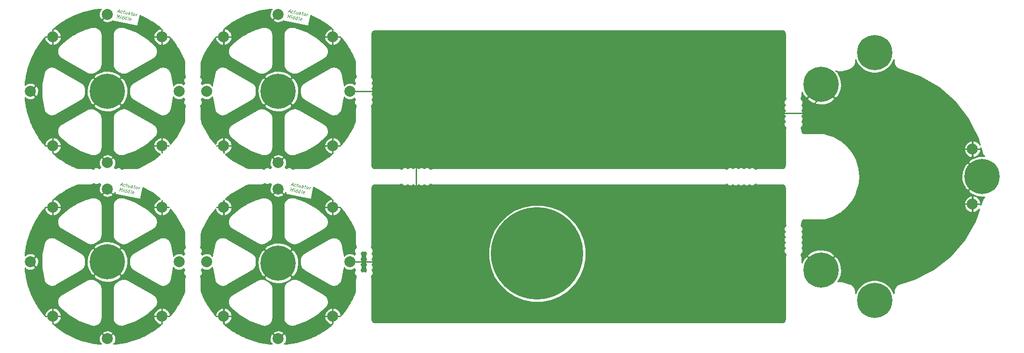
<source format=gbr>
G04 #@! TF.GenerationSoftware,KiCad,Pcbnew,(2018-01-19 revision 673f03e59)-master*
G04 #@! TF.CreationDate,2018-01-28T17:11:35+01:00*
G04 #@! TF.ProjectId,microman-mech,6D6963726F6D616E2D6D6563682E6B69,rev?*
G04 #@! TF.SameCoordinates,Original*
G04 #@! TF.FileFunction,Copper,L1,Top,Signal*
G04 #@! TF.FilePolarity,Positive*
%FSLAX46Y46*%
G04 Gerber Fmt 4.6, Leading zero omitted, Abs format (unit mm)*
G04 Created by KiCad (PCBNEW (2018-01-19 revision 673f03e59)-master) date Sun Jan 28 17:11:35 2018*
%MOMM*%
%LPD*%
G01*
G04 APERTURE LIST*
%ADD10C,0.100000*%
%ADD11C,1.998980*%
%ADD12C,0.600000*%
%ADD13C,6.400000*%
%ADD14C,0.900000*%
%ADD15C,16.800000*%
%ADD16C,0.250000*%
%ADD17C,0.254000*%
G04 APERTURE END LIST*
D10*
X166382986Y-106451214D02*
X166662457Y-106510617D01*
X166270489Y-106602560D02*
X166664227Y-106072847D01*
X166661748Y-106685725D01*
X167118335Y-106753566D02*
X167053008Y-106768890D01*
X166941219Y-106745128D01*
X166894759Y-106706043D01*
X166876245Y-106672898D01*
X166867166Y-106612549D01*
X166923768Y-106449322D01*
X166970583Y-106400853D01*
X167007963Y-106379589D01*
X167073291Y-106364265D01*
X167185080Y-106388026D01*
X167231540Y-106427111D01*
X167408656Y-106435549D02*
X167632233Y-106483071D01*
X167558533Y-106262938D02*
X167388727Y-106752620D01*
X167397806Y-106812969D01*
X167444267Y-106852054D01*
X167500161Y-106863935D01*
X168079386Y-106578117D02*
X167947314Y-106958980D01*
X167827862Y-106524654D02*
X167724091Y-106823904D01*
X167733171Y-106884253D01*
X167779631Y-106923338D01*
X167863473Y-106941159D01*
X167928801Y-106925835D01*
X167966181Y-106904571D01*
X168478308Y-107071847D02*
X168582079Y-106772597D01*
X168573000Y-106712247D01*
X168526539Y-106673162D01*
X168414751Y-106649401D01*
X168349423Y-106664725D01*
X168487742Y-107044642D02*
X168422414Y-107059966D01*
X168282679Y-107030264D01*
X168236218Y-106991179D01*
X168227139Y-106930830D01*
X168246006Y-106876421D01*
X168292821Y-106827952D01*
X168358149Y-106812628D01*
X168497884Y-106842330D01*
X168563212Y-106827006D01*
X168806010Y-106732565D02*
X169029586Y-106780088D01*
X168955887Y-106559955D02*
X168786080Y-107049636D01*
X168795160Y-107109986D01*
X168841620Y-107149071D01*
X168897514Y-107160952D01*
X169176985Y-107220355D02*
X169130525Y-107181270D01*
X169112011Y-107148125D01*
X169102932Y-107087775D01*
X169159534Y-106924548D01*
X169206349Y-106876080D01*
X169243729Y-106854815D01*
X169309057Y-106839491D01*
X169392898Y-106857312D01*
X169439359Y-106896398D01*
X169457872Y-106929543D01*
X169466952Y-106989892D01*
X169410350Y-107153119D01*
X169363535Y-107201588D01*
X169326154Y-107222852D01*
X169260826Y-107238176D01*
X169176985Y-107220355D01*
X169624138Y-107315400D02*
X169756210Y-106934537D01*
X169718476Y-107043355D02*
X169765290Y-106994886D01*
X169802671Y-106973622D01*
X169867999Y-106958298D01*
X169923893Y-106970179D01*
X166146419Y-107598529D02*
X166344527Y-107027234D01*
X166398651Y-107476884D01*
X166735786Y-107110399D01*
X166537678Y-107681694D01*
X166817148Y-107741097D02*
X166949221Y-107360234D01*
X167015257Y-107169802D02*
X166977876Y-107191066D01*
X166996389Y-107224211D01*
X167033770Y-107202947D01*
X167015257Y-107169802D01*
X166996389Y-107224211D01*
X167348143Y-107853964D02*
X167546251Y-107282668D01*
X167357577Y-107826759D02*
X167292249Y-107842083D01*
X167180460Y-107818322D01*
X167134000Y-107779236D01*
X167115487Y-107746091D01*
X167106407Y-107685742D01*
X167163009Y-107522515D01*
X167209824Y-107474046D01*
X167247205Y-107452782D01*
X167312532Y-107437458D01*
X167424321Y-107461219D01*
X167470781Y-107500305D01*
X167879137Y-107966830D02*
X168077245Y-107395535D01*
X167888571Y-107939625D02*
X167823243Y-107954949D01*
X167711455Y-107931188D01*
X167664994Y-107892103D01*
X167646481Y-107858958D01*
X167637401Y-107798608D01*
X167694004Y-107635381D01*
X167740818Y-107586912D01*
X167778199Y-107565648D01*
X167843527Y-107550324D01*
X167955315Y-107574086D01*
X168001776Y-107613171D01*
X168242449Y-108044054D02*
X168195989Y-108004969D01*
X168186909Y-107944620D01*
X168356716Y-107454938D01*
X168699036Y-108111895D02*
X168633708Y-108127219D01*
X168521920Y-108103458D01*
X168475460Y-108064372D01*
X168466380Y-108004023D01*
X168541850Y-107786387D01*
X168588664Y-107737918D01*
X168653992Y-107722594D01*
X168765780Y-107746355D01*
X168812241Y-107785441D01*
X168821320Y-107845790D01*
X168802453Y-107900199D01*
X168504115Y-107895205D01*
X135382986Y-106451214D02*
X135662457Y-106510617D01*
X135270489Y-106602560D02*
X135664227Y-106072847D01*
X135661748Y-106685725D01*
X136118335Y-106753566D02*
X136053008Y-106768890D01*
X135941219Y-106745128D01*
X135894759Y-106706043D01*
X135876245Y-106672898D01*
X135867166Y-106612549D01*
X135923768Y-106449322D01*
X135970583Y-106400853D01*
X136007963Y-106379589D01*
X136073291Y-106364265D01*
X136185080Y-106388026D01*
X136231540Y-106427111D01*
X136408656Y-106435549D02*
X136632233Y-106483071D01*
X136558533Y-106262938D02*
X136388727Y-106752620D01*
X136397806Y-106812969D01*
X136444267Y-106852054D01*
X136500161Y-106863935D01*
X137079386Y-106578117D02*
X136947314Y-106958980D01*
X136827862Y-106524654D02*
X136724091Y-106823904D01*
X136733171Y-106884253D01*
X136779631Y-106923338D01*
X136863473Y-106941159D01*
X136928801Y-106925835D01*
X136966181Y-106904571D01*
X137478308Y-107071847D02*
X137582079Y-106772597D01*
X137573000Y-106712247D01*
X137526539Y-106673162D01*
X137414751Y-106649401D01*
X137349423Y-106664725D01*
X137487742Y-107044642D02*
X137422414Y-107059966D01*
X137282679Y-107030264D01*
X137236218Y-106991179D01*
X137227139Y-106930830D01*
X137246006Y-106876421D01*
X137292821Y-106827952D01*
X137358149Y-106812628D01*
X137497884Y-106842330D01*
X137563212Y-106827006D01*
X137806010Y-106732565D02*
X138029586Y-106780088D01*
X137955887Y-106559955D02*
X137786080Y-107049636D01*
X137795160Y-107109986D01*
X137841620Y-107149071D01*
X137897514Y-107160952D01*
X138176985Y-107220355D02*
X138130525Y-107181270D01*
X138112011Y-107148125D01*
X138102932Y-107087775D01*
X138159534Y-106924548D01*
X138206349Y-106876080D01*
X138243729Y-106854815D01*
X138309057Y-106839491D01*
X138392898Y-106857312D01*
X138439359Y-106896398D01*
X138457872Y-106929543D01*
X138466952Y-106989892D01*
X138410350Y-107153119D01*
X138363535Y-107201588D01*
X138326154Y-107222852D01*
X138260826Y-107238176D01*
X138176985Y-107220355D01*
X138624138Y-107315400D02*
X138756210Y-106934537D01*
X138718476Y-107043355D02*
X138765290Y-106994886D01*
X138802671Y-106973622D01*
X138867999Y-106958298D01*
X138923893Y-106970179D01*
X135146419Y-107598529D02*
X135344527Y-107027234D01*
X135398651Y-107476884D01*
X135735786Y-107110399D01*
X135537678Y-107681694D01*
X135817148Y-107741097D02*
X135949221Y-107360234D01*
X136015257Y-107169802D02*
X135977876Y-107191066D01*
X135996389Y-107224211D01*
X136033770Y-107202947D01*
X136015257Y-107169802D01*
X135996389Y-107224211D01*
X136348143Y-107853964D02*
X136546251Y-107282668D01*
X136357577Y-107826759D02*
X136292249Y-107842083D01*
X136180460Y-107818322D01*
X136134000Y-107779236D01*
X136115487Y-107746091D01*
X136106407Y-107685742D01*
X136163009Y-107522515D01*
X136209824Y-107474046D01*
X136247205Y-107452782D01*
X136312532Y-107437458D01*
X136424321Y-107461219D01*
X136470781Y-107500305D01*
X136879137Y-107966830D02*
X137077245Y-107395535D01*
X136888571Y-107939625D02*
X136823243Y-107954949D01*
X136711455Y-107931188D01*
X136664994Y-107892103D01*
X136646481Y-107858958D01*
X136637401Y-107798608D01*
X136694004Y-107635381D01*
X136740818Y-107586912D01*
X136778199Y-107565648D01*
X136843527Y-107550324D01*
X136955315Y-107574086D01*
X137001776Y-107613171D01*
X137242449Y-108044054D02*
X137195989Y-108004969D01*
X137186909Y-107944620D01*
X137356716Y-107454938D01*
X137699036Y-108111895D02*
X137633708Y-108127219D01*
X137521920Y-108103458D01*
X137475460Y-108064372D01*
X137466380Y-108004023D01*
X137541850Y-107786387D01*
X137588664Y-107737918D01*
X137653992Y-107722594D01*
X137765780Y-107746355D01*
X137812241Y-107785441D01*
X137821320Y-107845790D01*
X137802453Y-107900199D01*
X137504115Y-107895205D01*
X165882986Y-74951214D02*
X166162457Y-75010617D01*
X165770489Y-75102560D02*
X166164227Y-74572847D01*
X166161748Y-75185725D01*
X166618335Y-75253566D02*
X166553008Y-75268890D01*
X166441219Y-75245128D01*
X166394759Y-75206043D01*
X166376245Y-75172898D01*
X166367166Y-75112549D01*
X166423768Y-74949322D01*
X166470583Y-74900853D01*
X166507963Y-74879589D01*
X166573291Y-74864265D01*
X166685080Y-74888026D01*
X166731540Y-74927111D01*
X166908656Y-74935549D02*
X167132233Y-74983071D01*
X167058533Y-74762938D02*
X166888727Y-75252620D01*
X166897806Y-75312969D01*
X166944267Y-75352054D01*
X167000161Y-75363935D01*
X167579386Y-75078117D02*
X167447314Y-75458980D01*
X167327862Y-75024654D02*
X167224091Y-75323904D01*
X167233171Y-75384253D01*
X167279631Y-75423338D01*
X167363473Y-75441159D01*
X167428801Y-75425835D01*
X167466181Y-75404571D01*
X167978308Y-75571847D02*
X168082079Y-75272597D01*
X168073000Y-75212247D01*
X168026539Y-75173162D01*
X167914751Y-75149401D01*
X167849423Y-75164725D01*
X167987742Y-75544642D02*
X167922414Y-75559966D01*
X167782679Y-75530264D01*
X167736218Y-75491179D01*
X167727139Y-75430830D01*
X167746006Y-75376421D01*
X167792821Y-75327952D01*
X167858149Y-75312628D01*
X167997884Y-75342330D01*
X168063212Y-75327006D01*
X168306010Y-75232565D02*
X168529586Y-75280088D01*
X168455887Y-75059955D02*
X168286080Y-75549636D01*
X168295160Y-75609986D01*
X168341620Y-75649071D01*
X168397514Y-75660952D01*
X168676985Y-75720355D02*
X168630525Y-75681270D01*
X168612011Y-75648125D01*
X168602932Y-75587775D01*
X168659534Y-75424548D01*
X168706349Y-75376080D01*
X168743729Y-75354815D01*
X168809057Y-75339491D01*
X168892898Y-75357312D01*
X168939359Y-75396398D01*
X168957872Y-75429543D01*
X168966952Y-75489892D01*
X168910350Y-75653119D01*
X168863535Y-75701588D01*
X168826154Y-75722852D01*
X168760826Y-75738176D01*
X168676985Y-75720355D01*
X169124138Y-75815400D02*
X169256210Y-75434537D01*
X169218476Y-75543355D02*
X169265290Y-75494886D01*
X169302671Y-75473622D01*
X169367999Y-75458298D01*
X169423893Y-75470179D01*
X165646419Y-76098529D02*
X165844527Y-75527234D01*
X165898651Y-75976884D01*
X166235786Y-75610399D01*
X166037678Y-76181694D01*
X166317148Y-76241097D02*
X166449221Y-75860234D01*
X166515257Y-75669802D02*
X166477876Y-75691066D01*
X166496389Y-75724211D01*
X166533770Y-75702947D01*
X166515257Y-75669802D01*
X166496389Y-75724211D01*
X166848143Y-76353964D02*
X167046251Y-75782668D01*
X166857577Y-76326759D02*
X166792249Y-76342083D01*
X166680460Y-76318322D01*
X166634000Y-76279236D01*
X166615487Y-76246091D01*
X166606407Y-76185742D01*
X166663009Y-76022515D01*
X166709824Y-75974046D01*
X166747205Y-75952782D01*
X166812532Y-75937458D01*
X166924321Y-75961219D01*
X166970781Y-76000305D01*
X167379137Y-76466830D02*
X167577245Y-75895535D01*
X167388571Y-76439625D02*
X167323243Y-76454949D01*
X167211455Y-76431188D01*
X167164994Y-76392103D01*
X167146481Y-76358958D01*
X167137401Y-76298608D01*
X167194004Y-76135381D01*
X167240818Y-76086912D01*
X167278199Y-76065648D01*
X167343527Y-76050324D01*
X167455315Y-76074086D01*
X167501776Y-76113171D01*
X167742449Y-76544054D02*
X167695989Y-76504969D01*
X167686909Y-76444620D01*
X167856716Y-75954938D01*
X168199036Y-76611895D02*
X168133708Y-76627219D01*
X168021920Y-76603458D01*
X167975460Y-76564372D01*
X167966380Y-76504023D01*
X168041850Y-76286387D01*
X168088664Y-76237918D01*
X168153992Y-76222594D01*
X168265780Y-76246355D01*
X168312241Y-76285441D01*
X168321320Y-76345790D01*
X168302453Y-76400199D01*
X168004115Y-76395205D01*
X134882986Y-74951214D02*
X135162457Y-75010617D01*
X134770489Y-75102560D02*
X135164227Y-74572847D01*
X135161748Y-75185725D01*
X135618335Y-75253566D02*
X135553008Y-75268890D01*
X135441219Y-75245128D01*
X135394759Y-75206043D01*
X135376245Y-75172898D01*
X135367166Y-75112549D01*
X135423768Y-74949322D01*
X135470583Y-74900853D01*
X135507963Y-74879589D01*
X135573291Y-74864265D01*
X135685080Y-74888026D01*
X135731540Y-74927111D01*
X135908656Y-74935549D02*
X136132233Y-74983071D01*
X136058533Y-74762938D02*
X135888727Y-75252620D01*
X135897806Y-75312969D01*
X135944267Y-75352054D01*
X136000161Y-75363935D01*
X136579386Y-75078117D02*
X136447314Y-75458980D01*
X136327862Y-75024654D02*
X136224091Y-75323904D01*
X136233171Y-75384253D01*
X136279631Y-75423338D01*
X136363473Y-75441159D01*
X136428801Y-75425835D01*
X136466181Y-75404571D01*
X136978308Y-75571847D02*
X137082079Y-75272597D01*
X137073000Y-75212247D01*
X137026539Y-75173162D01*
X136914751Y-75149401D01*
X136849423Y-75164725D01*
X136987742Y-75544642D02*
X136922414Y-75559966D01*
X136782679Y-75530264D01*
X136736218Y-75491179D01*
X136727139Y-75430830D01*
X136746006Y-75376421D01*
X136792821Y-75327952D01*
X136858149Y-75312628D01*
X136997884Y-75342330D01*
X137063212Y-75327006D01*
X137306010Y-75232565D02*
X137529586Y-75280088D01*
X137455887Y-75059955D02*
X137286080Y-75549636D01*
X137295160Y-75609986D01*
X137341620Y-75649071D01*
X137397514Y-75660952D01*
X137676985Y-75720355D02*
X137630525Y-75681270D01*
X137612011Y-75648125D01*
X137602932Y-75587775D01*
X137659534Y-75424548D01*
X137706349Y-75376080D01*
X137743729Y-75354815D01*
X137809057Y-75339491D01*
X137892898Y-75357312D01*
X137939359Y-75396398D01*
X137957872Y-75429543D01*
X137966952Y-75489892D01*
X137910350Y-75653119D01*
X137863535Y-75701588D01*
X137826154Y-75722852D01*
X137760826Y-75738176D01*
X137676985Y-75720355D01*
X138124138Y-75815400D02*
X138256210Y-75434537D01*
X138218476Y-75543355D02*
X138265290Y-75494886D01*
X138302671Y-75473622D01*
X138367999Y-75458298D01*
X138423893Y-75470179D01*
X134646419Y-76098529D02*
X134844527Y-75527234D01*
X134898651Y-75976884D01*
X135235786Y-75610399D01*
X135037678Y-76181694D01*
X135317148Y-76241097D02*
X135449221Y-75860234D01*
X135515257Y-75669802D02*
X135477876Y-75691066D01*
X135496389Y-75724211D01*
X135533770Y-75702947D01*
X135515257Y-75669802D01*
X135496389Y-75724211D01*
X135848143Y-76353964D02*
X136046251Y-75782668D01*
X135857577Y-76326759D02*
X135792249Y-76342083D01*
X135680460Y-76318322D01*
X135634000Y-76279236D01*
X135615487Y-76246091D01*
X135606407Y-76185742D01*
X135663009Y-76022515D01*
X135709824Y-75974046D01*
X135747205Y-75952782D01*
X135812532Y-75937458D01*
X135924321Y-75961219D01*
X135970781Y-76000305D01*
X136379137Y-76466830D02*
X136577245Y-75895535D01*
X136388571Y-76439625D02*
X136323243Y-76454949D01*
X136211455Y-76431188D01*
X136164994Y-76392103D01*
X136146481Y-76358958D01*
X136137401Y-76298608D01*
X136194004Y-76135381D01*
X136240818Y-76086912D01*
X136278199Y-76065648D01*
X136343527Y-76050324D01*
X136455315Y-76074086D01*
X136501776Y-76113171D01*
X136742449Y-76544054D02*
X136695989Y-76504969D01*
X136686909Y-76444620D01*
X136856716Y-75954938D01*
X137199036Y-76611895D02*
X137133708Y-76627219D01*
X137021920Y-76603458D01*
X136975460Y-76564372D01*
X136966380Y-76504023D01*
X137041850Y-76286387D01*
X137088664Y-76237918D01*
X137153992Y-76222594D01*
X137265780Y-76246355D01*
X137312241Y-76285441D01*
X137321320Y-76345790D01*
X137302453Y-76400199D01*
X137004115Y-76395205D01*
D11*
X290000000Y-110000000D03*
X290000000Y-100000000D03*
X119000000Y-120500000D03*
X123100505Y-130399495D03*
X133000000Y-134500000D03*
X142899495Y-130399495D03*
X146000000Y-120500000D03*
X142899495Y-110600505D03*
X133000000Y-107250000D03*
X123100505Y-110600505D03*
X123100505Y-79600505D03*
X133000000Y-75500000D03*
X123100505Y-99399495D03*
X119000000Y-89500000D03*
X133000000Y-102500000D03*
X142899495Y-99399495D03*
X142899495Y-79600505D03*
X146000000Y-89500000D03*
X164000000Y-102500000D03*
X164000000Y-75500000D03*
X173899495Y-79600505D03*
X154100505Y-79600505D03*
X151000000Y-89500000D03*
X173899495Y-99399495D03*
X177000000Y-89500000D03*
X154100505Y-99399495D03*
X177000000Y-120500000D03*
X154100505Y-130399495D03*
X173899495Y-110600505D03*
X154100505Y-110600505D03*
X164000000Y-134500000D03*
X164000000Y-107250000D03*
X151000000Y-120500000D03*
X173899495Y-130399495D03*
D12*
X134697056Y-118802944D03*
X133000000Y-118100000D03*
X131302944Y-118802944D03*
X130600000Y-120500000D03*
X131302944Y-122197056D03*
X133000000Y-122900000D03*
X134697056Y-122197056D03*
X135400000Y-120500000D03*
D13*
X133000000Y-120500000D03*
X133000000Y-89500000D03*
D12*
X135400000Y-89500000D03*
X134697056Y-91197056D03*
X133000000Y-91900000D03*
X131302944Y-91197056D03*
X130600000Y-89500000D03*
X131302944Y-87802944D03*
X133000000Y-87100000D03*
X134697056Y-87802944D03*
D13*
X291750000Y-105000000D03*
D12*
X294150000Y-105000000D03*
X293447056Y-106697056D03*
X291750000Y-107400000D03*
X290052944Y-106697056D03*
X289350000Y-105000000D03*
X290052944Y-103302944D03*
X291750000Y-102600000D03*
X293447056Y-103302944D03*
X264197056Y-86552944D03*
X262500000Y-85850000D03*
X260802944Y-86552944D03*
X260100000Y-88250000D03*
X260802944Y-89947056D03*
X262500000Y-90650000D03*
X264197056Y-89947056D03*
X264900000Y-88250000D03*
D13*
X262500000Y-88250000D03*
X262500000Y-122000000D03*
D12*
X264900000Y-122000000D03*
X264197056Y-123697056D03*
X262500000Y-124400000D03*
X260802944Y-123697056D03*
X260100000Y-122000000D03*
X260802944Y-120302944D03*
X262500000Y-119600000D03*
X264197056Y-120302944D03*
X273947056Y-125802944D03*
X272250000Y-125100000D03*
X270552944Y-125802944D03*
X269850000Y-127500000D03*
X270552944Y-129197056D03*
X272250000Y-129900000D03*
X273947056Y-129197056D03*
X274650000Y-127500000D03*
D13*
X272250000Y-127500000D03*
X272250000Y-82500000D03*
D12*
X274650000Y-82500000D03*
X273947056Y-84197056D03*
X272250000Y-84900000D03*
X270552944Y-84197056D03*
X269850000Y-82500000D03*
X270552944Y-80802944D03*
X272250000Y-80100000D03*
X273947056Y-80802944D03*
X165697056Y-119052944D03*
X164000000Y-118350000D03*
X162302944Y-119052944D03*
X161600000Y-120750000D03*
X162302944Y-122447056D03*
X164000000Y-123150000D03*
X165697056Y-122447056D03*
X166400000Y-120750000D03*
D13*
X164000000Y-120750000D03*
X164000000Y-89500000D03*
D12*
X166400000Y-89500000D03*
X165697056Y-91197056D03*
X164000000Y-91900000D03*
X162302944Y-91197056D03*
X161600000Y-89500000D03*
X162302944Y-87802944D03*
X164000000Y-87100000D03*
X165697056Y-87802944D03*
D14*
X215454773Y-114545227D03*
X211000000Y-112700000D03*
X206545227Y-114545227D03*
X204700000Y-119000000D03*
X206545227Y-123454773D03*
X211000000Y-125300000D03*
X215454773Y-123454773D03*
X217300000Y-119000000D03*
D15*
X211000000Y-119000000D03*
D16*
X189000000Y-103000000D02*
X189000000Y-107750000D01*
X187500000Y-101500000D02*
X189000000Y-103000000D01*
X187500000Y-92250000D02*
X187500000Y-101500000D01*
X188500000Y-91250000D02*
X187500000Y-92250000D01*
X188500000Y-91000000D02*
X188500000Y-91250000D01*
X259500000Y-93500000D02*
X252250000Y-93500000D01*
X262500000Y-90500000D02*
X259500000Y-93500000D01*
X262500000Y-88250000D02*
X262500000Y-90500000D01*
X177000000Y-89500000D02*
X177924999Y-89500000D01*
X178000000Y-120500000D02*
X188000000Y-120500000D01*
X178000000Y-120500000D02*
X179413492Y-120500000D01*
X187000000Y-89500000D02*
X188500000Y-91000000D01*
X178000000Y-89500000D02*
X187000000Y-89500000D01*
X164000000Y-120750000D02*
X163374999Y-121375001D01*
X198125001Y-90374999D02*
X198500000Y-90749998D01*
X188500000Y-91000000D02*
X189125001Y-90374999D01*
X189125001Y-90374999D02*
X198125001Y-90374999D01*
D17*
G36*
X131536564Y-106314698D02*
X131655636Y-106394259D01*
X131716135Y-106419319D01*
X131597547Y-106628787D01*
X131503302Y-106914329D01*
X131466574Y-107212769D01*
X131488775Y-107512641D01*
X131569052Y-107802420D01*
X131704319Y-108070969D01*
X131745688Y-108132882D01*
X131992417Y-108225056D01*
X132967473Y-107250000D01*
X132953331Y-107235858D01*
X132985858Y-107203331D01*
X133000000Y-107217473D01*
X133014142Y-107203331D01*
X133046669Y-107235858D01*
X133032527Y-107250000D01*
X134007583Y-108225056D01*
X134254312Y-108132882D01*
X134373948Y-107921563D01*
X134317398Y-108187610D01*
X138981485Y-109178993D01*
X139433566Y-107052119D01*
X141240223Y-108004323D01*
X142594820Y-109100925D01*
X142347075Y-109169557D01*
X142078525Y-109304824D01*
X141841525Y-109489883D01*
X141645182Y-109717623D01*
X141497042Y-109979292D01*
X141402797Y-110264833D01*
X141388271Y-110337864D01*
X141497558Y-110577505D01*
X142876495Y-110577505D01*
X142876495Y-109328953D01*
X142922495Y-109366192D01*
X142922495Y-110544976D01*
X142913636Y-110553835D01*
X142922495Y-110562694D01*
X142922495Y-110577505D01*
X142937306Y-110577505D01*
X142946165Y-110586364D01*
X142955024Y-110577505D01*
X144123506Y-110577505D01*
X144161843Y-110623505D01*
X142922495Y-110623505D01*
X142922495Y-112002442D01*
X143162136Y-112111729D01*
X143451915Y-112031453D01*
X143720465Y-111896186D01*
X143957465Y-111711127D01*
X144153808Y-111483387D01*
X144301948Y-111221718D01*
X144396193Y-110936177D01*
X144401248Y-110910762D01*
X145381656Y-112087133D01*
X146792134Y-114673233D01*
X146855792Y-114826161D01*
X146944736Y-115124678D01*
X146974085Y-115429712D01*
X146973000Y-117249686D01*
X146973013Y-117249819D01*
X146973013Y-117253661D01*
X146973110Y-117267623D01*
X146975612Y-117291435D01*
X146975612Y-117315388D01*
X146976381Y-117322706D01*
X146998136Y-117516656D01*
X147008061Y-117563347D01*
X147017345Y-117610234D01*
X147019521Y-117617263D01*
X147078534Y-117803293D01*
X147097351Y-117847196D01*
X147112698Y-117884431D01*
X147036564Y-117935302D01*
X146935302Y-118036564D01*
X146855741Y-118155636D01*
X146800938Y-118287942D01*
X146773000Y-118428397D01*
X146773000Y-118571603D01*
X146800938Y-118712058D01*
X146855741Y-118844364D01*
X146935302Y-118963436D01*
X146971866Y-119000000D01*
X146935302Y-119036564D01*
X146855741Y-119155636D01*
X146830681Y-119216135D01*
X146621213Y-119097547D01*
X146335671Y-119003302D01*
X146037231Y-118966574D01*
X145737359Y-118988775D01*
X145447580Y-119069052D01*
X145179031Y-119204319D01*
X145117118Y-119245688D01*
X145024945Y-119492415D01*
X144979142Y-119446612D01*
X144976156Y-119406205D01*
X144974849Y-119398963D01*
X144560992Y-117193043D01*
X144552911Y-117165275D01*
X144547237Y-117136911D01*
X144545047Y-117129886D01*
X144529256Y-117080444D01*
X144517810Y-117053882D01*
X144508676Y-117026426D01*
X144505636Y-117019725D01*
X144423773Y-116842558D01*
X144399626Y-116801400D01*
X144376011Y-116759830D01*
X144371727Y-116753848D01*
X144257012Y-116595956D01*
X144225344Y-116560288D01*
X144194090Y-116524079D01*
X144188726Y-116519043D01*
X144045527Y-116386439D01*
X144007510Y-116357582D01*
X143969842Y-116328153D01*
X143963601Y-116324254D01*
X143797373Y-116221990D01*
X143754455Y-116201057D01*
X143711811Y-116179516D01*
X143704932Y-116176903D01*
X143704928Y-116176901D01*
X143522005Y-116108873D01*
X143475868Y-116096683D01*
X143429819Y-116083826D01*
X143422564Y-116082599D01*
X143229909Y-116051396D01*
X143182269Y-116048399D01*
X143134616Y-116044732D01*
X143127261Y-116044938D01*
X143127258Y-116044938D01*
X142932213Y-116051749D01*
X142884877Y-116058065D01*
X142837440Y-116063721D01*
X142830266Y-116065352D01*
X142830264Y-116065352D01*
X142830262Y-116065353D01*
X142640255Y-116109918D01*
X142595062Y-116125303D01*
X142549611Y-116140071D01*
X142542889Y-116143064D01*
X142365154Y-116223688D01*
X142346006Y-116234743D01*
X142325759Y-116243589D01*
X142319361Y-116247224D01*
X137730241Y-118896753D01*
X137720186Y-118903952D01*
X137709171Y-118909584D01*
X137703006Y-118913601D01*
X137601688Y-118980616D01*
X137572140Y-119004614D01*
X137541405Y-119027079D01*
X137535951Y-119032018D01*
X137392209Y-119164031D01*
X137360374Y-119199592D01*
X137327995Y-119234760D01*
X137323605Y-119240664D01*
X137208241Y-119398084D01*
X137183925Y-119439143D01*
X137158991Y-119479933D01*
X137155831Y-119486578D01*
X137073240Y-119663406D01*
X137057344Y-119708456D01*
X137040824Y-119753269D01*
X137039015Y-119760402D01*
X136992344Y-119949905D01*
X136985507Y-119997149D01*
X136978001Y-120044347D01*
X136977612Y-120051695D01*
X136968637Y-120246653D01*
X136969428Y-120261920D01*
X136968116Y-120277162D01*
X136968255Y-120284519D01*
X136973923Y-120503600D01*
X136968255Y-120722681D01*
X136968653Y-120728206D01*
X136968085Y-120733717D01*
X136968101Y-120741076D01*
X136969199Y-120862546D01*
X136973254Y-120900381D01*
X136975380Y-120938407D01*
X136976557Y-120945670D01*
X137009105Y-121138103D01*
X137021618Y-121184158D01*
X137033506Y-121230458D01*
X137036071Y-121237355D01*
X137105375Y-121419801D01*
X137126622Y-121462603D01*
X137147253Y-121505663D01*
X137151104Y-121511922D01*
X137151107Y-121511928D01*
X137151109Y-121511930D01*
X137254532Y-121677440D01*
X137283656Y-121715259D01*
X137312285Y-121753528D01*
X137317285Y-121758927D01*
X137450885Y-121901197D01*
X137486807Y-121932645D01*
X137522320Y-121964621D01*
X137528273Y-121968945D01*
X137686962Y-122082555D01*
X137706093Y-122093600D01*
X137723894Y-122106724D01*
X137730241Y-122110447D01*
X142319361Y-124759976D01*
X142322247Y-124761285D01*
X142324856Y-124763106D01*
X142331297Y-124766663D01*
X142376905Y-124791439D01*
X142403545Y-124802699D01*
X142429128Y-124816202D01*
X142435959Y-124818937D01*
X142617637Y-124890230D01*
X142663557Y-124903246D01*
X142709356Y-124916922D01*
X142716588Y-124918279D01*
X142908654Y-124952927D01*
X142956268Y-124956780D01*
X143003815Y-124961296D01*
X143011173Y-124961222D01*
X143206309Y-124957904D01*
X143253719Y-124952440D01*
X143301284Y-124947630D01*
X143308487Y-124946128D01*
X143499264Y-124904970D01*
X143544717Y-124890399D01*
X143590430Y-124876446D01*
X143597204Y-124873574D01*
X143776353Y-124796146D01*
X143818122Y-124773017D01*
X143860248Y-124750454D01*
X143866335Y-124746321D01*
X144027033Y-124635569D01*
X144063508Y-124604773D01*
X144100451Y-124574456D01*
X144105620Y-124569219D01*
X144241745Y-124429365D01*
X144271556Y-124392056D01*
X144301896Y-124355154D01*
X144305949Y-124349012D01*
X144412318Y-124185380D01*
X144434292Y-124143033D01*
X144456909Y-124100899D01*
X144459692Y-124094087D01*
X144532252Y-123912911D01*
X144544846Y-123869633D01*
X144558513Y-123826550D01*
X144559992Y-123819342D01*
X144951359Y-121842794D01*
X144955761Y-121797898D01*
X144961245Y-121753071D01*
X144961370Y-121745714D01*
X144963137Y-121569393D01*
X145024945Y-121507585D01*
X145117118Y-121754312D01*
X145378787Y-121902453D01*
X145664329Y-121996698D01*
X145962769Y-122033426D01*
X146262641Y-122011225D01*
X146552420Y-121930948D01*
X146820969Y-121795681D01*
X146832409Y-121788037D01*
X146855741Y-121844364D01*
X146935302Y-121963436D01*
X146971866Y-122000000D01*
X146935302Y-122036564D01*
X146855741Y-122155636D01*
X146800938Y-122287942D01*
X146773000Y-122428397D01*
X146773000Y-122571603D01*
X146800938Y-122712058D01*
X146855741Y-122844364D01*
X146935302Y-122963436D01*
X147036564Y-123064698D01*
X147113145Y-123115868D01*
X147110140Y-123121519D01*
X147091952Y-123165647D01*
X147073122Y-123209581D01*
X147070947Y-123216610D01*
X147014538Y-123403447D01*
X147005270Y-123450252D01*
X146995329Y-123497022D01*
X146994560Y-123504340D01*
X146975515Y-123698573D01*
X146975515Y-123720833D01*
X146973047Y-123742955D01*
X146973000Y-123750313D01*
X146974098Y-125599594D01*
X146973634Y-125638086D01*
X146972350Y-125673612D01*
X146970204Y-125709159D01*
X146967197Y-125744652D01*
X146963317Y-125780199D01*
X146958585Y-125815579D01*
X146952978Y-125850941D01*
X146946531Y-125886074D01*
X146939218Y-125921103D01*
X146931062Y-125955923D01*
X146922077Y-125990484D01*
X146912253Y-126024828D01*
X146901620Y-126058865D01*
X146890170Y-126092618D01*
X146877957Y-126125957D01*
X146864687Y-126159642D01*
X146757823Y-126414830D01*
X146645525Y-126669614D01*
X146528094Y-126923138D01*
X146405573Y-127175191D01*
X146277948Y-127425691D01*
X146145248Y-127674472D01*
X146007503Y-127921383D01*
X145864771Y-128166234D01*
X145717060Y-128408939D01*
X145564450Y-128649288D01*
X145406970Y-128887178D01*
X145244685Y-129122451D01*
X145077637Y-129354997D01*
X144905957Y-129584589D01*
X144729665Y-129811165D01*
X144548857Y-130034564D01*
X144363645Y-130254627D01*
X144349786Y-130270466D01*
X144410719Y-130136854D01*
X144330443Y-129847075D01*
X144195176Y-129578525D01*
X144010117Y-129341525D01*
X143782377Y-129145182D01*
X143520708Y-128997042D01*
X143235167Y-128902797D01*
X143162136Y-128888271D01*
X142922495Y-128997558D01*
X142922495Y-130376495D01*
X144257010Y-130376495D01*
X144216760Y-130422495D01*
X142955024Y-130422495D01*
X142946165Y-130413636D01*
X142937306Y-130422495D01*
X142922495Y-130422495D01*
X142922495Y-130437306D01*
X142913636Y-130446165D01*
X142922495Y-130455024D01*
X142922495Y-131717267D01*
X142876495Y-131757391D01*
X142876495Y-130422495D01*
X141497558Y-130422495D01*
X141388271Y-130662136D01*
X141468547Y-130951915D01*
X141603814Y-131220465D01*
X141788873Y-131457465D01*
X142016613Y-131653808D01*
X142278282Y-131801948D01*
X142563823Y-131896193D01*
X142636854Y-131910719D01*
X142770684Y-131849687D01*
X142734468Y-131881277D01*
X142514117Y-132066146D01*
X142290478Y-132246573D01*
X142063659Y-132422493D01*
X141833787Y-132593829D01*
X141601031Y-132760483D01*
X141365558Y-132922369D01*
X141127474Y-133079452D01*
X140886924Y-133231670D01*
X140644009Y-133379000D01*
X140398963Y-133521343D01*
X140151939Y-133658657D01*
X139903003Y-133790953D01*
X139652384Y-133918160D01*
X139400208Y-134040270D01*
X139146564Y-134157292D01*
X138891746Y-134269149D01*
X138635712Y-134375917D01*
X138378823Y-134477510D01*
X138120984Y-134574024D01*
X137862599Y-134665376D01*
X137603558Y-134751668D01*
X137344235Y-134832844D01*
X137084636Y-134908974D01*
X136824903Y-134980085D01*
X136565199Y-135046203D01*
X136305739Y-135107348D01*
X136046428Y-135163617D01*
X135787639Y-135215001D01*
X135531597Y-135261178D01*
X135014819Y-135340490D01*
X134503951Y-135400911D01*
X134119953Y-135433076D01*
X134254312Y-135382882D01*
X134402453Y-135121213D01*
X134496698Y-134835671D01*
X134533426Y-134537231D01*
X134511225Y-134237359D01*
X134430948Y-133947580D01*
X134295681Y-133679031D01*
X134254312Y-133617118D01*
X134007583Y-133524944D01*
X133032527Y-134500000D01*
X133046669Y-134514142D01*
X133014142Y-134546669D01*
X133000000Y-134532527D01*
X132985858Y-134546669D01*
X132953331Y-134514142D01*
X132967473Y-134500000D01*
X131992417Y-133524944D01*
X131745688Y-133617118D01*
X131597547Y-133878787D01*
X131503302Y-134164329D01*
X131466574Y-134462769D01*
X131488775Y-134762641D01*
X131569052Y-135052420D01*
X131704319Y-135320969D01*
X131745688Y-135382882D01*
X131882038Y-135433820D01*
X131655747Y-135416001D01*
X131313473Y-135381153D01*
X130969330Y-135338072D01*
X130623654Y-135286610D01*
X130276576Y-135226595D01*
X129928521Y-135157913D01*
X129579740Y-135080428D01*
X129230516Y-134994020D01*
X128881169Y-134898590D01*
X128532108Y-134794075D01*
X128183572Y-134680376D01*
X127836021Y-134557478D01*
X127489671Y-134425298D01*
X127144921Y-134283827D01*
X126802198Y-134133094D01*
X126461793Y-133973081D01*
X126124120Y-133803848D01*
X125789484Y-133625416D01*
X125554611Y-133492417D01*
X132024944Y-133492417D01*
X133000000Y-134467473D01*
X133975056Y-133492417D01*
X133882882Y-133245688D01*
X133621213Y-133097547D01*
X133335671Y-133003302D01*
X133037231Y-132966574D01*
X132737359Y-132988775D01*
X132447580Y-133069052D01*
X132179031Y-133204319D01*
X132117118Y-133245688D01*
X132024944Y-133492417D01*
X125554611Y-133492417D01*
X125458334Y-133437900D01*
X125130973Y-133241360D01*
X124807768Y-133035908D01*
X124489083Y-132821677D01*
X124175287Y-132598824D01*
X123866710Y-132367509D01*
X123563680Y-132127907D01*
X123266548Y-131880238D01*
X123234406Y-131852008D01*
X123363146Y-131910719D01*
X123652925Y-131830443D01*
X123921475Y-131695176D01*
X124158475Y-131510117D01*
X124354818Y-131282377D01*
X124502958Y-131020708D01*
X124597203Y-130735167D01*
X124611729Y-130662136D01*
X124502442Y-130422495D01*
X123123505Y-130422495D01*
X123123505Y-131754602D01*
X123077505Y-131714199D01*
X123077505Y-130455024D01*
X123086364Y-130446165D01*
X123077505Y-130437306D01*
X123077505Y-130422495D01*
X123062694Y-130422495D01*
X123053835Y-130413636D01*
X123044976Y-130422495D01*
X121786372Y-130422495D01*
X121745970Y-130376495D01*
X123077505Y-130376495D01*
X123077505Y-128997558D01*
X123123505Y-128997558D01*
X123123505Y-130376495D01*
X124502442Y-130376495D01*
X124611729Y-130136854D01*
X124531453Y-129847075D01*
X124396186Y-129578525D01*
X124211127Y-129341525D01*
X123983387Y-129145182D01*
X123721718Y-128997042D01*
X123436177Y-128902797D01*
X123363146Y-128888271D01*
X123123505Y-128997558D01*
X123077505Y-128997558D01*
X122837864Y-128888271D01*
X122548085Y-128968547D01*
X122279535Y-129103814D01*
X122042535Y-129288873D01*
X121846192Y-129516613D01*
X121698052Y-129778282D01*
X121603807Y-130063823D01*
X121589281Y-130136854D01*
X121647375Y-130264240D01*
X121624462Y-130238153D01*
X121376793Y-129941020D01*
X121137191Y-129637990D01*
X120905890Y-129329432D01*
X120683018Y-129015610D01*
X120468810Y-128696958D01*
X120263350Y-128373744D01*
X120066807Y-128046379D01*
X119918499Y-127784467D01*
X123893642Y-127784467D01*
X123894178Y-127791806D01*
X123909742Y-127986351D01*
X123918173Y-128033330D01*
X123925959Y-128080493D01*
X123927911Y-128087587D01*
X123980966Y-128275403D01*
X123998369Y-128319870D01*
X124015159Y-128364600D01*
X124018449Y-128371176D01*
X124018451Y-128371181D01*
X124018454Y-128371185D01*
X124106976Y-128545114D01*
X124132676Y-128585340D01*
X124157843Y-128625971D01*
X124162350Y-128631787D01*
X124282973Y-128785214D01*
X124314184Y-128817790D01*
X124344635Y-128851138D01*
X124350138Y-128856023D01*
X125866194Y-130183229D01*
X125902903Y-130209510D01*
X125938954Y-130236651D01*
X125945263Y-130240438D01*
X127877633Y-131382062D01*
X127920913Y-131402220D01*
X127963944Y-131422998D01*
X127970868Y-131425487D01*
X130088180Y-132170037D01*
X130116258Y-132176920D01*
X130143680Y-132186195D01*
X130150859Y-132187810D01*
X130201573Y-132198855D01*
X130230295Y-132202222D01*
X130258631Y-132208039D01*
X130265954Y-132208757D01*
X130460316Y-132226446D01*
X130508081Y-132226113D01*
X130555846Y-132226446D01*
X130563169Y-132225728D01*
X130757266Y-132205327D01*
X130804038Y-132195726D01*
X130850972Y-132186773D01*
X130858016Y-132184646D01*
X131044454Y-132126934D01*
X131088475Y-132108429D01*
X131132772Y-132090532D01*
X131139265Y-132087079D01*
X131139270Y-132087077D01*
X131139274Y-132087074D01*
X131310946Y-131994252D01*
X131350520Y-131967560D01*
X131390514Y-131941388D01*
X131396216Y-131936737D01*
X131546594Y-131812333D01*
X131580211Y-131778480D01*
X131614377Y-131745022D01*
X131619067Y-131739352D01*
X131742417Y-131588110D01*
X131768835Y-131548347D01*
X131795835Y-131508915D01*
X131799335Y-131502442D01*
X131890960Y-131330120D01*
X131909155Y-131285976D01*
X131927978Y-131242058D01*
X131930153Y-131235029D01*
X131930154Y-131235027D01*
X131930155Y-131235020D01*
X131986563Y-131048192D01*
X131995836Y-131001358D01*
X132005771Y-130954618D01*
X132006540Y-130947300D01*
X132025585Y-130753066D01*
X132025585Y-130730964D01*
X132028049Y-130708997D01*
X132028100Y-130701639D01*
X132028100Y-125402579D01*
X133974100Y-125402579D01*
X133974100Y-130701639D01*
X133974410Y-130704798D01*
X133974138Y-130707959D01*
X133974278Y-130715316D01*
X133975624Y-130767200D01*
X133979193Y-130795902D01*
X133980290Y-130824810D01*
X133981337Y-130832094D01*
X134010434Y-131025078D01*
X134022119Y-131071345D01*
X134033178Y-131117859D01*
X134035619Y-131124800D01*
X134101646Y-131308457D01*
X134122100Y-131351581D01*
X134141978Y-131395052D01*
X134145721Y-131401387D01*
X134246163Y-131568722D01*
X134274599Y-131607046D01*
X134302547Y-131645835D01*
X134307450Y-131651322D01*
X134438482Y-131795961D01*
X134473817Y-131828030D01*
X134508768Y-131860652D01*
X134514643Y-131865082D01*
X134671272Y-131981516D01*
X134712196Y-132006131D01*
X134752788Y-132031324D01*
X134759411Y-132034529D01*
X134935673Y-132118322D01*
X134980569Y-132134509D01*
X135025310Y-132151349D01*
X135032429Y-132153206D01*
X135221611Y-132201167D01*
X135268781Y-132208323D01*
X135315955Y-132216154D01*
X135323300Y-132216593D01*
X135518194Y-132226895D01*
X135565862Y-132224752D01*
X135613651Y-132223272D01*
X135620942Y-132222276D01*
X135620944Y-132222276D01*
X135814125Y-132194527D01*
X135857953Y-132183783D01*
X135902047Y-132174088D01*
X135909029Y-132171765D01*
X137816450Y-131522426D01*
X137857547Y-131503783D01*
X137899096Y-131486125D01*
X137905529Y-131482555D01*
X139860390Y-130379885D01*
X139899465Y-130352498D01*
X139938998Y-130325606D01*
X139944610Y-130320857D01*
X139944616Y-130320853D01*
X139944621Y-130320848D01*
X140159094Y-130136854D01*
X141388271Y-130136854D01*
X141497558Y-130376495D01*
X142876495Y-130376495D01*
X142876495Y-128997558D01*
X142636854Y-128888271D01*
X142347075Y-128968547D01*
X142078525Y-129103814D01*
X141841525Y-129288873D01*
X141645182Y-129516613D01*
X141497042Y-129778282D01*
X141402797Y-130063823D01*
X141388271Y-130136854D01*
X140159094Y-130136854D01*
X141648071Y-128859482D01*
X141668081Y-128838598D01*
X141689804Y-128819505D01*
X141694793Y-128814096D01*
X141729715Y-128775700D01*
X141746994Y-128752508D01*
X141766208Y-128730867D01*
X141770491Y-128724884D01*
X141882991Y-128565405D01*
X141906561Y-128523913D01*
X141930755Y-128482676D01*
X141933795Y-128475975D01*
X142013176Y-128297682D01*
X142028254Y-128252356D01*
X142043961Y-128207250D01*
X142045641Y-128200086D01*
X142088879Y-128009770D01*
X142094860Y-127962420D01*
X142101513Y-127915086D01*
X142101769Y-127907733D01*
X142107219Y-127712644D01*
X142103892Y-127665059D01*
X142101222Y-127617302D01*
X142100045Y-127610039D01*
X142067497Y-127417606D01*
X142054984Y-127371551D01*
X142043096Y-127325251D01*
X142040531Y-127318355D01*
X141971227Y-127135908D01*
X141949986Y-127093119D01*
X141929349Y-127050046D01*
X141925493Y-127043779D01*
X141822070Y-126878269D01*
X141792946Y-126840450D01*
X141764317Y-126802181D01*
X141759317Y-126796782D01*
X141625717Y-126654512D01*
X141589795Y-126623064D01*
X141554282Y-126591088D01*
X141548334Y-126586768D01*
X141548329Y-126586764D01*
X141548324Y-126586761D01*
X141389640Y-126473154D01*
X141370501Y-126462104D01*
X141352708Y-126448986D01*
X141346361Y-126445263D01*
X136757241Y-123795733D01*
X136745978Y-123790624D01*
X136735591Y-123783900D01*
X136729030Y-123780569D01*
X136620334Y-123726334D01*
X136584794Y-123712750D01*
X136549959Y-123697360D01*
X136542954Y-123695107D01*
X136356756Y-123636628D01*
X136310039Y-123626838D01*
X136263399Y-123616382D01*
X136256090Y-123615532D01*
X136062079Y-123594333D01*
X136014340Y-123593803D01*
X135966566Y-123592606D01*
X135959231Y-123593192D01*
X135764797Y-123610081D01*
X135717886Y-123618830D01*
X135670770Y-123626938D01*
X135663691Y-123628937D01*
X135663685Y-123628939D01*
X135476238Y-123683271D01*
X135431915Y-123700967D01*
X135387277Y-123718070D01*
X135380719Y-123721407D01*
X135207392Y-123811114D01*
X135200288Y-123815721D01*
X135192522Y-123819114D01*
X135186124Y-123822749D01*
X134783055Y-124055461D01*
X134782959Y-124055530D01*
X134778940Y-124057861D01*
X134674293Y-124119547D01*
X134643541Y-124141986D01*
X134611689Y-124162830D01*
X134605987Y-124167481D01*
X134455608Y-124291884D01*
X134421973Y-124325755D01*
X134387823Y-124359197D01*
X134383133Y-124364867D01*
X134259783Y-124516110D01*
X134233383Y-124555847D01*
X134206366Y-124595303D01*
X134202867Y-124601776D01*
X134111242Y-124774097D01*
X134093057Y-124818218D01*
X134074223Y-124862160D01*
X134072048Y-124869189D01*
X134015639Y-125056026D01*
X134006371Y-125102831D01*
X133996430Y-125149601D01*
X133995661Y-125156919D01*
X133976616Y-125351152D01*
X133976616Y-125373245D01*
X133974151Y-125395221D01*
X133974100Y-125402579D01*
X132028100Y-125402579D01*
X132026893Y-125390272D01*
X132027523Y-125377918D01*
X132027127Y-125370571D01*
X132019749Y-125249319D01*
X132013741Y-125211734D01*
X132009652Y-125173877D01*
X132008101Y-125166685D01*
X131965645Y-124976192D01*
X131950767Y-124930845D01*
X131936501Y-124885222D01*
X131933582Y-124878467D01*
X131854935Y-124699849D01*
X131831529Y-124658250D01*
X131808675Y-124616270D01*
X131804500Y-124610211D01*
X131692657Y-124450271D01*
X131661626Y-124414022D01*
X131631044Y-124377269D01*
X131625772Y-124372136D01*
X131484992Y-124236966D01*
X131447506Y-124207429D01*
X131410374Y-124177323D01*
X131404206Y-124173312D01*
X131239854Y-124068060D01*
X131232308Y-124064209D01*
X131225492Y-124059184D01*
X131219145Y-124055461D01*
X130816076Y-123822749D01*
X130815970Y-123822701D01*
X130811943Y-123820387D01*
X130706198Y-123760602D01*
X130671387Y-123745189D01*
X130637406Y-123728024D01*
X130630528Y-123725411D01*
X130447603Y-123657382D01*
X130401451Y-123645188D01*
X130355421Y-123632336D01*
X130348166Y-123631110D01*
X130348165Y-123631110D01*
X130348162Y-123631109D01*
X130348158Y-123631109D01*
X130155510Y-123599905D01*
X130107859Y-123596907D01*
X130060215Y-123593241D01*
X130052860Y-123593447D01*
X129857812Y-123600258D01*
X129810476Y-123606574D01*
X129763039Y-123612230D01*
X129755865Y-123613861D01*
X129755863Y-123613861D01*
X129755861Y-123613862D01*
X129565854Y-123658427D01*
X129520661Y-123673812D01*
X129475210Y-123688580D01*
X129468488Y-123691573D01*
X129290753Y-123772197D01*
X129271608Y-123783251D01*
X129251357Y-123792098D01*
X129244959Y-123795732D01*
X124655839Y-126445263D01*
X124653261Y-126447109D01*
X124650383Y-126448456D01*
X124644082Y-126452255D01*
X124599822Y-126479364D01*
X124576749Y-126496806D01*
X124552265Y-126512209D01*
X124546481Y-126516757D01*
X124393900Y-126638448D01*
X124359680Y-126671696D01*
X124324922Y-126704535D01*
X124320132Y-126710120D01*
X124194093Y-126859129D01*
X124166969Y-126898409D01*
X124139264Y-126937356D01*
X124135650Y-126943765D01*
X124040955Y-127114419D01*
X124021965Y-127158247D01*
X124002366Y-127201804D01*
X124000067Y-127208788D01*
X124000064Y-127208794D01*
X124000063Y-127208800D01*
X123940320Y-127394589D01*
X123930208Y-127441256D01*
X123919439Y-127487806D01*
X123918539Y-127495109D01*
X123896020Y-127688972D01*
X123895166Y-127736671D01*
X123893642Y-127784467D01*
X119918499Y-127784467D01*
X119879268Y-127715186D01*
X119700851Y-127380580D01*
X119531626Y-127042923D01*
X119371599Y-126702487D01*
X119220873Y-126359779D01*
X119079402Y-126015028D01*
X118947234Y-125668714D01*
X118824324Y-125321128D01*
X118710625Y-124972592D01*
X118606110Y-124623531D01*
X118510677Y-124274171D01*
X118424274Y-123924968D01*
X118346796Y-123576218D01*
X118278106Y-123228131D01*
X118218089Y-122881039D01*
X118166627Y-122535364D01*
X118123547Y-122191222D01*
X118088699Y-121848958D01*
X118071666Y-121632647D01*
X118117118Y-121754312D01*
X118378787Y-121902453D01*
X118664329Y-121996698D01*
X118962769Y-122033426D01*
X119262641Y-122011225D01*
X119552420Y-121930948D01*
X119820969Y-121795681D01*
X119882882Y-121754312D01*
X119975056Y-121507583D01*
X119973253Y-121505780D01*
X121018340Y-121505780D01*
X121022522Y-121553335D01*
X121026044Y-121600996D01*
X121027351Y-121608237D01*
X121441208Y-123814158D01*
X121449289Y-123841927D01*
X121454963Y-123870289D01*
X121457153Y-123877313D01*
X121472944Y-123926756D01*
X121484391Y-123953321D01*
X121493524Y-123980774D01*
X121496564Y-123987475D01*
X121578427Y-124164642D01*
X121602570Y-124205792D01*
X121626189Y-124247370D01*
X121630473Y-124253352D01*
X121745188Y-124411244D01*
X121776856Y-124446912D01*
X121808110Y-124483121D01*
X121813474Y-124488157D01*
X121956673Y-124620761D01*
X121994690Y-124649618D01*
X122032358Y-124679047D01*
X122038599Y-124682946D01*
X122204827Y-124785210D01*
X122247704Y-124806122D01*
X122290390Y-124827685D01*
X122297269Y-124830297D01*
X122297273Y-124830299D01*
X122480195Y-124898327D01*
X122526355Y-124910523D01*
X122572381Y-124923374D01*
X122579636Y-124924601D01*
X122772292Y-124955804D01*
X122819926Y-124958801D01*
X122867584Y-124962468D01*
X122874940Y-124962262D01*
X122874943Y-124962262D01*
X123069987Y-124955451D01*
X123117290Y-124949139D01*
X123164760Y-124943479D01*
X123171934Y-124941848D01*
X123171936Y-124941848D01*
X123171938Y-124941847D01*
X123361944Y-124897282D01*
X123407106Y-124881908D01*
X123452590Y-124867129D01*
X123459312Y-124864136D01*
X123637046Y-124783512D01*
X123656194Y-124772457D01*
X123676441Y-124763611D01*
X123682839Y-124759976D01*
X128271959Y-122110447D01*
X128282014Y-122103249D01*
X128293029Y-122097616D01*
X128299194Y-122093600D01*
X128400512Y-122026584D01*
X128430056Y-122002589D01*
X128460795Y-121980121D01*
X128466248Y-121975182D01*
X128609991Y-121843169D01*
X128641844Y-121807588D01*
X128674204Y-121772441D01*
X128678595Y-121766536D01*
X128793959Y-121609116D01*
X128818284Y-121568043D01*
X128843209Y-121527267D01*
X128846369Y-121520622D01*
X128928960Y-121343794D01*
X128944852Y-121298755D01*
X128961376Y-121253931D01*
X128963185Y-121246799D01*
X129009856Y-121057295D01*
X129016693Y-121010053D01*
X129024199Y-120962854D01*
X129024588Y-120955506D01*
X129033563Y-120760547D01*
X129033125Y-120752093D01*
X129034070Y-120743670D01*
X129034121Y-120736312D01*
X129034121Y-120375956D01*
X129257023Y-120375956D01*
X129304743Y-121108557D01*
X129494470Y-121817773D01*
X129818913Y-122476347D01*
X129956743Y-122682626D01*
X130428811Y-123038662D01*
X130737258Y-122730215D01*
X130769785Y-122762742D01*
X130461338Y-123071189D01*
X130817374Y-123543257D01*
X131453023Y-123910591D01*
X132148121Y-124146857D01*
X132875956Y-124242977D01*
X133608557Y-124195257D01*
X134317773Y-124005530D01*
X134976347Y-123681087D01*
X135182626Y-123543257D01*
X135538662Y-123071189D01*
X135230215Y-122762742D01*
X135262742Y-122730215D01*
X135571189Y-123038662D01*
X136043257Y-122682626D01*
X136410591Y-122046977D01*
X136646857Y-121351879D01*
X136742977Y-120624044D01*
X136695257Y-119891443D01*
X136505530Y-119182227D01*
X136181087Y-118523653D01*
X136043257Y-118317374D01*
X135571189Y-117961338D01*
X135262742Y-118269785D01*
X135230215Y-118237258D01*
X135538662Y-117928811D01*
X135182626Y-117456743D01*
X134546977Y-117089409D01*
X133851879Y-116853143D01*
X133124044Y-116757023D01*
X132391443Y-116804743D01*
X131682227Y-116994470D01*
X131023653Y-117318913D01*
X130817374Y-117456743D01*
X130461338Y-117928811D01*
X130769785Y-118237258D01*
X130737258Y-118269785D01*
X130428811Y-117961338D01*
X129956743Y-118317374D01*
X129589409Y-118953023D01*
X129353143Y-119648121D01*
X129257023Y-120375956D01*
X129034121Y-120375956D01*
X129034121Y-120270888D01*
X129034109Y-120270767D01*
X129034099Y-120266125D01*
X129033001Y-120144654D01*
X129028946Y-120106819D01*
X129026820Y-120068793D01*
X129025643Y-120061530D01*
X128993095Y-119869097D01*
X128980582Y-119823042D01*
X128968694Y-119776742D01*
X128966129Y-119769846D01*
X128896825Y-119587399D01*
X128875584Y-119544610D01*
X128854947Y-119501537D01*
X128851091Y-119495270D01*
X128747668Y-119329760D01*
X128718544Y-119291941D01*
X128689915Y-119253672D01*
X128684915Y-119248273D01*
X128551315Y-119106003D01*
X128515393Y-119074555D01*
X128479880Y-119042579D01*
X128473932Y-119038259D01*
X128473927Y-119038255D01*
X128473922Y-119038252D01*
X128315238Y-118924645D01*
X128296106Y-118913599D01*
X128278306Y-118900476D01*
X128271959Y-118896753D01*
X123682839Y-116247224D01*
X123679953Y-116245915D01*
X123677344Y-116244094D01*
X123670902Y-116240537D01*
X123625295Y-116215761D01*
X123598651Y-116204500D01*
X123573073Y-116190999D01*
X123566242Y-116188263D01*
X123384563Y-116116970D01*
X123338643Y-116103954D01*
X123292844Y-116090278D01*
X123285612Y-116088921D01*
X123093546Y-116054273D01*
X123045932Y-116050420D01*
X122998385Y-116045904D01*
X122991027Y-116045978D01*
X122795890Y-116049296D01*
X122748477Y-116054760D01*
X122700916Y-116059570D01*
X122693712Y-116061072D01*
X122502936Y-116102230D01*
X122457473Y-116116804D01*
X122411770Y-116130754D01*
X122404996Y-116133626D01*
X122225847Y-116211054D01*
X122184078Y-116234183D01*
X122141952Y-116256746D01*
X122135864Y-116260879D01*
X121975167Y-116371631D01*
X121938709Y-116402413D01*
X121901748Y-116432745D01*
X121896580Y-116437982D01*
X121760455Y-116577835D01*
X121730644Y-116615144D01*
X121700304Y-116652046D01*
X121696251Y-116658188D01*
X121589882Y-116821820D01*
X121567894Y-116864193D01*
X121545291Y-116906301D01*
X121542508Y-116913112D01*
X121469948Y-117094289D01*
X121457354Y-117137567D01*
X121443687Y-117180650D01*
X121442208Y-117187858D01*
X121050841Y-119164405D01*
X121046438Y-119209305D01*
X121040955Y-119254129D01*
X121040830Y-119261486D01*
X121018340Y-121505780D01*
X119973253Y-121505780D01*
X119000000Y-120532527D01*
X118985858Y-120546669D01*
X118953331Y-120514142D01*
X118967473Y-120500000D01*
X119032527Y-120500000D01*
X120007583Y-121475056D01*
X120254312Y-121382882D01*
X120402453Y-121121213D01*
X120496698Y-120835671D01*
X120533426Y-120537231D01*
X120511225Y-120237359D01*
X120430948Y-119947580D01*
X120295681Y-119679031D01*
X120254312Y-119617118D01*
X120007583Y-119524944D01*
X119032527Y-120500000D01*
X118967473Y-120500000D01*
X118953331Y-120485858D01*
X118985858Y-120453331D01*
X119000000Y-120467473D01*
X119975056Y-119492417D01*
X119882882Y-119245688D01*
X119621213Y-119097547D01*
X119335671Y-119003302D01*
X119037231Y-118966574D01*
X118737359Y-118988775D01*
X118447580Y-119069052D01*
X118179031Y-119204319D01*
X118117118Y-119245688D01*
X118073490Y-119362471D01*
X118103789Y-119000749D01*
X118164210Y-118489881D01*
X118243522Y-117973102D01*
X118289699Y-117717060D01*
X118341083Y-117458271D01*
X118397352Y-117198960D01*
X118458497Y-116939500D01*
X118524619Y-116679783D01*
X118595726Y-116420063D01*
X118671856Y-116160464D01*
X118753032Y-115901141D01*
X118839324Y-115642100D01*
X118930676Y-115383715D01*
X119027179Y-115125905D01*
X119128795Y-114868959D01*
X119235551Y-114612953D01*
X119347408Y-114358135D01*
X119464430Y-114104491D01*
X119586540Y-113852315D01*
X119713768Y-113601655D01*
X119846033Y-113352780D01*
X119906494Y-113244011D01*
X123892345Y-113244011D01*
X123892419Y-113251369D01*
X123892894Y-113279388D01*
X123893316Y-113283052D01*
X123893069Y-113286742D01*
X123893348Y-113294095D01*
X123894599Y-113321956D01*
X123895121Y-113325593D01*
X123894978Y-113329268D01*
X123895462Y-113336611D01*
X123897478Y-113364281D01*
X123898091Y-113367842D01*
X123898050Y-113371458D01*
X123898736Y-113378784D01*
X123901500Y-113406235D01*
X123902207Y-113409756D01*
X123902265Y-113413347D01*
X123903153Y-113420652D01*
X123906651Y-113447855D01*
X123907448Y-113451329D01*
X123907604Y-113454895D01*
X123908692Y-113462172D01*
X123912935Y-113489268D01*
X123913830Y-113492730D01*
X123914085Y-113496305D01*
X123915373Y-113503550D01*
X123920389Y-113530680D01*
X123921393Y-113534165D01*
X123921751Y-113537775D01*
X123923238Y-113544981D01*
X123929035Y-113572113D01*
X123930144Y-113575598D01*
X123930607Y-113579232D01*
X123932295Y-113586394D01*
X123938878Y-113613495D01*
X123940099Y-113616990D01*
X123940670Y-113620657D01*
X123942557Y-113627769D01*
X123949931Y-113654806D01*
X123951263Y-113658302D01*
X123951943Y-113661984D01*
X123954029Y-113669040D01*
X123962196Y-113695978D01*
X123963631Y-113699448D01*
X123964419Y-113703130D01*
X123966703Y-113710125D01*
X123975662Y-113736931D01*
X123977211Y-113740397D01*
X123978111Y-113744088D01*
X123980592Y-113751015D01*
X123990342Y-113777654D01*
X123992003Y-113781105D01*
X123993015Y-113784796D01*
X123995692Y-113791650D01*
X124006230Y-113818088D01*
X124007992Y-113821496D01*
X124009114Y-113825176D01*
X124011985Y-113831951D01*
X124023304Y-113858153D01*
X124025182Y-113861546D01*
X124026420Y-113865224D01*
X124029484Y-113871914D01*
X124041578Y-113897845D01*
X124043550Y-113901178D01*
X124044890Y-113904813D01*
X124048144Y-113911413D01*
X124061001Y-113937040D01*
X124063081Y-113940337D01*
X124064535Y-113943957D01*
X124067977Y-113950460D01*
X124081587Y-113975751D01*
X124083768Y-113978997D01*
X124085330Y-113982585D01*
X124088957Y-113988987D01*
X124103306Y-114013906D01*
X124105582Y-114017093D01*
X124107248Y-114020636D01*
X124111058Y-114026931D01*
X124126130Y-114051447D01*
X124128497Y-114054567D01*
X124130266Y-114058065D01*
X124134256Y-114064247D01*
X124150034Y-114088330D01*
X124152495Y-114091388D01*
X124154371Y-114094845D01*
X124158537Y-114100911D01*
X124175002Y-114124529D01*
X124177544Y-114127508D01*
X124179508Y-114130891D01*
X124183847Y-114136834D01*
X124200977Y-114159960D01*
X124203609Y-114162870D01*
X124205679Y-114166211D01*
X124210187Y-114172026D01*
X124227961Y-114194629D01*
X124230663Y-114197449D01*
X124232815Y-114200709D01*
X124237488Y-114206393D01*
X124255882Y-114228450D01*
X124258658Y-114231185D01*
X124260896Y-114234373D01*
X124265730Y-114239920D01*
X124284717Y-114261404D01*
X124287561Y-114264050D01*
X124289884Y-114267165D01*
X124294875Y-114272571D01*
X124314429Y-114293459D01*
X124317333Y-114296009D01*
X124319737Y-114299048D01*
X124324881Y-114304310D01*
X124344976Y-114324581D01*
X124347927Y-114327026D01*
X124350394Y-114329969D01*
X124355685Y-114335082D01*
X124376288Y-114354716D01*
X124379309Y-114357078D01*
X124381859Y-114359949D01*
X124387294Y-114364909D01*
X124408379Y-114383887D01*
X124411426Y-114386133D01*
X124414023Y-114388895D01*
X124419596Y-114393700D01*
X124441130Y-114412006D01*
X124444228Y-114414156D01*
X124446894Y-114416837D01*
X124452601Y-114421482D01*
X124474554Y-114439103D01*
X124477678Y-114441144D01*
X124480387Y-114443718D01*
X124486222Y-114448201D01*
X124508561Y-114465122D01*
X124511712Y-114467056D01*
X124514472Y-114469536D01*
X124520430Y-114473854D01*
X124543123Y-114490066D01*
X124546289Y-114491890D01*
X124549076Y-114494257D01*
X124555152Y-114498408D01*
X124578166Y-114513902D01*
X124581362Y-114515627D01*
X124584200Y-114517905D01*
X124590388Y-114521886D01*
X124613693Y-114536654D01*
X124616900Y-114538271D01*
X124619760Y-114540441D01*
X124626055Y-114544251D01*
X124649616Y-114558288D01*
X124649627Y-114558293D01*
X124655839Y-114561937D01*
X129244959Y-117211468D01*
X129256228Y-117216580D01*
X129266609Y-117223300D01*
X129273170Y-117226631D01*
X129381865Y-117280866D01*
X129417421Y-117294455D01*
X129452241Y-117309839D01*
X129459246Y-117312093D01*
X129645443Y-117370572D01*
X129692169Y-117380364D01*
X129738801Y-117390818D01*
X129746110Y-117391668D01*
X129940121Y-117412867D01*
X129987860Y-117413397D01*
X130035634Y-117414594D01*
X130042969Y-117414008D01*
X130237403Y-117397119D01*
X130284340Y-117388365D01*
X130331431Y-117380261D01*
X130338512Y-117378262D01*
X130525962Y-117323929D01*
X130570314Y-117306221D01*
X130614923Y-117289130D01*
X130621481Y-117285793D01*
X130794809Y-117196086D01*
X130801915Y-117191478D01*
X130809678Y-117188086D01*
X130816076Y-117184451D01*
X131219145Y-116951739D01*
X131219241Y-116951670D01*
X131223260Y-116949339D01*
X131327907Y-116887653D01*
X131358650Y-116865220D01*
X131390512Y-116844370D01*
X131396214Y-116839719D01*
X131546592Y-116715316D01*
X131580210Y-116681461D01*
X131614377Y-116648003D01*
X131619067Y-116642333D01*
X131742417Y-116491090D01*
X131768828Y-116451337D01*
X131795834Y-116411897D01*
X131799333Y-116405424D01*
X131890958Y-116233103D01*
X131909143Y-116188982D01*
X131927977Y-116145040D01*
X131930152Y-116138010D01*
X131986562Y-115951174D01*
X131995835Y-115904340D01*
X132005770Y-115857600D01*
X132006539Y-115850282D01*
X132025584Y-115656048D01*
X132025584Y-115633955D01*
X132028049Y-115611979D01*
X132028100Y-115604621D01*
X132028100Y-110305561D01*
X133974100Y-110305561D01*
X133974100Y-115604621D01*
X133975307Y-115616928D01*
X133974677Y-115629281D01*
X133975073Y-115636629D01*
X133982451Y-115757881D01*
X133988459Y-115795466D01*
X133992548Y-115833323D01*
X133994099Y-115840516D01*
X134036555Y-116031008D01*
X134051433Y-116076355D01*
X134065699Y-116121978D01*
X134068618Y-116128733D01*
X134147265Y-116307351D01*
X134170671Y-116348950D01*
X134193525Y-116390930D01*
X134197700Y-116396989D01*
X134309543Y-116556929D01*
X134340574Y-116593178D01*
X134371156Y-116629931D01*
X134376429Y-116635064D01*
X134517208Y-116770234D01*
X134554696Y-116799772D01*
X134591825Y-116829877D01*
X134597994Y-116833888D01*
X134762346Y-116939140D01*
X134769892Y-116942991D01*
X134776708Y-116948016D01*
X134783055Y-116951739D01*
X135186124Y-117184451D01*
X135186230Y-117184499D01*
X135190257Y-117186813D01*
X135296002Y-117246598D01*
X135330814Y-117262012D01*
X135364793Y-117279176D01*
X135371672Y-117281789D01*
X135554597Y-117349818D01*
X135600776Y-117362019D01*
X135646780Y-117374864D01*
X135654035Y-117376091D01*
X135846690Y-117407295D01*
X135894341Y-117410293D01*
X135941985Y-117413959D01*
X135949341Y-117413753D01*
X136144388Y-117406942D01*
X136191691Y-117400630D01*
X136239161Y-117394970D01*
X136246335Y-117393339D01*
X136246337Y-117393339D01*
X136246339Y-117393338D01*
X136436345Y-117348773D01*
X136481507Y-117333399D01*
X136526991Y-117318620D01*
X136533713Y-117315627D01*
X136711447Y-117235003D01*
X136730592Y-117223949D01*
X136750843Y-117215102D01*
X136757241Y-117211467D01*
X141346361Y-114561937D01*
X141348941Y-114560090D01*
X141351816Y-114558744D01*
X141358118Y-114554945D01*
X141402377Y-114527836D01*
X141425445Y-114510398D01*
X141449935Y-114494991D01*
X141455719Y-114490443D01*
X141608301Y-114368752D01*
X141642539Y-114335486D01*
X141677278Y-114302665D01*
X141682068Y-114297081D01*
X141808107Y-114148071D01*
X141835228Y-114108795D01*
X141862936Y-114069843D01*
X141866547Y-114063439D01*
X141866550Y-114063435D01*
X141866552Y-114063430D01*
X141961246Y-113892781D01*
X141980232Y-113848960D01*
X141999834Y-113805396D01*
X142002135Y-113798407D01*
X142061881Y-113612610D01*
X142071993Y-113565939D01*
X142082761Y-113519393D01*
X142083661Y-113512090D01*
X142106180Y-113318228D01*
X142107034Y-113270529D01*
X142108558Y-113222733D01*
X142108022Y-113215395D01*
X142092458Y-113020849D01*
X142084028Y-112973876D01*
X142076241Y-112926707D01*
X142074289Y-112919613D01*
X142021234Y-112731798D01*
X142003826Y-112687319D01*
X141987041Y-112642601D01*
X141983749Y-112636020D01*
X141983749Y-112636019D01*
X141983746Y-112636015D01*
X141895224Y-112462086D01*
X141869524Y-112421860D01*
X141844357Y-112381229D01*
X141839850Y-112375413D01*
X141719227Y-112221986D01*
X141688016Y-112189410D01*
X141657565Y-112156062D01*
X141652062Y-112151177D01*
X140180757Y-110863146D01*
X141388271Y-110863146D01*
X141468547Y-111152925D01*
X141603814Y-111421475D01*
X141788873Y-111658475D01*
X142016613Y-111854818D01*
X142278282Y-112002958D01*
X142563823Y-112097203D01*
X142636854Y-112111729D01*
X142876495Y-112002442D01*
X142876495Y-110623505D01*
X141497558Y-110623505D01*
X141388271Y-110863146D01*
X140180757Y-110863146D01*
X140136006Y-110823970D01*
X140099336Y-110797717D01*
X140063246Y-110770547D01*
X140056937Y-110766761D01*
X138124566Y-109625137D01*
X138081313Y-109604992D01*
X138038255Y-109584201D01*
X138031330Y-109581712D01*
X135914020Y-108837163D01*
X135885943Y-108830280D01*
X135858520Y-108821005D01*
X135851342Y-108819390D01*
X135800627Y-108808345D01*
X135771905Y-108804978D01*
X135743569Y-108799161D01*
X135736246Y-108798443D01*
X135541884Y-108780754D01*
X135494119Y-108781087D01*
X135446354Y-108780754D01*
X135439031Y-108781472D01*
X135244934Y-108801873D01*
X135198162Y-108811474D01*
X135151228Y-108820427D01*
X135144184Y-108822554D01*
X134957746Y-108880266D01*
X134913738Y-108898765D01*
X134869427Y-108916668D01*
X134862935Y-108920121D01*
X134862930Y-108920123D01*
X134862929Y-108920124D01*
X134691254Y-109012948D01*
X134651663Y-109039652D01*
X134611685Y-109065813D01*
X134605983Y-109070463D01*
X134455606Y-109194867D01*
X134421972Y-109228737D01*
X134387823Y-109262178D01*
X134383133Y-109267847D01*
X134259783Y-109419090D01*
X134233375Y-109458837D01*
X134206365Y-109498285D01*
X134202866Y-109504758D01*
X134111240Y-109677080D01*
X134093052Y-109721208D01*
X134074222Y-109765142D01*
X134072047Y-109772171D01*
X134015638Y-109959008D01*
X134006370Y-110005813D01*
X133996429Y-110052583D01*
X133995660Y-110059901D01*
X133976615Y-110254134D01*
X133976615Y-110276236D01*
X133974151Y-110298203D01*
X133974100Y-110305561D01*
X132028100Y-110305561D01*
X132027790Y-110302402D01*
X132028062Y-110299240D01*
X132027922Y-110291884D01*
X132026575Y-110239999D01*
X132023007Y-110211305D01*
X132021910Y-110182390D01*
X132020863Y-110175106D01*
X131991766Y-109982121D01*
X131980079Y-109935846D01*
X131969022Y-109889341D01*
X131966581Y-109882400D01*
X131900554Y-109698743D01*
X131880088Y-109655591D01*
X131860222Y-109612149D01*
X131856479Y-109605814D01*
X131756037Y-109438478D01*
X131727597Y-109400148D01*
X131699653Y-109361365D01*
X131694750Y-109355878D01*
X131563718Y-109211239D01*
X131528401Y-109179187D01*
X131493432Y-109146548D01*
X131487557Y-109142118D01*
X131330927Y-109025684D01*
X131290048Y-109001096D01*
X131249412Y-108975875D01*
X131242789Y-108972670D01*
X131066527Y-108888878D01*
X131021654Y-108872700D01*
X130976891Y-108855851D01*
X130969771Y-108853994D01*
X130780590Y-108806033D01*
X130733413Y-108798876D01*
X130686245Y-108791046D01*
X130678900Y-108790607D01*
X130484006Y-108780305D01*
X130436337Y-108782448D01*
X130388549Y-108783928D01*
X130381258Y-108784924D01*
X130381256Y-108784924D01*
X130188075Y-108812673D01*
X130162293Y-108818993D01*
X130136026Y-108822845D01*
X130128897Y-108824668D01*
X129753046Y-108923568D01*
X129748088Y-108925406D01*
X129742888Y-108926350D01*
X129735825Y-108928414D01*
X129360231Y-109041007D01*
X129355266Y-109043042D01*
X129350029Y-109044179D01*
X129343041Y-109046483D01*
X128968415Y-109172916D01*
X128963456Y-109175150D01*
X128958186Y-109176486D01*
X128951281Y-109179030D01*
X128578358Y-109319403D01*
X128573423Y-109321834D01*
X128568133Y-109323373D01*
X128561321Y-109326156D01*
X128190848Y-109480517D01*
X128187991Y-109482050D01*
X128184900Y-109483038D01*
X128178164Y-109485998D01*
X127994084Y-109568425D01*
X127993257Y-109568897D01*
X127992352Y-109569204D01*
X127985669Y-109572282D01*
X127802489Y-109658200D01*
X127801658Y-109658694D01*
X127800744Y-109659022D01*
X127794116Y-109662217D01*
X127611930Y-109751618D01*
X127611095Y-109752134D01*
X127610175Y-109752483D01*
X127603605Y-109755795D01*
X127422510Y-109848668D01*
X127421675Y-109849205D01*
X127420751Y-109849574D01*
X127414240Y-109853002D01*
X127234334Y-109949328D01*
X127233498Y-109949887D01*
X127232567Y-109950278D01*
X127226118Y-109953821D01*
X127047498Y-110053582D01*
X127046661Y-110054163D01*
X127045728Y-110054575D01*
X127039344Y-110058233D01*
X126862106Y-110161405D01*
X126861273Y-110162006D01*
X126860337Y-110162439D01*
X126854018Y-110166210D01*
X126678256Y-110272769D01*
X126677422Y-110273393D01*
X126676486Y-110273847D01*
X126670236Y-110277731D01*
X126496048Y-110387646D01*
X126495225Y-110388285D01*
X126494283Y-110388763D01*
X126488104Y-110392758D01*
X126315583Y-110505995D01*
X126314758Y-110506660D01*
X126313824Y-110507155D01*
X126307717Y-110511260D01*
X126136956Y-110627783D01*
X126136140Y-110628466D01*
X126135206Y-110628982D01*
X126129174Y-110633196D01*
X125960267Y-110752964D01*
X125959456Y-110753668D01*
X125958524Y-110754205D01*
X125952569Y-110758527D01*
X125785608Y-110881495D01*
X125784806Y-110882217D01*
X125783880Y-110882773D01*
X125778004Y-110887202D01*
X125613077Y-111013324D01*
X125612286Y-111014062D01*
X125611362Y-111014640D01*
X125605567Y-111019175D01*
X125442763Y-111148400D01*
X125441982Y-111149156D01*
X125441066Y-111149752D01*
X125435354Y-111154391D01*
X125274760Y-111286664D01*
X125273989Y-111287438D01*
X125273077Y-111288055D01*
X125267450Y-111292796D01*
X125109152Y-111428062D01*
X125108391Y-111428853D01*
X125107495Y-111429484D01*
X125101955Y-111434326D01*
X124946034Y-111572522D01*
X124945286Y-111573328D01*
X124944394Y-111573981D01*
X124938943Y-111578923D01*
X124785481Y-111719988D01*
X124784746Y-111720809D01*
X124783869Y-111721476D01*
X124778508Y-111726516D01*
X124627583Y-111870383D01*
X124626862Y-111871219D01*
X124625995Y-111871903D01*
X124620726Y-111877039D01*
X124472415Y-112023638D01*
X124471710Y-112024486D01*
X124470854Y-112025187D01*
X124465679Y-112030418D01*
X124320056Y-112179678D01*
X124318603Y-112181492D01*
X124316829Y-112183013D01*
X124311775Y-112188360D01*
X124293074Y-112208422D01*
X124290895Y-112211273D01*
X124288234Y-112213685D01*
X124283329Y-112219170D01*
X124265079Y-112239862D01*
X124262963Y-112242795D01*
X124260348Y-112245300D01*
X124255596Y-112250918D01*
X124237826Y-112272225D01*
X124235760Y-112275261D01*
X124233176Y-112277879D01*
X124228582Y-112283628D01*
X124211323Y-112305535D01*
X124209330Y-112308647D01*
X124206806Y-112311351D01*
X124202375Y-112317225D01*
X124185654Y-112339714D01*
X124183729Y-112342913D01*
X124181259Y-112345713D01*
X124176994Y-112351709D01*
X124160839Y-112374761D01*
X124158985Y-112378048D01*
X124156571Y-112380945D01*
X124152477Y-112387059D01*
X124136916Y-112410653D01*
X124135143Y-112414015D01*
X124132790Y-112417007D01*
X124128871Y-112423235D01*
X124113930Y-112447350D01*
X124112249Y-112450769D01*
X124109974Y-112453837D01*
X124106234Y-112460174D01*
X124091936Y-112484782D01*
X124090337Y-112488282D01*
X124088132Y-112491440D01*
X124084574Y-112497881D01*
X124070945Y-112522958D01*
X124069439Y-112526520D01*
X124067315Y-112529755D01*
X124063942Y-112536295D01*
X124051003Y-112561816D01*
X124049593Y-112565436D01*
X124047553Y-112568746D01*
X124044369Y-112575379D01*
X124032142Y-112601312D01*
X124030833Y-112604980D01*
X124028886Y-112608352D01*
X124025893Y-112615074D01*
X124014395Y-112641392D01*
X124013186Y-112645112D01*
X124011330Y-112648552D01*
X124008532Y-112655357D01*
X123997782Y-112682027D01*
X123996679Y-112685787D01*
X123994915Y-112689293D01*
X123992314Y-112696176D01*
X123982328Y-112723166D01*
X123981335Y-112726949D01*
X123979677Y-112730496D01*
X123977275Y-112737451D01*
X123968065Y-112764729D01*
X123967177Y-112768560D01*
X123965615Y-112772168D01*
X123963414Y-112779189D01*
X123954994Y-112806721D01*
X123954219Y-112810560D01*
X123952765Y-112814205D01*
X123950767Y-112821287D01*
X123943147Y-112849038D01*
X123942485Y-112852887D01*
X123941140Y-112856561D01*
X123939346Y-112863697D01*
X123932531Y-112891633D01*
X123931978Y-112895511D01*
X123930738Y-112899227D01*
X123929151Y-112906412D01*
X123923149Y-112934497D01*
X123922710Y-112938371D01*
X123921582Y-112942104D01*
X123920202Y-112949332D01*
X123915018Y-112977531D01*
X123914693Y-112981389D01*
X123913676Y-112985138D01*
X123912503Y-112992402D01*
X123908137Y-113020680D01*
X123907923Y-113024543D01*
X123907016Y-113028308D01*
X123906051Y-113035603D01*
X123902504Y-113063924D01*
X123902401Y-113067766D01*
X123901608Y-113071526D01*
X123900851Y-113078845D01*
X123898120Y-113107174D01*
X123898126Y-113111001D01*
X123897442Y-113114775D01*
X123896894Y-113122113D01*
X123894976Y-113150416D01*
X123895090Y-113154200D01*
X123894520Y-113157943D01*
X123894179Y-113165294D01*
X123893066Y-113193535D01*
X123893286Y-113197302D01*
X123892823Y-113201052D01*
X123892690Y-113208409D01*
X123892376Y-113236558D01*
X123892699Y-113240283D01*
X123892345Y-113244011D01*
X119906494Y-113244011D01*
X119983370Y-113105713D01*
X120125722Y-112860651D01*
X120273012Y-112617804D01*
X120425249Y-112377224D01*
X120582337Y-112139130D01*
X120744234Y-111903645D01*
X120910872Y-111670912D01*
X121082204Y-111441045D01*
X121258112Y-111214238D01*
X121438544Y-110990594D01*
X121623446Y-110770204D01*
X121640673Y-110750454D01*
X121589281Y-110863146D01*
X121669557Y-111152925D01*
X121804824Y-111421475D01*
X121989883Y-111658475D01*
X122217623Y-111854818D01*
X122479292Y-112002958D01*
X122764833Y-112097203D01*
X122837864Y-112111729D01*
X123077505Y-112002442D01*
X123077505Y-110623505D01*
X123123505Y-110623505D01*
X123123505Y-112002442D01*
X123363146Y-112111729D01*
X123652925Y-112031453D01*
X123921475Y-111896186D01*
X124158475Y-111711127D01*
X124354818Y-111483387D01*
X124502958Y-111221718D01*
X124597203Y-110936177D01*
X124611729Y-110863146D01*
X124502442Y-110623505D01*
X123123505Y-110623505D01*
X123077505Y-110623505D01*
X121751407Y-110623505D01*
X121791531Y-110577505D01*
X123044976Y-110577505D01*
X123053835Y-110586364D01*
X123062694Y-110577505D01*
X123077505Y-110577505D01*
X123077505Y-110562694D01*
X123086364Y-110553835D01*
X123077505Y-110544976D01*
X123077505Y-109292051D01*
X123123505Y-109251801D01*
X123123505Y-110577505D01*
X124502442Y-110577505D01*
X124611729Y-110337864D01*
X124531453Y-110048085D01*
X124396186Y-109779535D01*
X124211127Y-109542535D01*
X123983387Y-109346192D01*
X123721718Y-109198052D01*
X123436177Y-109103807D01*
X123363146Y-109089281D01*
X123250608Y-109140603D01*
X123470129Y-108955847D01*
X123693517Y-108775049D01*
X123920105Y-108598747D01*
X124149703Y-108427062D01*
X124382249Y-108260014D01*
X124385773Y-108257583D01*
X132024944Y-108257583D01*
X132117118Y-108504312D01*
X132378787Y-108652453D01*
X132664329Y-108746698D01*
X132962769Y-108783426D01*
X133262641Y-108761225D01*
X133552420Y-108680948D01*
X133820969Y-108545681D01*
X133882882Y-108504312D01*
X133975056Y-108257583D01*
X133000000Y-107282527D01*
X132024944Y-108257583D01*
X124385773Y-108257583D01*
X124617522Y-108097729D01*
X124855412Y-107940249D01*
X125095761Y-107787639D01*
X125338466Y-107639928D01*
X125583317Y-107497196D01*
X125830228Y-107359451D01*
X126078988Y-107226762D01*
X126329487Y-107099137D01*
X126581562Y-106976606D01*
X126835086Y-106859175D01*
X127089870Y-106746877D01*
X127345058Y-106640013D01*
X127378726Y-106626749D01*
X127412082Y-106614530D01*
X127445835Y-106603080D01*
X127479872Y-106592447D01*
X127514211Y-106582624D01*
X127548777Y-106573638D01*
X127583597Y-106565482D01*
X127618626Y-106558169D01*
X127653759Y-106551722D01*
X127689121Y-106546115D01*
X127724501Y-106541383D01*
X127760048Y-106537503D01*
X127795541Y-106534496D01*
X127831088Y-106532350D01*
X127866614Y-106531066D01*
X127905787Y-106530594D01*
X129751027Y-106526999D01*
X129751147Y-106526987D01*
X129753661Y-106526987D01*
X129767623Y-106526890D01*
X129791435Y-106524388D01*
X129815388Y-106524388D01*
X129822706Y-106523619D01*
X130016656Y-106501864D01*
X130063347Y-106491939D01*
X130110234Y-106482655D01*
X130117263Y-106480479D01*
X130303293Y-106421466D01*
X130347196Y-106402649D01*
X130391354Y-106384448D01*
X130397827Y-106380948D01*
X130530098Y-106308232D01*
X130536564Y-106314698D01*
X130655636Y-106394259D01*
X130787942Y-106449062D01*
X130928397Y-106477000D01*
X131071603Y-106477000D01*
X131212058Y-106449062D01*
X131344364Y-106394259D01*
X131463436Y-106314698D01*
X131500000Y-106278134D01*
X131536564Y-106314698D01*
X131536564Y-106314698D01*
G37*
X131536564Y-106314698D02*
X131655636Y-106394259D01*
X131716135Y-106419319D01*
X131597547Y-106628787D01*
X131503302Y-106914329D01*
X131466574Y-107212769D01*
X131488775Y-107512641D01*
X131569052Y-107802420D01*
X131704319Y-108070969D01*
X131745688Y-108132882D01*
X131992417Y-108225056D01*
X132967473Y-107250000D01*
X132953331Y-107235858D01*
X132985858Y-107203331D01*
X133000000Y-107217473D01*
X133014142Y-107203331D01*
X133046669Y-107235858D01*
X133032527Y-107250000D01*
X134007583Y-108225056D01*
X134254312Y-108132882D01*
X134373948Y-107921563D01*
X134317398Y-108187610D01*
X138981485Y-109178993D01*
X139433566Y-107052119D01*
X141240223Y-108004323D01*
X142594820Y-109100925D01*
X142347075Y-109169557D01*
X142078525Y-109304824D01*
X141841525Y-109489883D01*
X141645182Y-109717623D01*
X141497042Y-109979292D01*
X141402797Y-110264833D01*
X141388271Y-110337864D01*
X141497558Y-110577505D01*
X142876495Y-110577505D01*
X142876495Y-109328953D01*
X142922495Y-109366192D01*
X142922495Y-110544976D01*
X142913636Y-110553835D01*
X142922495Y-110562694D01*
X142922495Y-110577505D01*
X142937306Y-110577505D01*
X142946165Y-110586364D01*
X142955024Y-110577505D01*
X144123506Y-110577505D01*
X144161843Y-110623505D01*
X142922495Y-110623505D01*
X142922495Y-112002442D01*
X143162136Y-112111729D01*
X143451915Y-112031453D01*
X143720465Y-111896186D01*
X143957465Y-111711127D01*
X144153808Y-111483387D01*
X144301948Y-111221718D01*
X144396193Y-110936177D01*
X144401248Y-110910762D01*
X145381656Y-112087133D01*
X146792134Y-114673233D01*
X146855792Y-114826161D01*
X146944736Y-115124678D01*
X146974085Y-115429712D01*
X146973000Y-117249686D01*
X146973013Y-117249819D01*
X146973013Y-117253661D01*
X146973110Y-117267623D01*
X146975612Y-117291435D01*
X146975612Y-117315388D01*
X146976381Y-117322706D01*
X146998136Y-117516656D01*
X147008061Y-117563347D01*
X147017345Y-117610234D01*
X147019521Y-117617263D01*
X147078534Y-117803293D01*
X147097351Y-117847196D01*
X147112698Y-117884431D01*
X147036564Y-117935302D01*
X146935302Y-118036564D01*
X146855741Y-118155636D01*
X146800938Y-118287942D01*
X146773000Y-118428397D01*
X146773000Y-118571603D01*
X146800938Y-118712058D01*
X146855741Y-118844364D01*
X146935302Y-118963436D01*
X146971866Y-119000000D01*
X146935302Y-119036564D01*
X146855741Y-119155636D01*
X146830681Y-119216135D01*
X146621213Y-119097547D01*
X146335671Y-119003302D01*
X146037231Y-118966574D01*
X145737359Y-118988775D01*
X145447580Y-119069052D01*
X145179031Y-119204319D01*
X145117118Y-119245688D01*
X145024945Y-119492415D01*
X144979142Y-119446612D01*
X144976156Y-119406205D01*
X144974849Y-119398963D01*
X144560992Y-117193043D01*
X144552911Y-117165275D01*
X144547237Y-117136911D01*
X144545047Y-117129886D01*
X144529256Y-117080444D01*
X144517810Y-117053882D01*
X144508676Y-117026426D01*
X144505636Y-117019725D01*
X144423773Y-116842558D01*
X144399626Y-116801400D01*
X144376011Y-116759830D01*
X144371727Y-116753848D01*
X144257012Y-116595956D01*
X144225344Y-116560288D01*
X144194090Y-116524079D01*
X144188726Y-116519043D01*
X144045527Y-116386439D01*
X144007510Y-116357582D01*
X143969842Y-116328153D01*
X143963601Y-116324254D01*
X143797373Y-116221990D01*
X143754455Y-116201057D01*
X143711811Y-116179516D01*
X143704932Y-116176903D01*
X143704928Y-116176901D01*
X143522005Y-116108873D01*
X143475868Y-116096683D01*
X143429819Y-116083826D01*
X143422564Y-116082599D01*
X143229909Y-116051396D01*
X143182269Y-116048399D01*
X143134616Y-116044732D01*
X143127261Y-116044938D01*
X143127258Y-116044938D01*
X142932213Y-116051749D01*
X142884877Y-116058065D01*
X142837440Y-116063721D01*
X142830266Y-116065352D01*
X142830264Y-116065352D01*
X142830262Y-116065353D01*
X142640255Y-116109918D01*
X142595062Y-116125303D01*
X142549611Y-116140071D01*
X142542889Y-116143064D01*
X142365154Y-116223688D01*
X142346006Y-116234743D01*
X142325759Y-116243589D01*
X142319361Y-116247224D01*
X137730241Y-118896753D01*
X137720186Y-118903952D01*
X137709171Y-118909584D01*
X137703006Y-118913601D01*
X137601688Y-118980616D01*
X137572140Y-119004614D01*
X137541405Y-119027079D01*
X137535951Y-119032018D01*
X137392209Y-119164031D01*
X137360374Y-119199592D01*
X137327995Y-119234760D01*
X137323605Y-119240664D01*
X137208241Y-119398084D01*
X137183925Y-119439143D01*
X137158991Y-119479933D01*
X137155831Y-119486578D01*
X137073240Y-119663406D01*
X137057344Y-119708456D01*
X137040824Y-119753269D01*
X137039015Y-119760402D01*
X136992344Y-119949905D01*
X136985507Y-119997149D01*
X136978001Y-120044347D01*
X136977612Y-120051695D01*
X136968637Y-120246653D01*
X136969428Y-120261920D01*
X136968116Y-120277162D01*
X136968255Y-120284519D01*
X136973923Y-120503600D01*
X136968255Y-120722681D01*
X136968653Y-120728206D01*
X136968085Y-120733717D01*
X136968101Y-120741076D01*
X136969199Y-120862546D01*
X136973254Y-120900381D01*
X136975380Y-120938407D01*
X136976557Y-120945670D01*
X137009105Y-121138103D01*
X137021618Y-121184158D01*
X137033506Y-121230458D01*
X137036071Y-121237355D01*
X137105375Y-121419801D01*
X137126622Y-121462603D01*
X137147253Y-121505663D01*
X137151104Y-121511922D01*
X137151107Y-121511928D01*
X137151109Y-121511930D01*
X137254532Y-121677440D01*
X137283656Y-121715259D01*
X137312285Y-121753528D01*
X137317285Y-121758927D01*
X137450885Y-121901197D01*
X137486807Y-121932645D01*
X137522320Y-121964621D01*
X137528273Y-121968945D01*
X137686962Y-122082555D01*
X137706093Y-122093600D01*
X137723894Y-122106724D01*
X137730241Y-122110447D01*
X142319361Y-124759976D01*
X142322247Y-124761285D01*
X142324856Y-124763106D01*
X142331297Y-124766663D01*
X142376905Y-124791439D01*
X142403545Y-124802699D01*
X142429128Y-124816202D01*
X142435959Y-124818937D01*
X142617637Y-124890230D01*
X142663557Y-124903246D01*
X142709356Y-124916922D01*
X142716588Y-124918279D01*
X142908654Y-124952927D01*
X142956268Y-124956780D01*
X143003815Y-124961296D01*
X143011173Y-124961222D01*
X143206309Y-124957904D01*
X143253719Y-124952440D01*
X143301284Y-124947630D01*
X143308487Y-124946128D01*
X143499264Y-124904970D01*
X143544717Y-124890399D01*
X143590430Y-124876446D01*
X143597204Y-124873574D01*
X143776353Y-124796146D01*
X143818122Y-124773017D01*
X143860248Y-124750454D01*
X143866335Y-124746321D01*
X144027033Y-124635569D01*
X144063508Y-124604773D01*
X144100451Y-124574456D01*
X144105620Y-124569219D01*
X144241745Y-124429365D01*
X144271556Y-124392056D01*
X144301896Y-124355154D01*
X144305949Y-124349012D01*
X144412318Y-124185380D01*
X144434292Y-124143033D01*
X144456909Y-124100899D01*
X144459692Y-124094087D01*
X144532252Y-123912911D01*
X144544846Y-123869633D01*
X144558513Y-123826550D01*
X144559992Y-123819342D01*
X144951359Y-121842794D01*
X144955761Y-121797898D01*
X144961245Y-121753071D01*
X144961370Y-121745714D01*
X144963137Y-121569393D01*
X145024945Y-121507585D01*
X145117118Y-121754312D01*
X145378787Y-121902453D01*
X145664329Y-121996698D01*
X145962769Y-122033426D01*
X146262641Y-122011225D01*
X146552420Y-121930948D01*
X146820969Y-121795681D01*
X146832409Y-121788037D01*
X146855741Y-121844364D01*
X146935302Y-121963436D01*
X146971866Y-122000000D01*
X146935302Y-122036564D01*
X146855741Y-122155636D01*
X146800938Y-122287942D01*
X146773000Y-122428397D01*
X146773000Y-122571603D01*
X146800938Y-122712058D01*
X146855741Y-122844364D01*
X146935302Y-122963436D01*
X147036564Y-123064698D01*
X147113145Y-123115868D01*
X147110140Y-123121519D01*
X147091952Y-123165647D01*
X147073122Y-123209581D01*
X147070947Y-123216610D01*
X147014538Y-123403447D01*
X147005270Y-123450252D01*
X146995329Y-123497022D01*
X146994560Y-123504340D01*
X146975515Y-123698573D01*
X146975515Y-123720833D01*
X146973047Y-123742955D01*
X146973000Y-123750313D01*
X146974098Y-125599594D01*
X146973634Y-125638086D01*
X146972350Y-125673612D01*
X146970204Y-125709159D01*
X146967197Y-125744652D01*
X146963317Y-125780199D01*
X146958585Y-125815579D01*
X146952978Y-125850941D01*
X146946531Y-125886074D01*
X146939218Y-125921103D01*
X146931062Y-125955923D01*
X146922077Y-125990484D01*
X146912253Y-126024828D01*
X146901620Y-126058865D01*
X146890170Y-126092618D01*
X146877957Y-126125957D01*
X146864687Y-126159642D01*
X146757823Y-126414830D01*
X146645525Y-126669614D01*
X146528094Y-126923138D01*
X146405573Y-127175191D01*
X146277948Y-127425691D01*
X146145248Y-127674472D01*
X146007503Y-127921383D01*
X145864771Y-128166234D01*
X145717060Y-128408939D01*
X145564450Y-128649288D01*
X145406970Y-128887178D01*
X145244685Y-129122451D01*
X145077637Y-129354997D01*
X144905957Y-129584589D01*
X144729665Y-129811165D01*
X144548857Y-130034564D01*
X144363645Y-130254627D01*
X144349786Y-130270466D01*
X144410719Y-130136854D01*
X144330443Y-129847075D01*
X144195176Y-129578525D01*
X144010117Y-129341525D01*
X143782377Y-129145182D01*
X143520708Y-128997042D01*
X143235167Y-128902797D01*
X143162136Y-128888271D01*
X142922495Y-128997558D01*
X142922495Y-130376495D01*
X144257010Y-130376495D01*
X144216760Y-130422495D01*
X142955024Y-130422495D01*
X142946165Y-130413636D01*
X142937306Y-130422495D01*
X142922495Y-130422495D01*
X142922495Y-130437306D01*
X142913636Y-130446165D01*
X142922495Y-130455024D01*
X142922495Y-131717267D01*
X142876495Y-131757391D01*
X142876495Y-130422495D01*
X141497558Y-130422495D01*
X141388271Y-130662136D01*
X141468547Y-130951915D01*
X141603814Y-131220465D01*
X141788873Y-131457465D01*
X142016613Y-131653808D01*
X142278282Y-131801948D01*
X142563823Y-131896193D01*
X142636854Y-131910719D01*
X142770684Y-131849687D01*
X142734468Y-131881277D01*
X142514117Y-132066146D01*
X142290478Y-132246573D01*
X142063659Y-132422493D01*
X141833787Y-132593829D01*
X141601031Y-132760483D01*
X141365558Y-132922369D01*
X141127474Y-133079452D01*
X140886924Y-133231670D01*
X140644009Y-133379000D01*
X140398963Y-133521343D01*
X140151939Y-133658657D01*
X139903003Y-133790953D01*
X139652384Y-133918160D01*
X139400208Y-134040270D01*
X139146564Y-134157292D01*
X138891746Y-134269149D01*
X138635712Y-134375917D01*
X138378823Y-134477510D01*
X138120984Y-134574024D01*
X137862599Y-134665376D01*
X137603558Y-134751668D01*
X137344235Y-134832844D01*
X137084636Y-134908974D01*
X136824903Y-134980085D01*
X136565199Y-135046203D01*
X136305739Y-135107348D01*
X136046428Y-135163617D01*
X135787639Y-135215001D01*
X135531597Y-135261178D01*
X135014819Y-135340490D01*
X134503951Y-135400911D01*
X134119953Y-135433076D01*
X134254312Y-135382882D01*
X134402453Y-135121213D01*
X134496698Y-134835671D01*
X134533426Y-134537231D01*
X134511225Y-134237359D01*
X134430948Y-133947580D01*
X134295681Y-133679031D01*
X134254312Y-133617118D01*
X134007583Y-133524944D01*
X133032527Y-134500000D01*
X133046669Y-134514142D01*
X133014142Y-134546669D01*
X133000000Y-134532527D01*
X132985858Y-134546669D01*
X132953331Y-134514142D01*
X132967473Y-134500000D01*
X131992417Y-133524944D01*
X131745688Y-133617118D01*
X131597547Y-133878787D01*
X131503302Y-134164329D01*
X131466574Y-134462769D01*
X131488775Y-134762641D01*
X131569052Y-135052420D01*
X131704319Y-135320969D01*
X131745688Y-135382882D01*
X131882038Y-135433820D01*
X131655747Y-135416001D01*
X131313473Y-135381153D01*
X130969330Y-135338072D01*
X130623654Y-135286610D01*
X130276576Y-135226595D01*
X129928521Y-135157913D01*
X129579740Y-135080428D01*
X129230516Y-134994020D01*
X128881169Y-134898590D01*
X128532108Y-134794075D01*
X128183572Y-134680376D01*
X127836021Y-134557478D01*
X127489671Y-134425298D01*
X127144921Y-134283827D01*
X126802198Y-134133094D01*
X126461793Y-133973081D01*
X126124120Y-133803848D01*
X125789484Y-133625416D01*
X125554611Y-133492417D01*
X132024944Y-133492417D01*
X133000000Y-134467473D01*
X133975056Y-133492417D01*
X133882882Y-133245688D01*
X133621213Y-133097547D01*
X133335671Y-133003302D01*
X133037231Y-132966574D01*
X132737359Y-132988775D01*
X132447580Y-133069052D01*
X132179031Y-133204319D01*
X132117118Y-133245688D01*
X132024944Y-133492417D01*
X125554611Y-133492417D01*
X125458334Y-133437900D01*
X125130973Y-133241360D01*
X124807768Y-133035908D01*
X124489083Y-132821677D01*
X124175287Y-132598824D01*
X123866710Y-132367509D01*
X123563680Y-132127907D01*
X123266548Y-131880238D01*
X123234406Y-131852008D01*
X123363146Y-131910719D01*
X123652925Y-131830443D01*
X123921475Y-131695176D01*
X124158475Y-131510117D01*
X124354818Y-131282377D01*
X124502958Y-131020708D01*
X124597203Y-130735167D01*
X124611729Y-130662136D01*
X124502442Y-130422495D01*
X123123505Y-130422495D01*
X123123505Y-131754602D01*
X123077505Y-131714199D01*
X123077505Y-130455024D01*
X123086364Y-130446165D01*
X123077505Y-130437306D01*
X123077505Y-130422495D01*
X123062694Y-130422495D01*
X123053835Y-130413636D01*
X123044976Y-130422495D01*
X121786372Y-130422495D01*
X121745970Y-130376495D01*
X123077505Y-130376495D01*
X123077505Y-128997558D01*
X123123505Y-128997558D01*
X123123505Y-130376495D01*
X124502442Y-130376495D01*
X124611729Y-130136854D01*
X124531453Y-129847075D01*
X124396186Y-129578525D01*
X124211127Y-129341525D01*
X123983387Y-129145182D01*
X123721718Y-128997042D01*
X123436177Y-128902797D01*
X123363146Y-128888271D01*
X123123505Y-128997558D01*
X123077505Y-128997558D01*
X122837864Y-128888271D01*
X122548085Y-128968547D01*
X122279535Y-129103814D01*
X122042535Y-129288873D01*
X121846192Y-129516613D01*
X121698052Y-129778282D01*
X121603807Y-130063823D01*
X121589281Y-130136854D01*
X121647375Y-130264240D01*
X121624462Y-130238153D01*
X121376793Y-129941020D01*
X121137191Y-129637990D01*
X120905890Y-129329432D01*
X120683018Y-129015610D01*
X120468810Y-128696958D01*
X120263350Y-128373744D01*
X120066807Y-128046379D01*
X119918499Y-127784467D01*
X123893642Y-127784467D01*
X123894178Y-127791806D01*
X123909742Y-127986351D01*
X123918173Y-128033330D01*
X123925959Y-128080493D01*
X123927911Y-128087587D01*
X123980966Y-128275403D01*
X123998369Y-128319870D01*
X124015159Y-128364600D01*
X124018449Y-128371176D01*
X124018451Y-128371181D01*
X124018454Y-128371185D01*
X124106976Y-128545114D01*
X124132676Y-128585340D01*
X124157843Y-128625971D01*
X124162350Y-128631787D01*
X124282973Y-128785214D01*
X124314184Y-128817790D01*
X124344635Y-128851138D01*
X124350138Y-128856023D01*
X125866194Y-130183229D01*
X125902903Y-130209510D01*
X125938954Y-130236651D01*
X125945263Y-130240438D01*
X127877633Y-131382062D01*
X127920913Y-131402220D01*
X127963944Y-131422998D01*
X127970868Y-131425487D01*
X130088180Y-132170037D01*
X130116258Y-132176920D01*
X130143680Y-132186195D01*
X130150859Y-132187810D01*
X130201573Y-132198855D01*
X130230295Y-132202222D01*
X130258631Y-132208039D01*
X130265954Y-132208757D01*
X130460316Y-132226446D01*
X130508081Y-132226113D01*
X130555846Y-132226446D01*
X130563169Y-132225728D01*
X130757266Y-132205327D01*
X130804038Y-132195726D01*
X130850972Y-132186773D01*
X130858016Y-132184646D01*
X131044454Y-132126934D01*
X131088475Y-132108429D01*
X131132772Y-132090532D01*
X131139265Y-132087079D01*
X131139270Y-132087077D01*
X131139274Y-132087074D01*
X131310946Y-131994252D01*
X131350520Y-131967560D01*
X131390514Y-131941388D01*
X131396216Y-131936737D01*
X131546594Y-131812333D01*
X131580211Y-131778480D01*
X131614377Y-131745022D01*
X131619067Y-131739352D01*
X131742417Y-131588110D01*
X131768835Y-131548347D01*
X131795835Y-131508915D01*
X131799335Y-131502442D01*
X131890960Y-131330120D01*
X131909155Y-131285976D01*
X131927978Y-131242058D01*
X131930153Y-131235029D01*
X131930154Y-131235027D01*
X131930155Y-131235020D01*
X131986563Y-131048192D01*
X131995836Y-131001358D01*
X132005771Y-130954618D01*
X132006540Y-130947300D01*
X132025585Y-130753066D01*
X132025585Y-130730964D01*
X132028049Y-130708997D01*
X132028100Y-130701639D01*
X132028100Y-125402579D01*
X133974100Y-125402579D01*
X133974100Y-130701639D01*
X133974410Y-130704798D01*
X133974138Y-130707959D01*
X133974278Y-130715316D01*
X133975624Y-130767200D01*
X133979193Y-130795902D01*
X133980290Y-130824810D01*
X133981337Y-130832094D01*
X134010434Y-131025078D01*
X134022119Y-131071345D01*
X134033178Y-131117859D01*
X134035619Y-131124800D01*
X134101646Y-131308457D01*
X134122100Y-131351581D01*
X134141978Y-131395052D01*
X134145721Y-131401387D01*
X134246163Y-131568722D01*
X134274599Y-131607046D01*
X134302547Y-131645835D01*
X134307450Y-131651322D01*
X134438482Y-131795961D01*
X134473817Y-131828030D01*
X134508768Y-131860652D01*
X134514643Y-131865082D01*
X134671272Y-131981516D01*
X134712196Y-132006131D01*
X134752788Y-132031324D01*
X134759411Y-132034529D01*
X134935673Y-132118322D01*
X134980569Y-132134509D01*
X135025310Y-132151349D01*
X135032429Y-132153206D01*
X135221611Y-132201167D01*
X135268781Y-132208323D01*
X135315955Y-132216154D01*
X135323300Y-132216593D01*
X135518194Y-132226895D01*
X135565862Y-132224752D01*
X135613651Y-132223272D01*
X135620942Y-132222276D01*
X135620944Y-132222276D01*
X135814125Y-132194527D01*
X135857953Y-132183783D01*
X135902047Y-132174088D01*
X135909029Y-132171765D01*
X137816450Y-131522426D01*
X137857547Y-131503783D01*
X137899096Y-131486125D01*
X137905529Y-131482555D01*
X139860390Y-130379885D01*
X139899465Y-130352498D01*
X139938998Y-130325606D01*
X139944610Y-130320857D01*
X139944616Y-130320853D01*
X139944621Y-130320848D01*
X140159094Y-130136854D01*
X141388271Y-130136854D01*
X141497558Y-130376495D01*
X142876495Y-130376495D01*
X142876495Y-128997558D01*
X142636854Y-128888271D01*
X142347075Y-128968547D01*
X142078525Y-129103814D01*
X141841525Y-129288873D01*
X141645182Y-129516613D01*
X141497042Y-129778282D01*
X141402797Y-130063823D01*
X141388271Y-130136854D01*
X140159094Y-130136854D01*
X141648071Y-128859482D01*
X141668081Y-128838598D01*
X141689804Y-128819505D01*
X141694793Y-128814096D01*
X141729715Y-128775700D01*
X141746994Y-128752508D01*
X141766208Y-128730867D01*
X141770491Y-128724884D01*
X141882991Y-128565405D01*
X141906561Y-128523913D01*
X141930755Y-128482676D01*
X141933795Y-128475975D01*
X142013176Y-128297682D01*
X142028254Y-128252356D01*
X142043961Y-128207250D01*
X142045641Y-128200086D01*
X142088879Y-128009770D01*
X142094860Y-127962420D01*
X142101513Y-127915086D01*
X142101769Y-127907733D01*
X142107219Y-127712644D01*
X142103892Y-127665059D01*
X142101222Y-127617302D01*
X142100045Y-127610039D01*
X142067497Y-127417606D01*
X142054984Y-127371551D01*
X142043096Y-127325251D01*
X142040531Y-127318355D01*
X141971227Y-127135908D01*
X141949986Y-127093119D01*
X141929349Y-127050046D01*
X141925493Y-127043779D01*
X141822070Y-126878269D01*
X141792946Y-126840450D01*
X141764317Y-126802181D01*
X141759317Y-126796782D01*
X141625717Y-126654512D01*
X141589795Y-126623064D01*
X141554282Y-126591088D01*
X141548334Y-126586768D01*
X141548329Y-126586764D01*
X141548324Y-126586761D01*
X141389640Y-126473154D01*
X141370501Y-126462104D01*
X141352708Y-126448986D01*
X141346361Y-126445263D01*
X136757241Y-123795733D01*
X136745978Y-123790624D01*
X136735591Y-123783900D01*
X136729030Y-123780569D01*
X136620334Y-123726334D01*
X136584794Y-123712750D01*
X136549959Y-123697360D01*
X136542954Y-123695107D01*
X136356756Y-123636628D01*
X136310039Y-123626838D01*
X136263399Y-123616382D01*
X136256090Y-123615532D01*
X136062079Y-123594333D01*
X136014340Y-123593803D01*
X135966566Y-123592606D01*
X135959231Y-123593192D01*
X135764797Y-123610081D01*
X135717886Y-123618830D01*
X135670770Y-123626938D01*
X135663691Y-123628937D01*
X135663685Y-123628939D01*
X135476238Y-123683271D01*
X135431915Y-123700967D01*
X135387277Y-123718070D01*
X135380719Y-123721407D01*
X135207392Y-123811114D01*
X135200288Y-123815721D01*
X135192522Y-123819114D01*
X135186124Y-123822749D01*
X134783055Y-124055461D01*
X134782959Y-124055530D01*
X134778940Y-124057861D01*
X134674293Y-124119547D01*
X134643541Y-124141986D01*
X134611689Y-124162830D01*
X134605987Y-124167481D01*
X134455608Y-124291884D01*
X134421973Y-124325755D01*
X134387823Y-124359197D01*
X134383133Y-124364867D01*
X134259783Y-124516110D01*
X134233383Y-124555847D01*
X134206366Y-124595303D01*
X134202867Y-124601776D01*
X134111242Y-124774097D01*
X134093057Y-124818218D01*
X134074223Y-124862160D01*
X134072048Y-124869189D01*
X134015639Y-125056026D01*
X134006371Y-125102831D01*
X133996430Y-125149601D01*
X133995661Y-125156919D01*
X133976616Y-125351152D01*
X133976616Y-125373245D01*
X133974151Y-125395221D01*
X133974100Y-125402579D01*
X132028100Y-125402579D01*
X132026893Y-125390272D01*
X132027523Y-125377918D01*
X132027127Y-125370571D01*
X132019749Y-125249319D01*
X132013741Y-125211734D01*
X132009652Y-125173877D01*
X132008101Y-125166685D01*
X131965645Y-124976192D01*
X131950767Y-124930845D01*
X131936501Y-124885222D01*
X131933582Y-124878467D01*
X131854935Y-124699849D01*
X131831529Y-124658250D01*
X131808675Y-124616270D01*
X131804500Y-124610211D01*
X131692657Y-124450271D01*
X131661626Y-124414022D01*
X131631044Y-124377269D01*
X131625772Y-124372136D01*
X131484992Y-124236966D01*
X131447506Y-124207429D01*
X131410374Y-124177323D01*
X131404206Y-124173312D01*
X131239854Y-124068060D01*
X131232308Y-124064209D01*
X131225492Y-124059184D01*
X131219145Y-124055461D01*
X130816076Y-123822749D01*
X130815970Y-123822701D01*
X130811943Y-123820387D01*
X130706198Y-123760602D01*
X130671387Y-123745189D01*
X130637406Y-123728024D01*
X130630528Y-123725411D01*
X130447603Y-123657382D01*
X130401451Y-123645188D01*
X130355421Y-123632336D01*
X130348166Y-123631110D01*
X130348165Y-123631110D01*
X130348162Y-123631109D01*
X130348158Y-123631109D01*
X130155510Y-123599905D01*
X130107859Y-123596907D01*
X130060215Y-123593241D01*
X130052860Y-123593447D01*
X129857812Y-123600258D01*
X129810476Y-123606574D01*
X129763039Y-123612230D01*
X129755865Y-123613861D01*
X129755863Y-123613861D01*
X129755861Y-123613862D01*
X129565854Y-123658427D01*
X129520661Y-123673812D01*
X129475210Y-123688580D01*
X129468488Y-123691573D01*
X129290753Y-123772197D01*
X129271608Y-123783251D01*
X129251357Y-123792098D01*
X129244959Y-123795732D01*
X124655839Y-126445263D01*
X124653261Y-126447109D01*
X124650383Y-126448456D01*
X124644082Y-126452255D01*
X124599822Y-126479364D01*
X124576749Y-126496806D01*
X124552265Y-126512209D01*
X124546481Y-126516757D01*
X124393900Y-126638448D01*
X124359680Y-126671696D01*
X124324922Y-126704535D01*
X124320132Y-126710120D01*
X124194093Y-126859129D01*
X124166969Y-126898409D01*
X124139264Y-126937356D01*
X124135650Y-126943765D01*
X124040955Y-127114419D01*
X124021965Y-127158247D01*
X124002366Y-127201804D01*
X124000067Y-127208788D01*
X124000064Y-127208794D01*
X124000063Y-127208800D01*
X123940320Y-127394589D01*
X123930208Y-127441256D01*
X123919439Y-127487806D01*
X123918539Y-127495109D01*
X123896020Y-127688972D01*
X123895166Y-127736671D01*
X123893642Y-127784467D01*
X119918499Y-127784467D01*
X119879268Y-127715186D01*
X119700851Y-127380580D01*
X119531626Y-127042923D01*
X119371599Y-126702487D01*
X119220873Y-126359779D01*
X119079402Y-126015028D01*
X118947234Y-125668714D01*
X118824324Y-125321128D01*
X118710625Y-124972592D01*
X118606110Y-124623531D01*
X118510677Y-124274171D01*
X118424274Y-123924968D01*
X118346796Y-123576218D01*
X118278106Y-123228131D01*
X118218089Y-122881039D01*
X118166627Y-122535364D01*
X118123547Y-122191222D01*
X118088699Y-121848958D01*
X118071666Y-121632647D01*
X118117118Y-121754312D01*
X118378787Y-121902453D01*
X118664329Y-121996698D01*
X118962769Y-122033426D01*
X119262641Y-122011225D01*
X119552420Y-121930948D01*
X119820969Y-121795681D01*
X119882882Y-121754312D01*
X119975056Y-121507583D01*
X119973253Y-121505780D01*
X121018340Y-121505780D01*
X121022522Y-121553335D01*
X121026044Y-121600996D01*
X121027351Y-121608237D01*
X121441208Y-123814158D01*
X121449289Y-123841927D01*
X121454963Y-123870289D01*
X121457153Y-123877313D01*
X121472944Y-123926756D01*
X121484391Y-123953321D01*
X121493524Y-123980774D01*
X121496564Y-123987475D01*
X121578427Y-124164642D01*
X121602570Y-124205792D01*
X121626189Y-124247370D01*
X121630473Y-124253352D01*
X121745188Y-124411244D01*
X121776856Y-124446912D01*
X121808110Y-124483121D01*
X121813474Y-124488157D01*
X121956673Y-124620761D01*
X121994690Y-124649618D01*
X122032358Y-124679047D01*
X122038599Y-124682946D01*
X122204827Y-124785210D01*
X122247704Y-124806122D01*
X122290390Y-124827685D01*
X122297269Y-124830297D01*
X122297273Y-124830299D01*
X122480195Y-124898327D01*
X122526355Y-124910523D01*
X122572381Y-124923374D01*
X122579636Y-124924601D01*
X122772292Y-124955804D01*
X122819926Y-124958801D01*
X122867584Y-124962468D01*
X122874940Y-124962262D01*
X122874943Y-124962262D01*
X123069987Y-124955451D01*
X123117290Y-124949139D01*
X123164760Y-124943479D01*
X123171934Y-124941848D01*
X123171936Y-124941848D01*
X123171938Y-124941847D01*
X123361944Y-124897282D01*
X123407106Y-124881908D01*
X123452590Y-124867129D01*
X123459312Y-124864136D01*
X123637046Y-124783512D01*
X123656194Y-124772457D01*
X123676441Y-124763611D01*
X123682839Y-124759976D01*
X128271959Y-122110447D01*
X128282014Y-122103249D01*
X128293029Y-122097616D01*
X128299194Y-122093600D01*
X128400512Y-122026584D01*
X128430056Y-122002589D01*
X128460795Y-121980121D01*
X128466248Y-121975182D01*
X128609991Y-121843169D01*
X128641844Y-121807588D01*
X128674204Y-121772441D01*
X128678595Y-121766536D01*
X128793959Y-121609116D01*
X128818284Y-121568043D01*
X128843209Y-121527267D01*
X128846369Y-121520622D01*
X128928960Y-121343794D01*
X128944852Y-121298755D01*
X128961376Y-121253931D01*
X128963185Y-121246799D01*
X129009856Y-121057295D01*
X129016693Y-121010053D01*
X129024199Y-120962854D01*
X129024588Y-120955506D01*
X129033563Y-120760547D01*
X129033125Y-120752093D01*
X129034070Y-120743670D01*
X129034121Y-120736312D01*
X129034121Y-120375956D01*
X129257023Y-120375956D01*
X129304743Y-121108557D01*
X129494470Y-121817773D01*
X129818913Y-122476347D01*
X129956743Y-122682626D01*
X130428811Y-123038662D01*
X130737258Y-122730215D01*
X130769785Y-122762742D01*
X130461338Y-123071189D01*
X130817374Y-123543257D01*
X131453023Y-123910591D01*
X132148121Y-124146857D01*
X132875956Y-124242977D01*
X133608557Y-124195257D01*
X134317773Y-124005530D01*
X134976347Y-123681087D01*
X135182626Y-123543257D01*
X135538662Y-123071189D01*
X135230215Y-122762742D01*
X135262742Y-122730215D01*
X135571189Y-123038662D01*
X136043257Y-122682626D01*
X136410591Y-122046977D01*
X136646857Y-121351879D01*
X136742977Y-120624044D01*
X136695257Y-119891443D01*
X136505530Y-119182227D01*
X136181087Y-118523653D01*
X136043257Y-118317374D01*
X135571189Y-117961338D01*
X135262742Y-118269785D01*
X135230215Y-118237258D01*
X135538662Y-117928811D01*
X135182626Y-117456743D01*
X134546977Y-117089409D01*
X133851879Y-116853143D01*
X133124044Y-116757023D01*
X132391443Y-116804743D01*
X131682227Y-116994470D01*
X131023653Y-117318913D01*
X130817374Y-117456743D01*
X130461338Y-117928811D01*
X130769785Y-118237258D01*
X130737258Y-118269785D01*
X130428811Y-117961338D01*
X129956743Y-118317374D01*
X129589409Y-118953023D01*
X129353143Y-119648121D01*
X129257023Y-120375956D01*
X129034121Y-120375956D01*
X129034121Y-120270888D01*
X129034109Y-120270767D01*
X129034099Y-120266125D01*
X129033001Y-120144654D01*
X129028946Y-120106819D01*
X129026820Y-120068793D01*
X129025643Y-120061530D01*
X128993095Y-119869097D01*
X128980582Y-119823042D01*
X128968694Y-119776742D01*
X128966129Y-119769846D01*
X128896825Y-119587399D01*
X128875584Y-119544610D01*
X128854947Y-119501537D01*
X128851091Y-119495270D01*
X128747668Y-119329760D01*
X128718544Y-119291941D01*
X128689915Y-119253672D01*
X128684915Y-119248273D01*
X128551315Y-119106003D01*
X128515393Y-119074555D01*
X128479880Y-119042579D01*
X128473932Y-119038259D01*
X128473927Y-119038255D01*
X128473922Y-119038252D01*
X128315238Y-118924645D01*
X128296106Y-118913599D01*
X128278306Y-118900476D01*
X128271959Y-118896753D01*
X123682839Y-116247224D01*
X123679953Y-116245915D01*
X123677344Y-116244094D01*
X123670902Y-116240537D01*
X123625295Y-116215761D01*
X123598651Y-116204500D01*
X123573073Y-116190999D01*
X123566242Y-116188263D01*
X123384563Y-116116970D01*
X123338643Y-116103954D01*
X123292844Y-116090278D01*
X123285612Y-116088921D01*
X123093546Y-116054273D01*
X123045932Y-116050420D01*
X122998385Y-116045904D01*
X122991027Y-116045978D01*
X122795890Y-116049296D01*
X122748477Y-116054760D01*
X122700916Y-116059570D01*
X122693712Y-116061072D01*
X122502936Y-116102230D01*
X122457473Y-116116804D01*
X122411770Y-116130754D01*
X122404996Y-116133626D01*
X122225847Y-116211054D01*
X122184078Y-116234183D01*
X122141952Y-116256746D01*
X122135864Y-116260879D01*
X121975167Y-116371631D01*
X121938709Y-116402413D01*
X121901748Y-116432745D01*
X121896580Y-116437982D01*
X121760455Y-116577835D01*
X121730644Y-116615144D01*
X121700304Y-116652046D01*
X121696251Y-116658188D01*
X121589882Y-116821820D01*
X121567894Y-116864193D01*
X121545291Y-116906301D01*
X121542508Y-116913112D01*
X121469948Y-117094289D01*
X121457354Y-117137567D01*
X121443687Y-117180650D01*
X121442208Y-117187858D01*
X121050841Y-119164405D01*
X121046438Y-119209305D01*
X121040955Y-119254129D01*
X121040830Y-119261486D01*
X121018340Y-121505780D01*
X119973253Y-121505780D01*
X119000000Y-120532527D01*
X118985858Y-120546669D01*
X118953331Y-120514142D01*
X118967473Y-120500000D01*
X119032527Y-120500000D01*
X120007583Y-121475056D01*
X120254312Y-121382882D01*
X120402453Y-121121213D01*
X120496698Y-120835671D01*
X120533426Y-120537231D01*
X120511225Y-120237359D01*
X120430948Y-119947580D01*
X120295681Y-119679031D01*
X120254312Y-119617118D01*
X120007583Y-119524944D01*
X119032527Y-120500000D01*
X118967473Y-120500000D01*
X118953331Y-120485858D01*
X118985858Y-120453331D01*
X119000000Y-120467473D01*
X119975056Y-119492417D01*
X119882882Y-119245688D01*
X119621213Y-119097547D01*
X119335671Y-119003302D01*
X119037231Y-118966574D01*
X118737359Y-118988775D01*
X118447580Y-119069052D01*
X118179031Y-119204319D01*
X118117118Y-119245688D01*
X118073490Y-119362471D01*
X118103789Y-119000749D01*
X118164210Y-118489881D01*
X118243522Y-117973102D01*
X118289699Y-117717060D01*
X118341083Y-117458271D01*
X118397352Y-117198960D01*
X118458497Y-116939500D01*
X118524619Y-116679783D01*
X118595726Y-116420063D01*
X118671856Y-116160464D01*
X118753032Y-115901141D01*
X118839324Y-115642100D01*
X118930676Y-115383715D01*
X119027179Y-115125905D01*
X119128795Y-114868959D01*
X119235551Y-114612953D01*
X119347408Y-114358135D01*
X119464430Y-114104491D01*
X119586540Y-113852315D01*
X119713768Y-113601655D01*
X119846033Y-113352780D01*
X119906494Y-113244011D01*
X123892345Y-113244011D01*
X123892419Y-113251369D01*
X123892894Y-113279388D01*
X123893316Y-113283052D01*
X123893069Y-113286742D01*
X123893348Y-113294095D01*
X123894599Y-113321956D01*
X123895121Y-113325593D01*
X123894978Y-113329268D01*
X123895462Y-113336611D01*
X123897478Y-113364281D01*
X123898091Y-113367842D01*
X123898050Y-113371458D01*
X123898736Y-113378784D01*
X123901500Y-113406235D01*
X123902207Y-113409756D01*
X123902265Y-113413347D01*
X123903153Y-113420652D01*
X123906651Y-113447855D01*
X123907448Y-113451329D01*
X123907604Y-113454895D01*
X123908692Y-113462172D01*
X123912935Y-113489268D01*
X123913830Y-113492730D01*
X123914085Y-113496305D01*
X123915373Y-113503550D01*
X123920389Y-113530680D01*
X123921393Y-113534165D01*
X123921751Y-113537775D01*
X123923238Y-113544981D01*
X123929035Y-113572113D01*
X123930144Y-113575598D01*
X123930607Y-113579232D01*
X123932295Y-113586394D01*
X123938878Y-113613495D01*
X123940099Y-113616990D01*
X123940670Y-113620657D01*
X123942557Y-113627769D01*
X123949931Y-113654806D01*
X123951263Y-113658302D01*
X123951943Y-113661984D01*
X123954029Y-113669040D01*
X123962196Y-113695978D01*
X123963631Y-113699448D01*
X123964419Y-113703130D01*
X123966703Y-113710125D01*
X123975662Y-113736931D01*
X123977211Y-113740397D01*
X123978111Y-113744088D01*
X123980592Y-113751015D01*
X123990342Y-113777654D01*
X123992003Y-113781105D01*
X123993015Y-113784796D01*
X123995692Y-113791650D01*
X124006230Y-113818088D01*
X124007992Y-113821496D01*
X124009114Y-113825176D01*
X124011985Y-113831951D01*
X124023304Y-113858153D01*
X124025182Y-113861546D01*
X124026420Y-113865224D01*
X124029484Y-113871914D01*
X124041578Y-113897845D01*
X124043550Y-113901178D01*
X124044890Y-113904813D01*
X124048144Y-113911413D01*
X124061001Y-113937040D01*
X124063081Y-113940337D01*
X124064535Y-113943957D01*
X124067977Y-113950460D01*
X124081587Y-113975751D01*
X124083768Y-113978997D01*
X124085330Y-113982585D01*
X124088957Y-113988987D01*
X124103306Y-114013906D01*
X124105582Y-114017093D01*
X124107248Y-114020636D01*
X124111058Y-114026931D01*
X124126130Y-114051447D01*
X124128497Y-114054567D01*
X124130266Y-114058065D01*
X124134256Y-114064247D01*
X124150034Y-114088330D01*
X124152495Y-114091388D01*
X124154371Y-114094845D01*
X124158537Y-114100911D01*
X124175002Y-114124529D01*
X124177544Y-114127508D01*
X124179508Y-114130891D01*
X124183847Y-114136834D01*
X124200977Y-114159960D01*
X124203609Y-114162870D01*
X124205679Y-114166211D01*
X124210187Y-114172026D01*
X124227961Y-114194629D01*
X124230663Y-114197449D01*
X124232815Y-114200709D01*
X124237488Y-114206393D01*
X124255882Y-114228450D01*
X124258658Y-114231185D01*
X124260896Y-114234373D01*
X124265730Y-114239920D01*
X124284717Y-114261404D01*
X124287561Y-114264050D01*
X124289884Y-114267165D01*
X124294875Y-114272571D01*
X124314429Y-114293459D01*
X124317333Y-114296009D01*
X124319737Y-114299048D01*
X124324881Y-114304310D01*
X124344976Y-114324581D01*
X124347927Y-114327026D01*
X124350394Y-114329969D01*
X124355685Y-114335082D01*
X124376288Y-114354716D01*
X124379309Y-114357078D01*
X124381859Y-114359949D01*
X124387294Y-114364909D01*
X124408379Y-114383887D01*
X124411426Y-114386133D01*
X124414023Y-114388895D01*
X124419596Y-114393700D01*
X124441130Y-114412006D01*
X124444228Y-114414156D01*
X124446894Y-114416837D01*
X124452601Y-114421482D01*
X124474554Y-114439103D01*
X124477678Y-114441144D01*
X124480387Y-114443718D01*
X124486222Y-114448201D01*
X124508561Y-114465122D01*
X124511712Y-114467056D01*
X124514472Y-114469536D01*
X124520430Y-114473854D01*
X124543123Y-114490066D01*
X124546289Y-114491890D01*
X124549076Y-114494257D01*
X124555152Y-114498408D01*
X124578166Y-114513902D01*
X124581362Y-114515627D01*
X124584200Y-114517905D01*
X124590388Y-114521886D01*
X124613693Y-114536654D01*
X124616900Y-114538271D01*
X124619760Y-114540441D01*
X124626055Y-114544251D01*
X124649616Y-114558288D01*
X124649627Y-114558293D01*
X124655839Y-114561937D01*
X129244959Y-117211468D01*
X129256228Y-117216580D01*
X129266609Y-117223300D01*
X129273170Y-117226631D01*
X129381865Y-117280866D01*
X129417421Y-117294455D01*
X129452241Y-117309839D01*
X129459246Y-117312093D01*
X129645443Y-117370572D01*
X129692169Y-117380364D01*
X129738801Y-117390818D01*
X129746110Y-117391668D01*
X129940121Y-117412867D01*
X129987860Y-117413397D01*
X130035634Y-117414594D01*
X130042969Y-117414008D01*
X130237403Y-117397119D01*
X130284340Y-117388365D01*
X130331431Y-117380261D01*
X130338512Y-117378262D01*
X130525962Y-117323929D01*
X130570314Y-117306221D01*
X130614923Y-117289130D01*
X130621481Y-117285793D01*
X130794809Y-117196086D01*
X130801915Y-117191478D01*
X130809678Y-117188086D01*
X130816076Y-117184451D01*
X131219145Y-116951739D01*
X131219241Y-116951670D01*
X131223260Y-116949339D01*
X131327907Y-116887653D01*
X131358650Y-116865220D01*
X131390512Y-116844370D01*
X131396214Y-116839719D01*
X131546592Y-116715316D01*
X131580210Y-116681461D01*
X131614377Y-116648003D01*
X131619067Y-116642333D01*
X131742417Y-116491090D01*
X131768828Y-116451337D01*
X131795834Y-116411897D01*
X131799333Y-116405424D01*
X131890958Y-116233103D01*
X131909143Y-116188982D01*
X131927977Y-116145040D01*
X131930152Y-116138010D01*
X131986562Y-115951174D01*
X131995835Y-115904340D01*
X132005770Y-115857600D01*
X132006539Y-115850282D01*
X132025584Y-115656048D01*
X132025584Y-115633955D01*
X132028049Y-115611979D01*
X132028100Y-115604621D01*
X132028100Y-110305561D01*
X133974100Y-110305561D01*
X133974100Y-115604621D01*
X133975307Y-115616928D01*
X133974677Y-115629281D01*
X133975073Y-115636629D01*
X133982451Y-115757881D01*
X133988459Y-115795466D01*
X133992548Y-115833323D01*
X133994099Y-115840516D01*
X134036555Y-116031008D01*
X134051433Y-116076355D01*
X134065699Y-116121978D01*
X134068618Y-116128733D01*
X134147265Y-116307351D01*
X134170671Y-116348950D01*
X134193525Y-116390930D01*
X134197700Y-116396989D01*
X134309543Y-116556929D01*
X134340574Y-116593178D01*
X134371156Y-116629931D01*
X134376429Y-116635064D01*
X134517208Y-116770234D01*
X134554696Y-116799772D01*
X134591825Y-116829877D01*
X134597994Y-116833888D01*
X134762346Y-116939140D01*
X134769892Y-116942991D01*
X134776708Y-116948016D01*
X134783055Y-116951739D01*
X135186124Y-117184451D01*
X135186230Y-117184499D01*
X135190257Y-117186813D01*
X135296002Y-117246598D01*
X135330814Y-117262012D01*
X135364793Y-117279176D01*
X135371672Y-117281789D01*
X135554597Y-117349818D01*
X135600776Y-117362019D01*
X135646780Y-117374864D01*
X135654035Y-117376091D01*
X135846690Y-117407295D01*
X135894341Y-117410293D01*
X135941985Y-117413959D01*
X135949341Y-117413753D01*
X136144388Y-117406942D01*
X136191691Y-117400630D01*
X136239161Y-117394970D01*
X136246335Y-117393339D01*
X136246337Y-117393339D01*
X136246339Y-117393338D01*
X136436345Y-117348773D01*
X136481507Y-117333399D01*
X136526991Y-117318620D01*
X136533713Y-117315627D01*
X136711447Y-117235003D01*
X136730592Y-117223949D01*
X136750843Y-117215102D01*
X136757241Y-117211467D01*
X141346361Y-114561937D01*
X141348941Y-114560090D01*
X141351816Y-114558744D01*
X141358118Y-114554945D01*
X141402377Y-114527836D01*
X141425445Y-114510398D01*
X141449935Y-114494991D01*
X141455719Y-114490443D01*
X141608301Y-114368752D01*
X141642539Y-114335486D01*
X141677278Y-114302665D01*
X141682068Y-114297081D01*
X141808107Y-114148071D01*
X141835228Y-114108795D01*
X141862936Y-114069843D01*
X141866547Y-114063439D01*
X141866550Y-114063435D01*
X141866552Y-114063430D01*
X141961246Y-113892781D01*
X141980232Y-113848960D01*
X141999834Y-113805396D01*
X142002135Y-113798407D01*
X142061881Y-113612610D01*
X142071993Y-113565939D01*
X142082761Y-113519393D01*
X142083661Y-113512090D01*
X142106180Y-113318228D01*
X142107034Y-113270529D01*
X142108558Y-113222733D01*
X142108022Y-113215395D01*
X142092458Y-113020849D01*
X142084028Y-112973876D01*
X142076241Y-112926707D01*
X142074289Y-112919613D01*
X142021234Y-112731798D01*
X142003826Y-112687319D01*
X141987041Y-112642601D01*
X141983749Y-112636020D01*
X141983749Y-112636019D01*
X141983746Y-112636015D01*
X141895224Y-112462086D01*
X141869524Y-112421860D01*
X141844357Y-112381229D01*
X141839850Y-112375413D01*
X141719227Y-112221986D01*
X141688016Y-112189410D01*
X141657565Y-112156062D01*
X141652062Y-112151177D01*
X140180757Y-110863146D01*
X141388271Y-110863146D01*
X141468547Y-111152925D01*
X141603814Y-111421475D01*
X141788873Y-111658475D01*
X142016613Y-111854818D01*
X142278282Y-112002958D01*
X142563823Y-112097203D01*
X142636854Y-112111729D01*
X142876495Y-112002442D01*
X142876495Y-110623505D01*
X141497558Y-110623505D01*
X141388271Y-110863146D01*
X140180757Y-110863146D01*
X140136006Y-110823970D01*
X140099336Y-110797717D01*
X140063246Y-110770547D01*
X140056937Y-110766761D01*
X138124566Y-109625137D01*
X138081313Y-109604992D01*
X138038255Y-109584201D01*
X138031330Y-109581712D01*
X135914020Y-108837163D01*
X135885943Y-108830280D01*
X135858520Y-108821005D01*
X135851342Y-108819390D01*
X135800627Y-108808345D01*
X135771905Y-108804978D01*
X135743569Y-108799161D01*
X135736246Y-108798443D01*
X135541884Y-108780754D01*
X135494119Y-108781087D01*
X135446354Y-108780754D01*
X135439031Y-108781472D01*
X135244934Y-108801873D01*
X135198162Y-108811474D01*
X135151228Y-108820427D01*
X135144184Y-108822554D01*
X134957746Y-108880266D01*
X134913738Y-108898765D01*
X134869427Y-108916668D01*
X134862935Y-108920121D01*
X134862930Y-108920123D01*
X134862929Y-108920124D01*
X134691254Y-109012948D01*
X134651663Y-109039652D01*
X134611685Y-109065813D01*
X134605983Y-109070463D01*
X134455606Y-109194867D01*
X134421972Y-109228737D01*
X134387823Y-109262178D01*
X134383133Y-109267847D01*
X134259783Y-109419090D01*
X134233375Y-109458837D01*
X134206365Y-109498285D01*
X134202866Y-109504758D01*
X134111240Y-109677080D01*
X134093052Y-109721208D01*
X134074222Y-109765142D01*
X134072047Y-109772171D01*
X134015638Y-109959008D01*
X134006370Y-110005813D01*
X133996429Y-110052583D01*
X133995660Y-110059901D01*
X133976615Y-110254134D01*
X133976615Y-110276236D01*
X133974151Y-110298203D01*
X133974100Y-110305561D01*
X132028100Y-110305561D01*
X132027790Y-110302402D01*
X132028062Y-110299240D01*
X132027922Y-110291884D01*
X132026575Y-110239999D01*
X132023007Y-110211305D01*
X132021910Y-110182390D01*
X132020863Y-110175106D01*
X131991766Y-109982121D01*
X131980079Y-109935846D01*
X131969022Y-109889341D01*
X131966581Y-109882400D01*
X131900554Y-109698743D01*
X131880088Y-109655591D01*
X131860222Y-109612149D01*
X131856479Y-109605814D01*
X131756037Y-109438478D01*
X131727597Y-109400148D01*
X131699653Y-109361365D01*
X131694750Y-109355878D01*
X131563718Y-109211239D01*
X131528401Y-109179187D01*
X131493432Y-109146548D01*
X131487557Y-109142118D01*
X131330927Y-109025684D01*
X131290048Y-109001096D01*
X131249412Y-108975875D01*
X131242789Y-108972670D01*
X131066527Y-108888878D01*
X131021654Y-108872700D01*
X130976891Y-108855851D01*
X130969771Y-108853994D01*
X130780590Y-108806033D01*
X130733413Y-108798876D01*
X130686245Y-108791046D01*
X130678900Y-108790607D01*
X130484006Y-108780305D01*
X130436337Y-108782448D01*
X130388549Y-108783928D01*
X130381258Y-108784924D01*
X130381256Y-108784924D01*
X130188075Y-108812673D01*
X130162293Y-108818993D01*
X130136026Y-108822845D01*
X130128897Y-108824668D01*
X129753046Y-108923568D01*
X129748088Y-108925406D01*
X129742888Y-108926350D01*
X129735825Y-108928414D01*
X129360231Y-109041007D01*
X129355266Y-109043042D01*
X129350029Y-109044179D01*
X129343041Y-109046483D01*
X128968415Y-109172916D01*
X128963456Y-109175150D01*
X128958186Y-109176486D01*
X128951281Y-109179030D01*
X128578358Y-109319403D01*
X128573423Y-109321834D01*
X128568133Y-109323373D01*
X128561321Y-109326156D01*
X128190848Y-109480517D01*
X128187991Y-109482050D01*
X128184900Y-109483038D01*
X128178164Y-109485998D01*
X127994084Y-109568425D01*
X127993257Y-109568897D01*
X127992352Y-109569204D01*
X127985669Y-109572282D01*
X127802489Y-109658200D01*
X127801658Y-109658694D01*
X127800744Y-109659022D01*
X127794116Y-109662217D01*
X127611930Y-109751618D01*
X127611095Y-109752134D01*
X127610175Y-109752483D01*
X127603605Y-109755795D01*
X127422510Y-109848668D01*
X127421675Y-109849205D01*
X127420751Y-109849574D01*
X127414240Y-109853002D01*
X127234334Y-109949328D01*
X127233498Y-109949887D01*
X127232567Y-109950278D01*
X127226118Y-109953821D01*
X127047498Y-110053582D01*
X127046661Y-110054163D01*
X127045728Y-110054575D01*
X127039344Y-110058233D01*
X126862106Y-110161405D01*
X126861273Y-110162006D01*
X126860337Y-110162439D01*
X126854018Y-110166210D01*
X126678256Y-110272769D01*
X126677422Y-110273393D01*
X126676486Y-110273847D01*
X126670236Y-110277731D01*
X126496048Y-110387646D01*
X126495225Y-110388285D01*
X126494283Y-110388763D01*
X126488104Y-110392758D01*
X126315583Y-110505995D01*
X126314758Y-110506660D01*
X126313824Y-110507155D01*
X126307717Y-110511260D01*
X126136956Y-110627783D01*
X126136140Y-110628466D01*
X126135206Y-110628982D01*
X126129174Y-110633196D01*
X125960267Y-110752964D01*
X125959456Y-110753668D01*
X125958524Y-110754205D01*
X125952569Y-110758527D01*
X125785608Y-110881495D01*
X125784806Y-110882217D01*
X125783880Y-110882773D01*
X125778004Y-110887202D01*
X125613077Y-111013324D01*
X125612286Y-111014062D01*
X125611362Y-111014640D01*
X125605567Y-111019175D01*
X125442763Y-111148400D01*
X125441982Y-111149156D01*
X125441066Y-111149752D01*
X125435354Y-111154391D01*
X125274760Y-111286664D01*
X125273989Y-111287438D01*
X125273077Y-111288055D01*
X125267450Y-111292796D01*
X125109152Y-111428062D01*
X125108391Y-111428853D01*
X125107495Y-111429484D01*
X125101955Y-111434326D01*
X124946034Y-111572522D01*
X124945286Y-111573328D01*
X124944394Y-111573981D01*
X124938943Y-111578923D01*
X124785481Y-111719988D01*
X124784746Y-111720809D01*
X124783869Y-111721476D01*
X124778508Y-111726516D01*
X124627583Y-111870383D01*
X124626862Y-111871219D01*
X124625995Y-111871903D01*
X124620726Y-111877039D01*
X124472415Y-112023638D01*
X124471710Y-112024486D01*
X124470854Y-112025187D01*
X124465679Y-112030418D01*
X124320056Y-112179678D01*
X124318603Y-112181492D01*
X124316829Y-112183013D01*
X124311775Y-112188360D01*
X124293074Y-112208422D01*
X124290895Y-112211273D01*
X124288234Y-112213685D01*
X124283329Y-112219170D01*
X124265079Y-112239862D01*
X124262963Y-112242795D01*
X124260348Y-112245300D01*
X124255596Y-112250918D01*
X124237826Y-112272225D01*
X124235760Y-112275261D01*
X124233176Y-112277879D01*
X124228582Y-112283628D01*
X124211323Y-112305535D01*
X124209330Y-112308647D01*
X124206806Y-112311351D01*
X124202375Y-112317225D01*
X124185654Y-112339714D01*
X124183729Y-112342913D01*
X124181259Y-112345713D01*
X124176994Y-112351709D01*
X124160839Y-112374761D01*
X124158985Y-112378048D01*
X124156571Y-112380945D01*
X124152477Y-112387059D01*
X124136916Y-112410653D01*
X124135143Y-112414015D01*
X124132790Y-112417007D01*
X124128871Y-112423235D01*
X124113930Y-112447350D01*
X124112249Y-112450769D01*
X124109974Y-112453837D01*
X124106234Y-112460174D01*
X124091936Y-112484782D01*
X124090337Y-112488282D01*
X124088132Y-112491440D01*
X124084574Y-112497881D01*
X124070945Y-112522958D01*
X124069439Y-112526520D01*
X124067315Y-112529755D01*
X124063942Y-112536295D01*
X124051003Y-112561816D01*
X124049593Y-112565436D01*
X124047553Y-112568746D01*
X124044369Y-112575379D01*
X124032142Y-112601312D01*
X124030833Y-112604980D01*
X124028886Y-112608352D01*
X124025893Y-112615074D01*
X124014395Y-112641392D01*
X124013186Y-112645112D01*
X124011330Y-112648552D01*
X124008532Y-112655357D01*
X123997782Y-112682027D01*
X123996679Y-112685787D01*
X123994915Y-112689293D01*
X123992314Y-112696176D01*
X123982328Y-112723166D01*
X123981335Y-112726949D01*
X123979677Y-112730496D01*
X123977275Y-112737451D01*
X123968065Y-112764729D01*
X123967177Y-112768560D01*
X123965615Y-112772168D01*
X123963414Y-112779189D01*
X123954994Y-112806721D01*
X123954219Y-112810560D01*
X123952765Y-112814205D01*
X123950767Y-112821287D01*
X123943147Y-112849038D01*
X123942485Y-112852887D01*
X123941140Y-112856561D01*
X123939346Y-112863697D01*
X123932531Y-112891633D01*
X123931978Y-112895511D01*
X123930738Y-112899227D01*
X123929151Y-112906412D01*
X123923149Y-112934497D01*
X123922710Y-112938371D01*
X123921582Y-112942104D01*
X123920202Y-112949332D01*
X123915018Y-112977531D01*
X123914693Y-112981389D01*
X123913676Y-112985138D01*
X123912503Y-112992402D01*
X123908137Y-113020680D01*
X123907923Y-113024543D01*
X123907016Y-113028308D01*
X123906051Y-113035603D01*
X123902504Y-113063924D01*
X123902401Y-113067766D01*
X123901608Y-113071526D01*
X123900851Y-113078845D01*
X123898120Y-113107174D01*
X123898126Y-113111001D01*
X123897442Y-113114775D01*
X123896894Y-113122113D01*
X123894976Y-113150416D01*
X123895090Y-113154200D01*
X123894520Y-113157943D01*
X123894179Y-113165294D01*
X123893066Y-113193535D01*
X123893286Y-113197302D01*
X123892823Y-113201052D01*
X123892690Y-113208409D01*
X123892376Y-113236558D01*
X123892699Y-113240283D01*
X123892345Y-113244011D01*
X119906494Y-113244011D01*
X119983370Y-113105713D01*
X120125722Y-112860651D01*
X120273012Y-112617804D01*
X120425249Y-112377224D01*
X120582337Y-112139130D01*
X120744234Y-111903645D01*
X120910872Y-111670912D01*
X121082204Y-111441045D01*
X121258112Y-111214238D01*
X121438544Y-110990594D01*
X121623446Y-110770204D01*
X121640673Y-110750454D01*
X121589281Y-110863146D01*
X121669557Y-111152925D01*
X121804824Y-111421475D01*
X121989883Y-111658475D01*
X122217623Y-111854818D01*
X122479292Y-112002958D01*
X122764833Y-112097203D01*
X122837864Y-112111729D01*
X123077505Y-112002442D01*
X123077505Y-110623505D01*
X123123505Y-110623505D01*
X123123505Y-112002442D01*
X123363146Y-112111729D01*
X123652925Y-112031453D01*
X123921475Y-111896186D01*
X124158475Y-111711127D01*
X124354818Y-111483387D01*
X124502958Y-111221718D01*
X124597203Y-110936177D01*
X124611729Y-110863146D01*
X124502442Y-110623505D01*
X123123505Y-110623505D01*
X123077505Y-110623505D01*
X121751407Y-110623505D01*
X121791531Y-110577505D01*
X123044976Y-110577505D01*
X123053835Y-110586364D01*
X123062694Y-110577505D01*
X123077505Y-110577505D01*
X123077505Y-110562694D01*
X123086364Y-110553835D01*
X123077505Y-110544976D01*
X123077505Y-109292051D01*
X123123505Y-109251801D01*
X123123505Y-110577505D01*
X124502442Y-110577505D01*
X124611729Y-110337864D01*
X124531453Y-110048085D01*
X124396186Y-109779535D01*
X124211127Y-109542535D01*
X123983387Y-109346192D01*
X123721718Y-109198052D01*
X123436177Y-109103807D01*
X123363146Y-109089281D01*
X123250608Y-109140603D01*
X123470129Y-108955847D01*
X123693517Y-108775049D01*
X123920105Y-108598747D01*
X124149703Y-108427062D01*
X124382249Y-108260014D01*
X124385773Y-108257583D01*
X132024944Y-108257583D01*
X132117118Y-108504312D01*
X132378787Y-108652453D01*
X132664329Y-108746698D01*
X132962769Y-108783426D01*
X133262641Y-108761225D01*
X133552420Y-108680948D01*
X133820969Y-108545681D01*
X133882882Y-108504312D01*
X133975056Y-108257583D01*
X133000000Y-107282527D01*
X132024944Y-108257583D01*
X124385773Y-108257583D01*
X124617522Y-108097729D01*
X124855412Y-107940249D01*
X125095761Y-107787639D01*
X125338466Y-107639928D01*
X125583317Y-107497196D01*
X125830228Y-107359451D01*
X126078988Y-107226762D01*
X126329487Y-107099137D01*
X126581562Y-106976606D01*
X126835086Y-106859175D01*
X127089870Y-106746877D01*
X127345058Y-106640013D01*
X127378726Y-106626749D01*
X127412082Y-106614530D01*
X127445835Y-106603080D01*
X127479872Y-106592447D01*
X127514211Y-106582624D01*
X127548777Y-106573638D01*
X127583597Y-106565482D01*
X127618626Y-106558169D01*
X127653759Y-106551722D01*
X127689121Y-106546115D01*
X127724501Y-106541383D01*
X127760048Y-106537503D01*
X127795541Y-106534496D01*
X127831088Y-106532350D01*
X127866614Y-106531066D01*
X127905787Y-106530594D01*
X129751027Y-106526999D01*
X129751147Y-106526987D01*
X129753661Y-106526987D01*
X129767623Y-106526890D01*
X129791435Y-106524388D01*
X129815388Y-106524388D01*
X129822706Y-106523619D01*
X130016656Y-106501864D01*
X130063347Y-106491939D01*
X130110234Y-106482655D01*
X130117263Y-106480479D01*
X130303293Y-106421466D01*
X130347196Y-106402649D01*
X130391354Y-106384448D01*
X130397827Y-106380948D01*
X130530098Y-106308232D01*
X130536564Y-106314698D01*
X130655636Y-106394259D01*
X130787942Y-106449062D01*
X130928397Y-106477000D01*
X131071603Y-106477000D01*
X131212058Y-106449062D01*
X131344364Y-106394259D01*
X131463436Y-106314698D01*
X131500000Y-106278134D01*
X131536564Y-106314698D01*
G36*
X134163897Y-119368630D02*
X133032527Y-120500000D01*
X134163897Y-121631370D01*
X134131370Y-121663897D01*
X133000000Y-120532527D01*
X131868630Y-121663897D01*
X131836103Y-121631370D01*
X132967473Y-120500000D01*
X131836103Y-119368630D01*
X131868630Y-119336103D01*
X133000000Y-120467473D01*
X134131370Y-119336103D01*
X134163897Y-119368630D01*
X134163897Y-119368630D01*
G37*
X134163897Y-119368630D02*
X133032527Y-120500000D01*
X134163897Y-121631370D01*
X134131370Y-121663897D01*
X133000000Y-120532527D01*
X131868630Y-121663897D01*
X131836103Y-121631370D01*
X132967473Y-120500000D01*
X131836103Y-119368630D01*
X131868630Y-119336103D01*
X133000000Y-120467473D01*
X134131370Y-119336103D01*
X134163897Y-119368630D01*
G36*
X162536564Y-106314698D02*
X162655636Y-106394259D01*
X162716135Y-106419319D01*
X162597547Y-106628787D01*
X162503302Y-106914329D01*
X162466574Y-107212769D01*
X162488775Y-107512641D01*
X162569052Y-107802420D01*
X162704319Y-108070969D01*
X162745688Y-108132882D01*
X162992417Y-108225056D01*
X163967473Y-107250000D01*
X163953331Y-107235858D01*
X163985858Y-107203331D01*
X164000000Y-107217473D01*
X164014142Y-107203331D01*
X164046669Y-107235858D01*
X164032527Y-107250000D01*
X165007583Y-108225056D01*
X165254312Y-108132882D01*
X165373948Y-107921563D01*
X165317398Y-108187610D01*
X169981485Y-109178993D01*
X170446728Y-106990198D01*
X170655102Y-107090405D01*
X170983024Y-107258138D01*
X171307972Y-107434584D01*
X171629531Y-107619635D01*
X171947391Y-107813212D01*
X172261237Y-108015221D01*
X172570720Y-108225526D01*
X172875516Y-108443988D01*
X173175289Y-108670437D01*
X173469753Y-108904718D01*
X173753796Y-109142612D01*
X173636854Y-109089281D01*
X173347075Y-109169557D01*
X173078525Y-109304824D01*
X172841525Y-109489883D01*
X172645182Y-109717623D01*
X172497042Y-109979292D01*
X172402797Y-110264833D01*
X172388271Y-110337864D01*
X172497558Y-110577505D01*
X173876495Y-110577505D01*
X173876495Y-109250535D01*
X173922495Y-109291074D01*
X173922495Y-110544976D01*
X173913636Y-110553835D01*
X173922495Y-110562694D01*
X173922495Y-110577505D01*
X173937306Y-110577505D01*
X173946165Y-110586364D01*
X173955024Y-110577505D01*
X175209483Y-110577505D01*
X175250023Y-110623505D01*
X173922495Y-110623505D01*
X173922495Y-112002442D01*
X174162136Y-112111729D01*
X174451915Y-112031453D01*
X174720465Y-111896186D01*
X174957465Y-111711127D01*
X175153808Y-111483387D01*
X175301948Y-111221718D01*
X175396193Y-110936177D01*
X175410719Y-110863146D01*
X175356564Y-110744396D01*
X175358047Y-110746079D01*
X175599967Y-111034928D01*
X175834244Y-111329387D01*
X176060712Y-111629184D01*
X176279174Y-111933980D01*
X176489479Y-112243463D01*
X176691481Y-112557298D01*
X176885076Y-112875187D01*
X177070116Y-113196728D01*
X177246553Y-113521660D01*
X177414295Y-113849598D01*
X177573313Y-114180266D01*
X177723539Y-114513256D01*
X177864968Y-114848272D01*
X177877951Y-114881226D01*
X177890170Y-114914582D01*
X177901620Y-114948335D01*
X177912253Y-114982372D01*
X177922076Y-115016711D01*
X177931062Y-115051277D01*
X177939218Y-115086097D01*
X177946531Y-115121126D01*
X177952978Y-115156259D01*
X177958585Y-115191621D01*
X177963317Y-115227000D01*
X177967197Y-115262548D01*
X177970204Y-115298041D01*
X177972350Y-115333588D01*
X177973634Y-115369114D01*
X177974098Y-115407605D01*
X177973000Y-117249686D01*
X177973013Y-117249819D01*
X177973013Y-117253661D01*
X177973110Y-117267623D01*
X177975612Y-117291435D01*
X177975612Y-117315388D01*
X177976381Y-117322706D01*
X177998136Y-117516656D01*
X178008061Y-117563347D01*
X178017345Y-117610234D01*
X178019521Y-117617263D01*
X178078534Y-117803293D01*
X178097351Y-117847196D01*
X178112698Y-117884431D01*
X178036564Y-117935302D01*
X177935302Y-118036564D01*
X177855741Y-118155636D01*
X177800938Y-118287942D01*
X177773000Y-118428397D01*
X177773000Y-118571603D01*
X177800938Y-118712058D01*
X177855741Y-118844364D01*
X177935302Y-118963436D01*
X177971866Y-119000000D01*
X177935302Y-119036564D01*
X177855741Y-119155636D01*
X177830681Y-119216135D01*
X177621213Y-119097547D01*
X177335671Y-119003302D01*
X177037231Y-118966574D01*
X176737359Y-118988775D01*
X176447580Y-119069052D01*
X176179031Y-119204319D01*
X176117118Y-119245688D01*
X176024945Y-119492415D01*
X175979142Y-119446612D01*
X175976156Y-119406205D01*
X175974849Y-119398963D01*
X175560992Y-117193043D01*
X175552911Y-117165275D01*
X175547237Y-117136911D01*
X175545047Y-117129886D01*
X175529256Y-117080444D01*
X175517810Y-117053882D01*
X175508676Y-117026426D01*
X175505636Y-117019725D01*
X175423773Y-116842558D01*
X175399626Y-116801400D01*
X175376011Y-116759830D01*
X175371727Y-116753848D01*
X175257012Y-116595956D01*
X175225344Y-116560288D01*
X175194090Y-116524079D01*
X175188726Y-116519043D01*
X175045527Y-116386439D01*
X175007510Y-116357582D01*
X174969842Y-116328153D01*
X174963601Y-116324254D01*
X174797373Y-116221990D01*
X174754455Y-116201057D01*
X174711811Y-116179516D01*
X174704932Y-116176903D01*
X174704928Y-116176901D01*
X174522005Y-116108873D01*
X174475868Y-116096683D01*
X174429819Y-116083826D01*
X174422564Y-116082599D01*
X174229909Y-116051396D01*
X174182269Y-116048399D01*
X174134616Y-116044732D01*
X174127261Y-116044938D01*
X174127258Y-116044938D01*
X173932213Y-116051749D01*
X173884877Y-116058065D01*
X173837440Y-116063721D01*
X173830266Y-116065352D01*
X173830264Y-116065352D01*
X173830262Y-116065353D01*
X173640255Y-116109918D01*
X173595062Y-116125303D01*
X173549611Y-116140071D01*
X173542889Y-116143064D01*
X173365154Y-116223688D01*
X173346006Y-116234743D01*
X173325759Y-116243589D01*
X173319361Y-116247224D01*
X168730241Y-118896753D01*
X168720186Y-118903952D01*
X168709171Y-118909584D01*
X168703006Y-118913601D01*
X168601688Y-118980616D01*
X168572140Y-119004614D01*
X168541405Y-119027079D01*
X168535951Y-119032018D01*
X168392209Y-119164031D01*
X168360374Y-119199592D01*
X168327995Y-119234760D01*
X168323605Y-119240664D01*
X168208241Y-119398084D01*
X168183925Y-119439143D01*
X168158991Y-119479933D01*
X168155831Y-119486578D01*
X168073240Y-119663406D01*
X168057344Y-119708456D01*
X168040824Y-119753269D01*
X168039015Y-119760402D01*
X167992344Y-119949905D01*
X167985507Y-119997149D01*
X167978001Y-120044347D01*
X167977612Y-120051695D01*
X167968637Y-120246653D01*
X167969428Y-120261920D01*
X167968116Y-120277162D01*
X167968255Y-120284519D01*
X167973923Y-120503600D01*
X167968255Y-120722681D01*
X167968653Y-120728206D01*
X167968085Y-120733717D01*
X167968101Y-120741076D01*
X167969199Y-120862546D01*
X167973254Y-120900381D01*
X167975380Y-120938407D01*
X167976557Y-120945670D01*
X168009105Y-121138103D01*
X168021618Y-121184158D01*
X168033506Y-121230458D01*
X168036071Y-121237355D01*
X168105375Y-121419801D01*
X168126622Y-121462603D01*
X168147253Y-121505663D01*
X168151104Y-121511922D01*
X168151107Y-121511928D01*
X168151109Y-121511930D01*
X168254532Y-121677440D01*
X168283656Y-121715259D01*
X168312285Y-121753528D01*
X168317285Y-121758927D01*
X168450885Y-121901197D01*
X168486807Y-121932645D01*
X168522320Y-121964621D01*
X168528273Y-121968945D01*
X168686962Y-122082555D01*
X168706093Y-122093600D01*
X168723894Y-122106724D01*
X168730241Y-122110447D01*
X173319361Y-124759976D01*
X173322247Y-124761285D01*
X173324856Y-124763106D01*
X173331297Y-124766663D01*
X173376905Y-124791439D01*
X173403545Y-124802699D01*
X173429128Y-124816202D01*
X173435959Y-124818937D01*
X173617637Y-124890230D01*
X173663557Y-124903246D01*
X173709356Y-124916922D01*
X173716588Y-124918279D01*
X173908654Y-124952927D01*
X173956268Y-124956780D01*
X174003815Y-124961296D01*
X174011173Y-124961222D01*
X174206309Y-124957904D01*
X174253719Y-124952440D01*
X174301284Y-124947630D01*
X174308487Y-124946128D01*
X174499264Y-124904970D01*
X174544717Y-124890399D01*
X174590430Y-124876446D01*
X174597204Y-124873574D01*
X174776353Y-124796146D01*
X174818122Y-124773017D01*
X174860248Y-124750454D01*
X174866335Y-124746321D01*
X175027033Y-124635569D01*
X175063508Y-124604773D01*
X175100451Y-124574456D01*
X175105620Y-124569219D01*
X175241745Y-124429365D01*
X175271556Y-124392056D01*
X175301896Y-124355154D01*
X175305949Y-124349012D01*
X175412318Y-124185380D01*
X175434292Y-124143033D01*
X175456909Y-124100899D01*
X175459692Y-124094087D01*
X175532252Y-123912911D01*
X175544846Y-123869633D01*
X175558513Y-123826550D01*
X175559992Y-123819342D01*
X175951359Y-121842794D01*
X175955761Y-121797898D01*
X175961245Y-121753071D01*
X175961370Y-121745714D01*
X175963137Y-121569393D01*
X176024945Y-121507585D01*
X176117118Y-121754312D01*
X176378787Y-121902453D01*
X176664329Y-121996698D01*
X176962769Y-122033426D01*
X177262641Y-122011225D01*
X177552420Y-121930948D01*
X177820969Y-121795681D01*
X177832409Y-121788037D01*
X177855741Y-121844364D01*
X177935302Y-121963436D01*
X177971866Y-122000000D01*
X177935302Y-122036564D01*
X177855741Y-122155636D01*
X177800938Y-122287942D01*
X177773000Y-122428397D01*
X177773000Y-122571603D01*
X177800938Y-122712058D01*
X177855741Y-122844364D01*
X177935302Y-122963436D01*
X178036564Y-123064698D01*
X178113145Y-123115868D01*
X178110140Y-123121519D01*
X178091952Y-123165647D01*
X178073122Y-123209581D01*
X178070947Y-123216610D01*
X178014538Y-123403447D01*
X178005270Y-123450252D01*
X177995329Y-123497022D01*
X177994560Y-123504340D01*
X177975515Y-123698573D01*
X177975515Y-123720833D01*
X177973047Y-123742955D01*
X177973000Y-123750313D01*
X177974098Y-125599594D01*
X177973634Y-125638086D01*
X177972350Y-125673612D01*
X177970204Y-125709159D01*
X177967197Y-125744652D01*
X177963317Y-125780199D01*
X177958585Y-125815579D01*
X177952978Y-125850941D01*
X177946531Y-125886074D01*
X177939218Y-125921103D01*
X177931062Y-125955923D01*
X177922077Y-125990484D01*
X177912253Y-126024828D01*
X177901620Y-126058865D01*
X177890170Y-126092618D01*
X177877957Y-126125957D01*
X177864687Y-126159642D01*
X177757823Y-126414830D01*
X177645525Y-126669614D01*
X177528094Y-126923138D01*
X177405563Y-127175213D01*
X177277938Y-127425712D01*
X177145249Y-127674472D01*
X177007504Y-127921383D01*
X176864772Y-128166234D01*
X176717061Y-128408939D01*
X176564451Y-128649288D01*
X176406971Y-128887178D01*
X176244686Y-129122451D01*
X176077638Y-129354997D01*
X175905953Y-129584595D01*
X175729651Y-129811183D01*
X175548853Y-130034571D01*
X175363627Y-130254650D01*
X175349784Y-130270470D01*
X175410719Y-130136854D01*
X175330443Y-129847075D01*
X175195176Y-129578525D01*
X175010117Y-129341525D01*
X174782377Y-129145182D01*
X174520708Y-128997042D01*
X174235167Y-128902797D01*
X174162136Y-128888271D01*
X173922495Y-128997558D01*
X173922495Y-130376495D01*
X175257012Y-130376495D01*
X175216761Y-130422495D01*
X173955024Y-130422495D01*
X173946165Y-130413636D01*
X173937306Y-130422495D01*
X173922495Y-130422495D01*
X173922495Y-130437306D01*
X173913636Y-130446165D01*
X173922495Y-130455024D01*
X173922495Y-131717268D01*
X173876495Y-131757393D01*
X173876495Y-130422495D01*
X172497558Y-130422495D01*
X172388271Y-130662136D01*
X172468547Y-130951915D01*
X172603814Y-131220465D01*
X172788873Y-131457465D01*
X173016613Y-131653808D01*
X173278282Y-131801948D01*
X173563823Y-131896193D01*
X173636854Y-131910719D01*
X173770687Y-131849685D01*
X173734496Y-131881254D01*
X173514106Y-132066156D01*
X173290462Y-132246588D01*
X173063655Y-132422496D01*
X172833788Y-132593828D01*
X172601055Y-132760466D01*
X172365570Y-132922363D01*
X172127476Y-133079451D01*
X171886896Y-133231688D01*
X171644049Y-133378978D01*
X171398987Y-133521330D01*
X171151920Y-133658667D01*
X170903045Y-133790932D01*
X170652385Y-133918160D01*
X170400209Y-134040270D01*
X170146565Y-134157292D01*
X169891747Y-134269149D01*
X169635741Y-134375905D01*
X169378795Y-134477521D01*
X169120985Y-134574024D01*
X168862600Y-134665376D01*
X168603559Y-134751668D01*
X168344236Y-134832844D01*
X168084637Y-134908974D01*
X167824917Y-134980081D01*
X167565200Y-135046203D01*
X167305740Y-135107348D01*
X167046429Y-135163617D01*
X166787640Y-135215001D01*
X166531598Y-135261178D01*
X166014819Y-135340490D01*
X165503951Y-135400911D01*
X165119953Y-135433076D01*
X165254312Y-135382882D01*
X165402453Y-135121213D01*
X165496698Y-134835671D01*
X165533426Y-134537231D01*
X165511225Y-134237359D01*
X165430948Y-133947580D01*
X165295681Y-133679031D01*
X165254312Y-133617118D01*
X165007583Y-133524944D01*
X164032527Y-134500000D01*
X164046669Y-134514142D01*
X164014142Y-134546669D01*
X164000000Y-134532527D01*
X163985858Y-134546669D01*
X163953331Y-134514142D01*
X163967473Y-134500000D01*
X162992417Y-133524944D01*
X162745688Y-133617118D01*
X162597547Y-133878787D01*
X162503302Y-134164329D01*
X162466574Y-134462769D01*
X162488775Y-134762641D01*
X162569052Y-135052420D01*
X162704319Y-135320969D01*
X162745688Y-135382882D01*
X162879411Y-135432839D01*
X162498249Y-135400911D01*
X161987385Y-135340491D01*
X161470609Y-135261179D01*
X161214572Y-135215003D01*
X160955772Y-135163617D01*
X160696461Y-135107348D01*
X160436988Y-135046200D01*
X160177283Y-134980081D01*
X159917564Y-134908974D01*
X159657966Y-134832844D01*
X159398593Y-134751652D01*
X159139584Y-134665370D01*
X158881169Y-134574008D01*
X158623425Y-134477528D01*
X158366487Y-134375917D01*
X158110454Y-134269149D01*
X157855636Y-134157292D01*
X157601992Y-134040270D01*
X157349816Y-133918160D01*
X157099177Y-133790942D01*
X156850240Y-133658645D01*
X156603198Y-133521321D01*
X156553440Y-133492417D01*
X163024944Y-133492417D01*
X164000000Y-134467473D01*
X164975056Y-133492417D01*
X164882882Y-133245688D01*
X164621213Y-133097547D01*
X164335671Y-133003302D01*
X164037231Y-132966574D01*
X163737359Y-132988775D01*
X163447580Y-133069052D01*
X163179031Y-133204319D01*
X163117118Y-133245688D01*
X163024944Y-133492417D01*
X156553440Y-133492417D01*
X156358169Y-133378987D01*
X156115276Y-133231670D01*
X155874739Y-133079460D01*
X155636667Y-132922386D01*
X155401134Y-132760458D01*
X155168413Y-132593829D01*
X154938541Y-132422493D01*
X154711716Y-132246568D01*
X154488058Y-132066126D01*
X154267678Y-131881230D01*
X154233926Y-131851789D01*
X154363146Y-131910719D01*
X154652925Y-131830443D01*
X154921475Y-131695176D01*
X155158475Y-131510117D01*
X155354818Y-131282377D01*
X155502958Y-131020708D01*
X155597203Y-130735167D01*
X155611729Y-130662136D01*
X155502442Y-130422495D01*
X154123505Y-130422495D01*
X154123505Y-131755472D01*
X154077505Y-131715347D01*
X154077505Y-130455024D01*
X154086364Y-130446165D01*
X154077505Y-130437306D01*
X154077505Y-130422495D01*
X154062694Y-130422495D01*
X154053835Y-130413636D01*
X154044976Y-130422495D01*
X152785440Y-130422495D01*
X152745190Y-130376495D01*
X154077505Y-130376495D01*
X154077505Y-128997558D01*
X154123505Y-128997558D01*
X154123505Y-130376495D01*
X155502442Y-130376495D01*
X155611729Y-130136854D01*
X155531453Y-129847075D01*
X155396186Y-129578525D01*
X155211127Y-129341525D01*
X154983387Y-129145182D01*
X154721718Y-128997042D01*
X154436177Y-128902797D01*
X154363146Y-128888271D01*
X154123505Y-128997558D01*
X154077505Y-128997558D01*
X153837864Y-128888271D01*
X153548085Y-128968547D01*
X153279535Y-129103814D01*
X153042535Y-129288873D01*
X152846192Y-129516613D01*
X152698052Y-129778282D01*
X152603807Y-130063823D01*
X152589281Y-130136854D01*
X152647820Y-130265217D01*
X152638577Y-130254653D01*
X152453368Y-130034595D01*
X152272535Y-129811164D01*
X152096267Y-129584622D01*
X151924545Y-129354973D01*
X151757515Y-129122452D01*
X151595230Y-128887178D01*
X151437758Y-128649300D01*
X151285150Y-128408953D01*
X151137428Y-128166233D01*
X150994685Y-127921361D01*
X150918316Y-127784467D01*
X154893642Y-127784467D01*
X154894178Y-127791806D01*
X154909742Y-127986351D01*
X154918173Y-128033330D01*
X154925959Y-128080493D01*
X154927911Y-128087587D01*
X154980966Y-128275403D01*
X154998369Y-128319870D01*
X155015159Y-128364600D01*
X155018449Y-128371176D01*
X155018451Y-128371181D01*
X155018454Y-128371185D01*
X155106976Y-128545114D01*
X155132676Y-128585340D01*
X155157843Y-128625971D01*
X155162350Y-128631787D01*
X155282973Y-128785214D01*
X155314184Y-128817790D01*
X155344635Y-128851138D01*
X155350138Y-128856023D01*
X156866194Y-130183229D01*
X156902903Y-130209510D01*
X156938954Y-130236651D01*
X156945263Y-130240438D01*
X158877633Y-131382062D01*
X158920913Y-131402220D01*
X158963944Y-131422998D01*
X158970868Y-131425487D01*
X161088180Y-132170037D01*
X161116258Y-132176920D01*
X161143680Y-132186195D01*
X161150859Y-132187810D01*
X161201573Y-132198855D01*
X161230295Y-132202222D01*
X161258631Y-132208039D01*
X161265954Y-132208757D01*
X161460316Y-132226446D01*
X161508081Y-132226113D01*
X161555846Y-132226446D01*
X161563169Y-132225728D01*
X161757266Y-132205327D01*
X161804038Y-132195726D01*
X161850972Y-132186773D01*
X161858016Y-132184646D01*
X162044454Y-132126934D01*
X162088475Y-132108429D01*
X162132772Y-132090532D01*
X162139265Y-132087079D01*
X162139270Y-132087077D01*
X162139274Y-132087074D01*
X162310946Y-131994252D01*
X162350520Y-131967560D01*
X162390514Y-131941388D01*
X162396216Y-131936737D01*
X162546594Y-131812333D01*
X162580211Y-131778480D01*
X162614377Y-131745022D01*
X162619067Y-131739352D01*
X162742417Y-131588110D01*
X162768835Y-131548347D01*
X162795835Y-131508915D01*
X162799335Y-131502442D01*
X162890960Y-131330120D01*
X162909155Y-131285976D01*
X162927978Y-131242058D01*
X162930153Y-131235029D01*
X162930154Y-131235027D01*
X162930155Y-131235020D01*
X162986563Y-131048192D01*
X162995836Y-131001358D01*
X163005771Y-130954618D01*
X163006540Y-130947300D01*
X163025585Y-130753066D01*
X163025585Y-130730964D01*
X163028049Y-130708997D01*
X163028100Y-130701639D01*
X163028100Y-125402579D01*
X164974100Y-125402579D01*
X164974100Y-130701639D01*
X164974410Y-130704798D01*
X164974138Y-130707959D01*
X164974278Y-130715316D01*
X164975624Y-130767200D01*
X164979193Y-130795902D01*
X164980290Y-130824810D01*
X164981337Y-130832094D01*
X165010434Y-131025078D01*
X165022119Y-131071345D01*
X165033178Y-131117859D01*
X165035619Y-131124800D01*
X165101646Y-131308457D01*
X165122100Y-131351581D01*
X165141978Y-131395052D01*
X165145721Y-131401387D01*
X165246163Y-131568722D01*
X165274599Y-131607046D01*
X165302547Y-131645835D01*
X165307450Y-131651322D01*
X165438482Y-131795961D01*
X165473817Y-131828030D01*
X165508768Y-131860652D01*
X165514643Y-131865082D01*
X165671272Y-131981516D01*
X165712196Y-132006131D01*
X165752788Y-132031324D01*
X165759411Y-132034529D01*
X165935673Y-132118322D01*
X165980569Y-132134509D01*
X166025310Y-132151349D01*
X166032429Y-132153206D01*
X166221611Y-132201167D01*
X166268781Y-132208323D01*
X166315955Y-132216154D01*
X166323300Y-132216593D01*
X166518194Y-132226895D01*
X166565862Y-132224752D01*
X166613651Y-132223272D01*
X166620942Y-132222276D01*
X166620944Y-132222276D01*
X166814125Y-132194527D01*
X166857953Y-132183783D01*
X166902047Y-132174088D01*
X166909029Y-132171765D01*
X168816450Y-131522426D01*
X168857547Y-131503783D01*
X168899096Y-131486125D01*
X168905529Y-131482555D01*
X170860390Y-130379885D01*
X170899465Y-130352498D01*
X170938998Y-130325606D01*
X170944610Y-130320857D01*
X170944616Y-130320853D01*
X170944621Y-130320848D01*
X171159094Y-130136854D01*
X172388271Y-130136854D01*
X172497558Y-130376495D01*
X173876495Y-130376495D01*
X173876495Y-128997558D01*
X173636854Y-128888271D01*
X173347075Y-128968547D01*
X173078525Y-129103814D01*
X172841525Y-129288873D01*
X172645182Y-129516613D01*
X172497042Y-129778282D01*
X172402797Y-130063823D01*
X172388271Y-130136854D01*
X171159094Y-130136854D01*
X172648071Y-128859482D01*
X172668081Y-128838598D01*
X172689804Y-128819505D01*
X172694793Y-128814096D01*
X172729715Y-128775700D01*
X172746994Y-128752508D01*
X172766208Y-128730867D01*
X172770491Y-128724884D01*
X172882991Y-128565405D01*
X172906561Y-128523913D01*
X172930755Y-128482676D01*
X172933795Y-128475975D01*
X173013176Y-128297682D01*
X173028254Y-128252356D01*
X173043961Y-128207250D01*
X173045641Y-128200086D01*
X173088879Y-128009770D01*
X173094860Y-127962420D01*
X173101513Y-127915086D01*
X173101769Y-127907733D01*
X173107219Y-127712644D01*
X173103892Y-127665059D01*
X173101222Y-127617302D01*
X173100045Y-127610039D01*
X173067497Y-127417606D01*
X173054984Y-127371551D01*
X173043096Y-127325251D01*
X173040531Y-127318355D01*
X172971227Y-127135908D01*
X172949986Y-127093119D01*
X172929349Y-127050046D01*
X172925493Y-127043779D01*
X172822070Y-126878269D01*
X172792946Y-126840450D01*
X172764317Y-126802181D01*
X172759317Y-126796782D01*
X172625717Y-126654512D01*
X172589795Y-126623064D01*
X172554282Y-126591088D01*
X172548334Y-126586768D01*
X172548329Y-126586764D01*
X172548324Y-126586761D01*
X172389640Y-126473154D01*
X172370501Y-126462104D01*
X172352708Y-126448986D01*
X172346361Y-126445263D01*
X167757241Y-123795733D01*
X167745978Y-123790624D01*
X167735591Y-123783900D01*
X167729030Y-123780569D01*
X167620334Y-123726334D01*
X167584794Y-123712750D01*
X167549959Y-123697360D01*
X167542954Y-123695107D01*
X167356756Y-123636628D01*
X167310039Y-123626838D01*
X167263399Y-123616382D01*
X167256090Y-123615532D01*
X167062079Y-123594333D01*
X167014340Y-123593803D01*
X166966566Y-123592606D01*
X166959231Y-123593192D01*
X166764797Y-123610081D01*
X166717886Y-123618830D01*
X166670770Y-123626938D01*
X166663691Y-123628937D01*
X166663685Y-123628939D01*
X166476238Y-123683271D01*
X166431915Y-123700967D01*
X166387277Y-123718070D01*
X166380719Y-123721407D01*
X166207392Y-123811114D01*
X166200288Y-123815721D01*
X166192522Y-123819114D01*
X166186124Y-123822749D01*
X165783055Y-124055461D01*
X165782959Y-124055530D01*
X165778940Y-124057861D01*
X165674293Y-124119547D01*
X165643541Y-124141986D01*
X165611689Y-124162830D01*
X165605987Y-124167481D01*
X165455608Y-124291884D01*
X165421973Y-124325755D01*
X165387823Y-124359197D01*
X165383133Y-124364867D01*
X165259783Y-124516110D01*
X165233383Y-124555847D01*
X165206366Y-124595303D01*
X165202867Y-124601776D01*
X165111242Y-124774097D01*
X165093057Y-124818218D01*
X165074223Y-124862160D01*
X165072048Y-124869189D01*
X165015639Y-125056026D01*
X165006371Y-125102831D01*
X164996430Y-125149601D01*
X164995661Y-125156919D01*
X164976616Y-125351152D01*
X164976616Y-125373245D01*
X164974151Y-125395221D01*
X164974100Y-125402579D01*
X163028100Y-125402579D01*
X163026893Y-125390272D01*
X163027523Y-125377918D01*
X163027127Y-125370571D01*
X163019749Y-125249319D01*
X163013741Y-125211734D01*
X163009652Y-125173877D01*
X163008101Y-125166685D01*
X162965645Y-124976192D01*
X162950767Y-124930845D01*
X162936501Y-124885222D01*
X162933582Y-124878467D01*
X162854935Y-124699849D01*
X162831529Y-124658250D01*
X162808675Y-124616270D01*
X162804500Y-124610211D01*
X162692657Y-124450271D01*
X162661626Y-124414022D01*
X162631044Y-124377269D01*
X162625772Y-124372136D01*
X162484992Y-124236966D01*
X162447506Y-124207429D01*
X162410374Y-124177323D01*
X162404206Y-124173312D01*
X162239854Y-124068060D01*
X162232308Y-124064209D01*
X162225492Y-124059184D01*
X162219145Y-124055461D01*
X161816076Y-123822749D01*
X161815970Y-123822701D01*
X161811943Y-123820387D01*
X161706198Y-123760602D01*
X161671387Y-123745189D01*
X161637406Y-123728024D01*
X161630528Y-123725411D01*
X161447603Y-123657382D01*
X161401451Y-123645188D01*
X161355421Y-123632336D01*
X161348166Y-123631110D01*
X161348165Y-123631110D01*
X161348162Y-123631109D01*
X161348158Y-123631109D01*
X161155510Y-123599905D01*
X161107859Y-123596907D01*
X161060215Y-123593241D01*
X161052860Y-123593447D01*
X160857812Y-123600258D01*
X160810476Y-123606574D01*
X160763039Y-123612230D01*
X160755865Y-123613861D01*
X160755863Y-123613861D01*
X160755861Y-123613862D01*
X160565854Y-123658427D01*
X160520661Y-123673812D01*
X160475210Y-123688580D01*
X160468488Y-123691573D01*
X160290753Y-123772197D01*
X160271608Y-123783251D01*
X160251357Y-123792098D01*
X160244959Y-123795732D01*
X155655839Y-126445263D01*
X155653261Y-126447109D01*
X155650383Y-126448456D01*
X155644082Y-126452255D01*
X155599822Y-126479364D01*
X155576749Y-126496806D01*
X155552265Y-126512209D01*
X155546481Y-126516757D01*
X155393900Y-126638448D01*
X155359680Y-126671696D01*
X155324922Y-126704535D01*
X155320132Y-126710120D01*
X155194093Y-126859129D01*
X155166969Y-126898409D01*
X155139264Y-126937356D01*
X155135650Y-126943765D01*
X155040955Y-127114419D01*
X155021965Y-127158247D01*
X155002366Y-127201804D01*
X155000067Y-127208788D01*
X155000064Y-127208794D01*
X155000063Y-127208800D01*
X154940320Y-127394589D01*
X154930208Y-127441256D01*
X154919439Y-127487806D01*
X154918539Y-127495109D01*
X154896020Y-127688972D01*
X154895166Y-127736671D01*
X154893642Y-127784467D01*
X150918316Y-127784467D01*
X150856952Y-127674472D01*
X150724263Y-127425711D01*
X150596647Y-127175233D01*
X150474116Y-126923158D01*
X150356675Y-126669613D01*
X150244404Y-126414893D01*
X150137512Y-126159641D01*
X150124243Y-126125957D01*
X150112030Y-126092617D01*
X150100580Y-126058864D01*
X150089947Y-126024828D01*
X150080123Y-125990484D01*
X150071140Y-125955931D01*
X150062982Y-125921101D01*
X150055671Y-125886081D01*
X150049222Y-125850941D01*
X150043615Y-125815579D01*
X150038883Y-125780199D01*
X150035003Y-125744652D01*
X150031996Y-125709159D01*
X150029850Y-125673613D01*
X150028566Y-125638087D01*
X150028098Y-125599280D01*
X150027000Y-123749687D01*
X150026987Y-123749555D01*
X150026987Y-123746338D01*
X150026890Y-123732377D01*
X150024388Y-123708565D01*
X150024388Y-123684611D01*
X150023619Y-123677294D01*
X150001864Y-123483344D01*
X149991939Y-123436653D01*
X149982655Y-123389766D01*
X149980479Y-123382737D01*
X149921466Y-123196707D01*
X149902668Y-123152848D01*
X149887302Y-123115569D01*
X149963436Y-123064698D01*
X150064698Y-122963436D01*
X150144259Y-122844364D01*
X150199062Y-122712058D01*
X150227000Y-122571603D01*
X150227000Y-122428397D01*
X150199062Y-122287942D01*
X150144259Y-122155636D01*
X150064698Y-122036564D01*
X150028134Y-122000000D01*
X150064698Y-121963436D01*
X150144259Y-121844364D01*
X150169319Y-121783865D01*
X150378787Y-121902453D01*
X150664329Y-121996698D01*
X150962769Y-122033426D01*
X151262641Y-122011225D01*
X151552420Y-121930948D01*
X151820969Y-121795681D01*
X151882882Y-121754312D01*
X151975055Y-121507585D01*
X152022659Y-121555189D01*
X152026044Y-121600996D01*
X152027351Y-121608237D01*
X152441208Y-123814158D01*
X152449289Y-123841927D01*
X152454963Y-123870289D01*
X152457153Y-123877313D01*
X152472944Y-123926756D01*
X152484391Y-123953321D01*
X152493524Y-123980774D01*
X152496564Y-123987475D01*
X152578427Y-124164642D01*
X152602570Y-124205792D01*
X152626189Y-124247370D01*
X152630473Y-124253352D01*
X152745188Y-124411244D01*
X152776856Y-124446912D01*
X152808110Y-124483121D01*
X152813474Y-124488157D01*
X152956673Y-124620761D01*
X152994690Y-124649618D01*
X153032358Y-124679047D01*
X153038599Y-124682946D01*
X153204827Y-124785210D01*
X153247704Y-124806122D01*
X153290390Y-124827685D01*
X153297269Y-124830297D01*
X153297273Y-124830299D01*
X153480195Y-124898327D01*
X153526355Y-124910523D01*
X153572381Y-124923374D01*
X153579636Y-124924601D01*
X153772292Y-124955804D01*
X153819926Y-124958801D01*
X153867584Y-124962468D01*
X153874940Y-124962262D01*
X153874943Y-124962262D01*
X154069987Y-124955451D01*
X154117290Y-124949139D01*
X154164760Y-124943479D01*
X154171934Y-124941848D01*
X154171936Y-124941848D01*
X154171938Y-124941847D01*
X154361944Y-124897282D01*
X154407106Y-124881908D01*
X154452590Y-124867129D01*
X154459312Y-124864136D01*
X154637046Y-124783512D01*
X154656194Y-124772457D01*
X154676441Y-124763611D01*
X154682839Y-124759976D01*
X159271959Y-122110447D01*
X159282014Y-122103249D01*
X159293029Y-122097616D01*
X159299194Y-122093600D01*
X159400512Y-122026584D01*
X159430056Y-122002589D01*
X159460795Y-121980121D01*
X159466248Y-121975182D01*
X159609991Y-121843169D01*
X159641844Y-121807588D01*
X159674204Y-121772441D01*
X159678595Y-121766536D01*
X159793959Y-121609116D01*
X159818284Y-121568043D01*
X159843209Y-121527267D01*
X159846369Y-121520622D01*
X159928960Y-121343794D01*
X159944852Y-121298755D01*
X159961376Y-121253931D01*
X159963185Y-121246799D01*
X160009856Y-121057295D01*
X160016693Y-121010053D01*
X160024199Y-120962854D01*
X160024588Y-120955506D01*
X160033563Y-120760547D01*
X160033125Y-120752093D01*
X160034070Y-120743670D01*
X160034121Y-120736312D01*
X160034121Y-120625956D01*
X160257023Y-120625956D01*
X160304743Y-121358557D01*
X160494470Y-122067773D01*
X160818913Y-122726347D01*
X160956743Y-122932626D01*
X161428811Y-123288662D01*
X161737258Y-122980215D01*
X161769785Y-123012742D01*
X161461338Y-123321189D01*
X161817374Y-123793257D01*
X162453023Y-124160591D01*
X163148121Y-124396857D01*
X163875956Y-124492977D01*
X164608557Y-124445257D01*
X165317773Y-124255530D01*
X165976347Y-123931087D01*
X166182626Y-123793257D01*
X166538662Y-123321189D01*
X166230215Y-123012742D01*
X166262742Y-122980215D01*
X166571189Y-123288662D01*
X167043257Y-122932626D01*
X167410591Y-122296977D01*
X167646857Y-121601879D01*
X167742977Y-120874044D01*
X167695257Y-120141443D01*
X167505530Y-119432227D01*
X167181087Y-118773653D01*
X167043257Y-118567374D01*
X166571189Y-118211338D01*
X166262742Y-118519785D01*
X166230215Y-118487258D01*
X166538662Y-118178811D01*
X166182626Y-117706743D01*
X165546977Y-117339409D01*
X164851879Y-117103143D01*
X164124044Y-117007023D01*
X163391443Y-117054743D01*
X162682227Y-117244470D01*
X162023653Y-117568913D01*
X161817374Y-117706743D01*
X161461338Y-118178811D01*
X161769785Y-118487258D01*
X161737258Y-118519785D01*
X161428811Y-118211338D01*
X160956743Y-118567374D01*
X160589409Y-119203023D01*
X160353143Y-119898121D01*
X160257023Y-120625956D01*
X160034121Y-120625956D01*
X160034121Y-120270888D01*
X160034109Y-120270767D01*
X160034099Y-120266125D01*
X160033001Y-120144654D01*
X160028946Y-120106819D01*
X160026820Y-120068793D01*
X160025643Y-120061530D01*
X159993095Y-119869097D01*
X159980582Y-119823042D01*
X159968694Y-119776742D01*
X159966129Y-119769846D01*
X159896825Y-119587399D01*
X159875584Y-119544610D01*
X159854947Y-119501537D01*
X159851091Y-119495270D01*
X159747668Y-119329760D01*
X159718544Y-119291941D01*
X159689915Y-119253672D01*
X159684915Y-119248273D01*
X159551315Y-119106003D01*
X159515393Y-119074555D01*
X159479880Y-119042579D01*
X159473932Y-119038259D01*
X159473927Y-119038255D01*
X159473922Y-119038252D01*
X159315238Y-118924645D01*
X159296106Y-118913599D01*
X159278306Y-118900476D01*
X159271959Y-118896753D01*
X154682839Y-116247224D01*
X154679953Y-116245915D01*
X154677344Y-116244094D01*
X154670902Y-116240537D01*
X154625295Y-116215761D01*
X154598651Y-116204500D01*
X154573073Y-116190999D01*
X154566242Y-116188263D01*
X154384563Y-116116970D01*
X154338643Y-116103954D01*
X154292844Y-116090278D01*
X154285612Y-116088921D01*
X154093546Y-116054273D01*
X154045932Y-116050420D01*
X153998385Y-116045904D01*
X153991027Y-116045978D01*
X153795890Y-116049296D01*
X153748477Y-116054760D01*
X153700916Y-116059570D01*
X153693712Y-116061072D01*
X153502936Y-116102230D01*
X153457473Y-116116804D01*
X153411770Y-116130754D01*
X153404996Y-116133626D01*
X153225847Y-116211054D01*
X153184078Y-116234183D01*
X153141952Y-116256746D01*
X153135864Y-116260879D01*
X152975167Y-116371631D01*
X152938709Y-116402413D01*
X152901748Y-116432745D01*
X152896580Y-116437982D01*
X152760455Y-116577835D01*
X152730644Y-116615144D01*
X152700304Y-116652046D01*
X152696251Y-116658188D01*
X152589882Y-116821820D01*
X152567894Y-116864193D01*
X152545291Y-116906301D01*
X152542508Y-116913112D01*
X152469948Y-117094289D01*
X152457354Y-117137567D01*
X152443687Y-117180650D01*
X152442208Y-117187858D01*
X152050841Y-119164405D01*
X152046438Y-119209305D01*
X152040955Y-119254129D01*
X152040830Y-119261486D01*
X152039158Y-119428312D01*
X151975055Y-119492415D01*
X151882882Y-119245688D01*
X151621213Y-119097547D01*
X151335671Y-119003302D01*
X151037231Y-118966574D01*
X150737359Y-118988775D01*
X150447580Y-119069052D01*
X150179031Y-119204319D01*
X150167591Y-119211963D01*
X150144259Y-119155636D01*
X150064698Y-119036564D01*
X150028134Y-119000000D01*
X150064698Y-118963436D01*
X150144259Y-118844364D01*
X150199062Y-118712058D01*
X150227000Y-118571603D01*
X150227000Y-118428397D01*
X150199062Y-118287942D01*
X150144259Y-118155636D01*
X150064698Y-118036564D01*
X149963436Y-117935302D01*
X149886855Y-117884132D01*
X149889860Y-117878481D01*
X149908055Y-117834337D01*
X149926878Y-117790419D01*
X149929053Y-117783390D01*
X149929054Y-117783388D01*
X149929055Y-117783381D01*
X149985463Y-117596553D01*
X149994736Y-117549719D01*
X150004671Y-117502979D01*
X150005440Y-117495661D01*
X150024485Y-117301427D01*
X150024485Y-117279485D01*
X150026945Y-117257672D01*
X150027000Y-117250314D01*
X150028085Y-115430513D01*
X150058680Y-115118483D01*
X150139326Y-114849603D01*
X150985558Y-113244011D01*
X154892345Y-113244011D01*
X154892419Y-113251369D01*
X154892894Y-113279388D01*
X154893316Y-113283052D01*
X154893069Y-113286742D01*
X154893348Y-113294095D01*
X154894599Y-113321956D01*
X154895121Y-113325593D01*
X154894978Y-113329268D01*
X154895462Y-113336611D01*
X154897478Y-113364281D01*
X154898091Y-113367842D01*
X154898050Y-113371458D01*
X154898736Y-113378784D01*
X154901500Y-113406235D01*
X154902207Y-113409756D01*
X154902265Y-113413347D01*
X154903153Y-113420652D01*
X154906651Y-113447855D01*
X154907448Y-113451329D01*
X154907604Y-113454895D01*
X154908692Y-113462172D01*
X154912935Y-113489268D01*
X154913830Y-113492730D01*
X154914085Y-113496305D01*
X154915373Y-113503550D01*
X154920389Y-113530680D01*
X154921393Y-113534165D01*
X154921751Y-113537775D01*
X154923238Y-113544981D01*
X154929035Y-113572113D01*
X154930144Y-113575598D01*
X154930607Y-113579232D01*
X154932295Y-113586394D01*
X154938878Y-113613495D01*
X154940099Y-113616990D01*
X154940670Y-113620657D01*
X154942557Y-113627769D01*
X154949931Y-113654806D01*
X154951263Y-113658302D01*
X154951943Y-113661984D01*
X154954029Y-113669040D01*
X154962196Y-113695978D01*
X154963631Y-113699448D01*
X154964419Y-113703130D01*
X154966703Y-113710125D01*
X154975662Y-113736931D01*
X154977211Y-113740397D01*
X154978111Y-113744088D01*
X154980592Y-113751015D01*
X154990342Y-113777654D01*
X154992003Y-113781105D01*
X154993015Y-113784796D01*
X154995692Y-113791650D01*
X155006230Y-113818088D01*
X155007992Y-113821496D01*
X155009114Y-113825176D01*
X155011985Y-113831951D01*
X155023304Y-113858153D01*
X155025182Y-113861546D01*
X155026420Y-113865224D01*
X155029484Y-113871914D01*
X155041578Y-113897845D01*
X155043550Y-113901178D01*
X155044890Y-113904813D01*
X155048144Y-113911413D01*
X155061001Y-113937040D01*
X155063081Y-113940337D01*
X155064535Y-113943957D01*
X155067977Y-113950460D01*
X155081587Y-113975751D01*
X155083768Y-113978997D01*
X155085330Y-113982585D01*
X155088957Y-113988987D01*
X155103306Y-114013906D01*
X155105582Y-114017093D01*
X155107248Y-114020636D01*
X155111058Y-114026931D01*
X155126130Y-114051447D01*
X155128497Y-114054567D01*
X155130266Y-114058065D01*
X155134256Y-114064247D01*
X155150034Y-114088330D01*
X155152495Y-114091388D01*
X155154371Y-114094845D01*
X155158537Y-114100911D01*
X155175002Y-114124529D01*
X155177544Y-114127508D01*
X155179508Y-114130891D01*
X155183847Y-114136834D01*
X155200977Y-114159960D01*
X155203609Y-114162870D01*
X155205679Y-114166211D01*
X155210187Y-114172026D01*
X155227961Y-114194629D01*
X155230663Y-114197449D01*
X155232815Y-114200709D01*
X155237488Y-114206393D01*
X155255882Y-114228450D01*
X155258658Y-114231185D01*
X155260896Y-114234373D01*
X155265730Y-114239920D01*
X155284717Y-114261404D01*
X155287561Y-114264050D01*
X155289884Y-114267165D01*
X155294875Y-114272571D01*
X155314429Y-114293459D01*
X155317333Y-114296009D01*
X155319737Y-114299048D01*
X155324881Y-114304310D01*
X155344976Y-114324581D01*
X155347927Y-114327026D01*
X155350394Y-114329969D01*
X155355685Y-114335082D01*
X155376288Y-114354716D01*
X155379309Y-114357078D01*
X155381859Y-114359949D01*
X155387294Y-114364909D01*
X155408379Y-114383887D01*
X155411426Y-114386133D01*
X155414023Y-114388895D01*
X155419596Y-114393700D01*
X155441130Y-114412006D01*
X155444228Y-114414156D01*
X155446894Y-114416837D01*
X155452601Y-114421482D01*
X155474554Y-114439103D01*
X155477678Y-114441144D01*
X155480387Y-114443718D01*
X155486222Y-114448201D01*
X155508561Y-114465122D01*
X155511712Y-114467056D01*
X155514472Y-114469536D01*
X155520430Y-114473854D01*
X155543123Y-114490066D01*
X155546289Y-114491890D01*
X155549076Y-114494257D01*
X155555152Y-114498408D01*
X155578166Y-114513902D01*
X155581362Y-114515627D01*
X155584200Y-114517905D01*
X155590388Y-114521886D01*
X155613693Y-114536654D01*
X155616900Y-114538271D01*
X155619760Y-114540441D01*
X155626055Y-114544251D01*
X155649616Y-114558288D01*
X155649627Y-114558293D01*
X155655839Y-114561937D01*
X160244959Y-117211468D01*
X160256228Y-117216580D01*
X160266609Y-117223300D01*
X160273170Y-117226631D01*
X160381865Y-117280866D01*
X160417421Y-117294455D01*
X160452241Y-117309839D01*
X160459246Y-117312093D01*
X160645443Y-117370572D01*
X160692169Y-117380364D01*
X160738801Y-117390818D01*
X160746110Y-117391668D01*
X160940121Y-117412867D01*
X160987860Y-117413397D01*
X161035634Y-117414594D01*
X161042969Y-117414008D01*
X161237403Y-117397119D01*
X161284340Y-117388365D01*
X161331431Y-117380261D01*
X161338512Y-117378262D01*
X161525962Y-117323929D01*
X161570314Y-117306221D01*
X161614923Y-117289130D01*
X161621481Y-117285793D01*
X161794809Y-117196086D01*
X161801915Y-117191478D01*
X161809678Y-117188086D01*
X161816076Y-117184451D01*
X162219145Y-116951739D01*
X162219241Y-116951670D01*
X162223260Y-116949339D01*
X162327907Y-116887653D01*
X162358650Y-116865220D01*
X162390512Y-116844370D01*
X162396214Y-116839719D01*
X162546592Y-116715316D01*
X162580210Y-116681461D01*
X162614377Y-116648003D01*
X162619067Y-116642333D01*
X162742417Y-116491090D01*
X162768828Y-116451337D01*
X162795834Y-116411897D01*
X162799333Y-116405424D01*
X162890958Y-116233103D01*
X162909143Y-116188982D01*
X162927977Y-116145040D01*
X162930152Y-116138010D01*
X162986562Y-115951174D01*
X162995835Y-115904340D01*
X163005770Y-115857600D01*
X163006539Y-115850282D01*
X163025584Y-115656048D01*
X163025584Y-115633955D01*
X163028049Y-115611979D01*
X163028100Y-115604621D01*
X163028100Y-110305561D01*
X164974100Y-110305561D01*
X164974100Y-115604621D01*
X164975307Y-115616928D01*
X164974677Y-115629281D01*
X164975073Y-115636629D01*
X164982451Y-115757881D01*
X164988459Y-115795466D01*
X164992548Y-115833323D01*
X164994099Y-115840516D01*
X165036555Y-116031008D01*
X165051433Y-116076355D01*
X165065699Y-116121978D01*
X165068618Y-116128733D01*
X165147265Y-116307351D01*
X165170671Y-116348950D01*
X165193525Y-116390930D01*
X165197700Y-116396989D01*
X165309543Y-116556929D01*
X165340574Y-116593178D01*
X165371156Y-116629931D01*
X165376429Y-116635064D01*
X165517208Y-116770234D01*
X165554696Y-116799772D01*
X165591825Y-116829877D01*
X165597994Y-116833888D01*
X165762346Y-116939140D01*
X165769892Y-116942991D01*
X165776708Y-116948016D01*
X165783055Y-116951739D01*
X166186124Y-117184451D01*
X166186230Y-117184499D01*
X166190257Y-117186813D01*
X166296002Y-117246598D01*
X166330814Y-117262012D01*
X166364793Y-117279176D01*
X166371672Y-117281789D01*
X166554597Y-117349818D01*
X166600776Y-117362019D01*
X166646780Y-117374864D01*
X166654035Y-117376091D01*
X166846690Y-117407295D01*
X166894341Y-117410293D01*
X166941985Y-117413959D01*
X166949341Y-117413753D01*
X167144388Y-117406942D01*
X167191691Y-117400630D01*
X167239161Y-117394970D01*
X167246335Y-117393339D01*
X167246337Y-117393339D01*
X167246339Y-117393338D01*
X167436345Y-117348773D01*
X167481507Y-117333399D01*
X167526991Y-117318620D01*
X167533713Y-117315627D01*
X167711447Y-117235003D01*
X167730592Y-117223949D01*
X167750843Y-117215102D01*
X167757241Y-117211467D01*
X172346361Y-114561937D01*
X172348941Y-114560090D01*
X172351816Y-114558744D01*
X172358118Y-114554945D01*
X172402377Y-114527836D01*
X172425445Y-114510398D01*
X172449935Y-114494991D01*
X172455719Y-114490443D01*
X172608301Y-114368752D01*
X172642539Y-114335486D01*
X172677278Y-114302665D01*
X172682068Y-114297081D01*
X172808107Y-114148071D01*
X172835228Y-114108795D01*
X172862936Y-114069843D01*
X172866547Y-114063439D01*
X172866550Y-114063435D01*
X172866552Y-114063430D01*
X172961246Y-113892781D01*
X172980232Y-113848960D01*
X172999834Y-113805396D01*
X173002135Y-113798407D01*
X173061881Y-113612610D01*
X173071993Y-113565939D01*
X173082761Y-113519393D01*
X173083661Y-113512090D01*
X173106180Y-113318228D01*
X173107034Y-113270529D01*
X173108558Y-113222733D01*
X173108022Y-113215395D01*
X173092458Y-113020849D01*
X173084028Y-112973876D01*
X173076241Y-112926707D01*
X173074289Y-112919613D01*
X173021234Y-112731798D01*
X173003826Y-112687319D01*
X172987041Y-112642601D01*
X172983749Y-112636020D01*
X172983749Y-112636019D01*
X172983746Y-112636015D01*
X172895224Y-112462086D01*
X172869524Y-112421860D01*
X172844357Y-112381229D01*
X172839850Y-112375413D01*
X172719227Y-112221986D01*
X172688016Y-112189410D01*
X172657565Y-112156062D01*
X172652062Y-112151177D01*
X171180757Y-110863146D01*
X172388271Y-110863146D01*
X172468547Y-111152925D01*
X172603814Y-111421475D01*
X172788873Y-111658475D01*
X173016613Y-111854818D01*
X173278282Y-112002958D01*
X173563823Y-112097203D01*
X173636854Y-112111729D01*
X173876495Y-112002442D01*
X173876495Y-110623505D01*
X172497558Y-110623505D01*
X172388271Y-110863146D01*
X171180757Y-110863146D01*
X171136006Y-110823970D01*
X171099336Y-110797717D01*
X171063246Y-110770547D01*
X171056937Y-110766761D01*
X169124566Y-109625137D01*
X169081313Y-109604992D01*
X169038255Y-109584201D01*
X169031330Y-109581712D01*
X166914020Y-108837163D01*
X166885943Y-108830280D01*
X166858520Y-108821005D01*
X166851342Y-108819390D01*
X166800627Y-108808345D01*
X166771905Y-108804978D01*
X166743569Y-108799161D01*
X166736246Y-108798443D01*
X166541884Y-108780754D01*
X166494119Y-108781087D01*
X166446354Y-108780754D01*
X166439031Y-108781472D01*
X166244934Y-108801873D01*
X166198162Y-108811474D01*
X166151228Y-108820427D01*
X166144184Y-108822554D01*
X165957746Y-108880266D01*
X165913738Y-108898765D01*
X165869427Y-108916668D01*
X165862935Y-108920121D01*
X165862930Y-108920123D01*
X165862929Y-108920124D01*
X165691254Y-109012948D01*
X165651663Y-109039652D01*
X165611685Y-109065813D01*
X165605983Y-109070463D01*
X165455606Y-109194867D01*
X165421972Y-109228737D01*
X165387823Y-109262178D01*
X165383133Y-109267847D01*
X165259783Y-109419090D01*
X165233375Y-109458837D01*
X165206365Y-109498285D01*
X165202866Y-109504758D01*
X165111240Y-109677080D01*
X165093052Y-109721208D01*
X165074222Y-109765142D01*
X165072047Y-109772171D01*
X165015638Y-109959008D01*
X165006370Y-110005813D01*
X164996429Y-110052583D01*
X164995660Y-110059901D01*
X164976615Y-110254134D01*
X164976615Y-110276236D01*
X164974151Y-110298203D01*
X164974100Y-110305561D01*
X163028100Y-110305561D01*
X163027790Y-110302402D01*
X163028062Y-110299240D01*
X163027922Y-110291884D01*
X163026575Y-110239999D01*
X163023007Y-110211305D01*
X163021910Y-110182390D01*
X163020863Y-110175106D01*
X162991766Y-109982121D01*
X162980079Y-109935846D01*
X162969022Y-109889341D01*
X162966581Y-109882400D01*
X162900554Y-109698743D01*
X162880088Y-109655591D01*
X162860222Y-109612149D01*
X162856479Y-109605814D01*
X162756037Y-109438478D01*
X162727597Y-109400148D01*
X162699653Y-109361365D01*
X162694750Y-109355878D01*
X162563718Y-109211239D01*
X162528401Y-109179187D01*
X162493432Y-109146548D01*
X162487557Y-109142118D01*
X162330927Y-109025684D01*
X162290048Y-109001096D01*
X162249412Y-108975875D01*
X162242789Y-108972670D01*
X162066527Y-108888878D01*
X162021654Y-108872700D01*
X161976891Y-108855851D01*
X161969771Y-108853994D01*
X161780590Y-108806033D01*
X161733413Y-108798876D01*
X161686245Y-108791046D01*
X161678900Y-108790607D01*
X161484006Y-108780305D01*
X161436337Y-108782448D01*
X161388549Y-108783928D01*
X161381258Y-108784924D01*
X161381256Y-108784924D01*
X161188075Y-108812673D01*
X161162293Y-108818993D01*
X161136026Y-108822845D01*
X161128897Y-108824668D01*
X160753046Y-108923568D01*
X160748088Y-108925406D01*
X160742888Y-108926350D01*
X160735825Y-108928414D01*
X160360231Y-109041007D01*
X160355266Y-109043042D01*
X160350029Y-109044179D01*
X160343041Y-109046483D01*
X159968415Y-109172916D01*
X159963456Y-109175150D01*
X159958186Y-109176486D01*
X159951281Y-109179030D01*
X159578358Y-109319403D01*
X159573423Y-109321834D01*
X159568133Y-109323373D01*
X159561321Y-109326156D01*
X159190848Y-109480517D01*
X159187991Y-109482050D01*
X159184900Y-109483038D01*
X159178164Y-109485998D01*
X158994084Y-109568425D01*
X158993257Y-109568897D01*
X158992352Y-109569204D01*
X158985669Y-109572282D01*
X158802489Y-109658200D01*
X158801658Y-109658694D01*
X158800744Y-109659022D01*
X158794116Y-109662217D01*
X158611930Y-109751618D01*
X158611095Y-109752134D01*
X158610175Y-109752483D01*
X158603605Y-109755795D01*
X158422510Y-109848668D01*
X158421675Y-109849205D01*
X158420751Y-109849574D01*
X158414240Y-109853002D01*
X158234334Y-109949328D01*
X158233498Y-109949887D01*
X158232567Y-109950278D01*
X158226118Y-109953821D01*
X158047498Y-110053582D01*
X158046661Y-110054163D01*
X158045728Y-110054575D01*
X158039344Y-110058233D01*
X157862106Y-110161405D01*
X157861273Y-110162006D01*
X157860337Y-110162439D01*
X157854018Y-110166210D01*
X157678256Y-110272769D01*
X157677422Y-110273393D01*
X157676486Y-110273847D01*
X157670236Y-110277731D01*
X157496048Y-110387646D01*
X157495225Y-110388285D01*
X157494283Y-110388763D01*
X157488104Y-110392758D01*
X157315583Y-110505995D01*
X157314758Y-110506660D01*
X157313824Y-110507155D01*
X157307717Y-110511260D01*
X157136956Y-110627783D01*
X157136140Y-110628466D01*
X157135206Y-110628982D01*
X157129174Y-110633196D01*
X156960267Y-110752964D01*
X156959456Y-110753668D01*
X156958524Y-110754205D01*
X156952569Y-110758527D01*
X156785608Y-110881495D01*
X156784806Y-110882217D01*
X156783880Y-110882773D01*
X156778004Y-110887202D01*
X156613077Y-111013324D01*
X156612286Y-111014062D01*
X156611362Y-111014640D01*
X156605567Y-111019175D01*
X156442763Y-111148400D01*
X156441982Y-111149156D01*
X156441066Y-111149752D01*
X156435354Y-111154391D01*
X156274760Y-111286664D01*
X156273989Y-111287438D01*
X156273077Y-111288055D01*
X156267450Y-111292796D01*
X156109152Y-111428062D01*
X156108391Y-111428853D01*
X156107495Y-111429484D01*
X156101955Y-111434326D01*
X155946034Y-111572522D01*
X155945286Y-111573328D01*
X155944394Y-111573981D01*
X155938943Y-111578923D01*
X155785481Y-111719988D01*
X155784746Y-111720809D01*
X155783869Y-111721476D01*
X155778508Y-111726516D01*
X155627583Y-111870383D01*
X155626862Y-111871219D01*
X155625995Y-111871903D01*
X155620726Y-111877039D01*
X155472415Y-112023638D01*
X155471710Y-112024486D01*
X155470854Y-112025187D01*
X155465679Y-112030418D01*
X155320056Y-112179678D01*
X155318603Y-112181492D01*
X155316829Y-112183013D01*
X155311775Y-112188360D01*
X155293074Y-112208422D01*
X155290895Y-112211273D01*
X155288234Y-112213685D01*
X155283329Y-112219170D01*
X155265079Y-112239862D01*
X155262963Y-112242795D01*
X155260348Y-112245300D01*
X155255596Y-112250918D01*
X155237826Y-112272225D01*
X155235760Y-112275261D01*
X155233176Y-112277879D01*
X155228582Y-112283628D01*
X155211323Y-112305535D01*
X155209330Y-112308647D01*
X155206806Y-112311351D01*
X155202375Y-112317225D01*
X155185654Y-112339714D01*
X155183729Y-112342913D01*
X155181259Y-112345713D01*
X155176994Y-112351709D01*
X155160839Y-112374761D01*
X155158985Y-112378048D01*
X155156571Y-112380945D01*
X155152477Y-112387059D01*
X155136916Y-112410653D01*
X155135143Y-112414015D01*
X155132790Y-112417007D01*
X155128871Y-112423235D01*
X155113930Y-112447350D01*
X155112249Y-112450769D01*
X155109974Y-112453837D01*
X155106234Y-112460174D01*
X155091936Y-112484782D01*
X155090337Y-112488282D01*
X155088132Y-112491440D01*
X155084574Y-112497881D01*
X155070945Y-112522958D01*
X155069439Y-112526520D01*
X155067315Y-112529755D01*
X155063942Y-112536295D01*
X155051003Y-112561816D01*
X155049593Y-112565436D01*
X155047553Y-112568746D01*
X155044369Y-112575379D01*
X155032142Y-112601312D01*
X155030833Y-112604980D01*
X155028886Y-112608352D01*
X155025893Y-112615074D01*
X155014395Y-112641392D01*
X155013186Y-112645112D01*
X155011330Y-112648552D01*
X155008532Y-112655357D01*
X154997782Y-112682027D01*
X154996679Y-112685787D01*
X154994915Y-112689293D01*
X154992314Y-112696176D01*
X154982328Y-112723166D01*
X154981335Y-112726949D01*
X154979677Y-112730496D01*
X154977275Y-112737451D01*
X154968065Y-112764729D01*
X154967177Y-112768560D01*
X154965615Y-112772168D01*
X154963414Y-112779189D01*
X154954994Y-112806721D01*
X154954219Y-112810560D01*
X154952765Y-112814205D01*
X154950767Y-112821287D01*
X154943147Y-112849038D01*
X154942485Y-112852887D01*
X154941140Y-112856561D01*
X154939346Y-112863697D01*
X154932531Y-112891633D01*
X154931978Y-112895511D01*
X154930738Y-112899227D01*
X154929151Y-112906412D01*
X154923149Y-112934497D01*
X154922710Y-112938371D01*
X154921582Y-112942104D01*
X154920202Y-112949332D01*
X154915018Y-112977531D01*
X154914693Y-112981389D01*
X154913676Y-112985138D01*
X154912503Y-112992402D01*
X154908137Y-113020680D01*
X154907923Y-113024543D01*
X154907016Y-113028308D01*
X154906051Y-113035603D01*
X154902504Y-113063924D01*
X154902401Y-113067766D01*
X154901608Y-113071526D01*
X154900851Y-113078845D01*
X154898120Y-113107174D01*
X154898126Y-113111001D01*
X154897442Y-113114775D01*
X154896894Y-113122113D01*
X154894976Y-113150416D01*
X154895090Y-113154200D01*
X154894520Y-113157943D01*
X154894179Y-113165294D01*
X154893066Y-113193535D01*
X154893286Y-113197302D01*
X154892823Y-113201052D01*
X154892690Y-113208409D01*
X154892376Y-113236558D01*
X154892699Y-113240283D01*
X154892345Y-113244011D01*
X150985558Y-113244011D01*
X151501825Y-112264476D01*
X152601258Y-110906382D01*
X152669557Y-111152925D01*
X152804824Y-111421475D01*
X152989883Y-111658475D01*
X153217623Y-111854818D01*
X153479292Y-112002958D01*
X153764833Y-112097203D01*
X153837864Y-112111729D01*
X154077505Y-112002442D01*
X154077505Y-110623505D01*
X154123505Y-110623505D01*
X154123505Y-112002442D01*
X154363146Y-112111729D01*
X154652925Y-112031453D01*
X154921475Y-111896186D01*
X155158475Y-111711127D01*
X155354818Y-111483387D01*
X155502958Y-111221718D01*
X155597203Y-110936177D01*
X155611729Y-110863146D01*
X155502442Y-110623505D01*
X154123505Y-110623505D01*
X154077505Y-110623505D01*
X152830259Y-110623505D01*
X152867498Y-110577505D01*
X154044976Y-110577505D01*
X154053835Y-110586364D01*
X154062694Y-110577505D01*
X154077505Y-110577505D01*
X154077505Y-110562694D01*
X154086364Y-110553835D01*
X154077505Y-110544976D01*
X154077505Y-109379110D01*
X154123505Y-109340773D01*
X154123505Y-110577505D01*
X155502442Y-110577505D01*
X155611729Y-110337864D01*
X155531453Y-110048085D01*
X155396186Y-109779535D01*
X155211127Y-109542535D01*
X154983387Y-109346192D01*
X154721718Y-109198052D01*
X154436177Y-109103807D01*
X154413297Y-109099256D01*
X155423204Y-108257583D01*
X163024944Y-108257583D01*
X163117118Y-108504312D01*
X163378787Y-108652453D01*
X163664329Y-108746698D01*
X163962769Y-108783426D01*
X164262641Y-108761225D01*
X164552420Y-108680948D01*
X164820969Y-108545681D01*
X164882882Y-108504312D01*
X164975056Y-108257583D01*
X164000000Y-107282527D01*
X163024944Y-108257583D01*
X155423204Y-108257583D01*
X155584635Y-108123044D01*
X158170733Y-106712566D01*
X158323665Y-106648907D01*
X158622178Y-106559964D01*
X158927882Y-106530551D01*
X160751027Y-106526999D01*
X160751147Y-106526987D01*
X160753661Y-106526987D01*
X160767623Y-106526890D01*
X160791435Y-106524388D01*
X160815388Y-106524388D01*
X160822706Y-106523619D01*
X161016656Y-106501864D01*
X161063347Y-106491939D01*
X161110234Y-106482655D01*
X161117263Y-106480479D01*
X161303293Y-106421466D01*
X161347196Y-106402649D01*
X161391354Y-106384448D01*
X161397827Y-106380948D01*
X161530098Y-106308232D01*
X161536564Y-106314698D01*
X161655636Y-106394259D01*
X161787942Y-106449062D01*
X161928397Y-106477000D01*
X162071603Y-106477000D01*
X162212058Y-106449062D01*
X162344364Y-106394259D01*
X162463436Y-106314698D01*
X162500000Y-106278134D01*
X162536564Y-106314698D01*
X162536564Y-106314698D01*
G37*
X162536564Y-106314698D02*
X162655636Y-106394259D01*
X162716135Y-106419319D01*
X162597547Y-106628787D01*
X162503302Y-106914329D01*
X162466574Y-107212769D01*
X162488775Y-107512641D01*
X162569052Y-107802420D01*
X162704319Y-108070969D01*
X162745688Y-108132882D01*
X162992417Y-108225056D01*
X163967473Y-107250000D01*
X163953331Y-107235858D01*
X163985858Y-107203331D01*
X164000000Y-107217473D01*
X164014142Y-107203331D01*
X164046669Y-107235858D01*
X164032527Y-107250000D01*
X165007583Y-108225056D01*
X165254312Y-108132882D01*
X165373948Y-107921563D01*
X165317398Y-108187610D01*
X169981485Y-109178993D01*
X170446728Y-106990198D01*
X170655102Y-107090405D01*
X170983024Y-107258138D01*
X171307972Y-107434584D01*
X171629531Y-107619635D01*
X171947391Y-107813212D01*
X172261237Y-108015221D01*
X172570720Y-108225526D01*
X172875516Y-108443988D01*
X173175289Y-108670437D01*
X173469753Y-108904718D01*
X173753796Y-109142612D01*
X173636854Y-109089281D01*
X173347075Y-109169557D01*
X173078525Y-109304824D01*
X172841525Y-109489883D01*
X172645182Y-109717623D01*
X172497042Y-109979292D01*
X172402797Y-110264833D01*
X172388271Y-110337864D01*
X172497558Y-110577505D01*
X173876495Y-110577505D01*
X173876495Y-109250535D01*
X173922495Y-109291074D01*
X173922495Y-110544976D01*
X173913636Y-110553835D01*
X173922495Y-110562694D01*
X173922495Y-110577505D01*
X173937306Y-110577505D01*
X173946165Y-110586364D01*
X173955024Y-110577505D01*
X175209483Y-110577505D01*
X175250023Y-110623505D01*
X173922495Y-110623505D01*
X173922495Y-112002442D01*
X174162136Y-112111729D01*
X174451915Y-112031453D01*
X174720465Y-111896186D01*
X174957465Y-111711127D01*
X175153808Y-111483387D01*
X175301948Y-111221718D01*
X175396193Y-110936177D01*
X175410719Y-110863146D01*
X175356564Y-110744396D01*
X175358047Y-110746079D01*
X175599967Y-111034928D01*
X175834244Y-111329387D01*
X176060712Y-111629184D01*
X176279174Y-111933980D01*
X176489479Y-112243463D01*
X176691481Y-112557298D01*
X176885076Y-112875187D01*
X177070116Y-113196728D01*
X177246553Y-113521660D01*
X177414295Y-113849598D01*
X177573313Y-114180266D01*
X177723539Y-114513256D01*
X177864968Y-114848272D01*
X177877951Y-114881226D01*
X177890170Y-114914582D01*
X177901620Y-114948335D01*
X177912253Y-114982372D01*
X177922076Y-115016711D01*
X177931062Y-115051277D01*
X177939218Y-115086097D01*
X177946531Y-115121126D01*
X177952978Y-115156259D01*
X177958585Y-115191621D01*
X177963317Y-115227000D01*
X177967197Y-115262548D01*
X177970204Y-115298041D01*
X177972350Y-115333588D01*
X177973634Y-115369114D01*
X177974098Y-115407605D01*
X177973000Y-117249686D01*
X177973013Y-117249819D01*
X177973013Y-117253661D01*
X177973110Y-117267623D01*
X177975612Y-117291435D01*
X177975612Y-117315388D01*
X177976381Y-117322706D01*
X177998136Y-117516656D01*
X178008061Y-117563347D01*
X178017345Y-117610234D01*
X178019521Y-117617263D01*
X178078534Y-117803293D01*
X178097351Y-117847196D01*
X178112698Y-117884431D01*
X178036564Y-117935302D01*
X177935302Y-118036564D01*
X177855741Y-118155636D01*
X177800938Y-118287942D01*
X177773000Y-118428397D01*
X177773000Y-118571603D01*
X177800938Y-118712058D01*
X177855741Y-118844364D01*
X177935302Y-118963436D01*
X177971866Y-119000000D01*
X177935302Y-119036564D01*
X177855741Y-119155636D01*
X177830681Y-119216135D01*
X177621213Y-119097547D01*
X177335671Y-119003302D01*
X177037231Y-118966574D01*
X176737359Y-118988775D01*
X176447580Y-119069052D01*
X176179031Y-119204319D01*
X176117118Y-119245688D01*
X176024945Y-119492415D01*
X175979142Y-119446612D01*
X175976156Y-119406205D01*
X175974849Y-119398963D01*
X175560992Y-117193043D01*
X175552911Y-117165275D01*
X175547237Y-117136911D01*
X175545047Y-117129886D01*
X175529256Y-117080444D01*
X175517810Y-117053882D01*
X175508676Y-117026426D01*
X175505636Y-117019725D01*
X175423773Y-116842558D01*
X175399626Y-116801400D01*
X175376011Y-116759830D01*
X175371727Y-116753848D01*
X175257012Y-116595956D01*
X175225344Y-116560288D01*
X175194090Y-116524079D01*
X175188726Y-116519043D01*
X175045527Y-116386439D01*
X175007510Y-116357582D01*
X174969842Y-116328153D01*
X174963601Y-116324254D01*
X174797373Y-116221990D01*
X174754455Y-116201057D01*
X174711811Y-116179516D01*
X174704932Y-116176903D01*
X174704928Y-116176901D01*
X174522005Y-116108873D01*
X174475868Y-116096683D01*
X174429819Y-116083826D01*
X174422564Y-116082599D01*
X174229909Y-116051396D01*
X174182269Y-116048399D01*
X174134616Y-116044732D01*
X174127261Y-116044938D01*
X174127258Y-116044938D01*
X173932213Y-116051749D01*
X173884877Y-116058065D01*
X173837440Y-116063721D01*
X173830266Y-116065352D01*
X173830264Y-116065352D01*
X173830262Y-116065353D01*
X173640255Y-116109918D01*
X173595062Y-116125303D01*
X173549611Y-116140071D01*
X173542889Y-116143064D01*
X173365154Y-116223688D01*
X173346006Y-116234743D01*
X173325759Y-116243589D01*
X173319361Y-116247224D01*
X168730241Y-118896753D01*
X168720186Y-118903952D01*
X168709171Y-118909584D01*
X168703006Y-118913601D01*
X168601688Y-118980616D01*
X168572140Y-119004614D01*
X168541405Y-119027079D01*
X168535951Y-119032018D01*
X168392209Y-119164031D01*
X168360374Y-119199592D01*
X168327995Y-119234760D01*
X168323605Y-119240664D01*
X168208241Y-119398084D01*
X168183925Y-119439143D01*
X168158991Y-119479933D01*
X168155831Y-119486578D01*
X168073240Y-119663406D01*
X168057344Y-119708456D01*
X168040824Y-119753269D01*
X168039015Y-119760402D01*
X167992344Y-119949905D01*
X167985507Y-119997149D01*
X167978001Y-120044347D01*
X167977612Y-120051695D01*
X167968637Y-120246653D01*
X167969428Y-120261920D01*
X167968116Y-120277162D01*
X167968255Y-120284519D01*
X167973923Y-120503600D01*
X167968255Y-120722681D01*
X167968653Y-120728206D01*
X167968085Y-120733717D01*
X167968101Y-120741076D01*
X167969199Y-120862546D01*
X167973254Y-120900381D01*
X167975380Y-120938407D01*
X167976557Y-120945670D01*
X168009105Y-121138103D01*
X168021618Y-121184158D01*
X168033506Y-121230458D01*
X168036071Y-121237355D01*
X168105375Y-121419801D01*
X168126622Y-121462603D01*
X168147253Y-121505663D01*
X168151104Y-121511922D01*
X168151107Y-121511928D01*
X168151109Y-121511930D01*
X168254532Y-121677440D01*
X168283656Y-121715259D01*
X168312285Y-121753528D01*
X168317285Y-121758927D01*
X168450885Y-121901197D01*
X168486807Y-121932645D01*
X168522320Y-121964621D01*
X168528273Y-121968945D01*
X168686962Y-122082555D01*
X168706093Y-122093600D01*
X168723894Y-122106724D01*
X168730241Y-122110447D01*
X173319361Y-124759976D01*
X173322247Y-124761285D01*
X173324856Y-124763106D01*
X173331297Y-124766663D01*
X173376905Y-124791439D01*
X173403545Y-124802699D01*
X173429128Y-124816202D01*
X173435959Y-124818937D01*
X173617637Y-124890230D01*
X173663557Y-124903246D01*
X173709356Y-124916922D01*
X173716588Y-124918279D01*
X173908654Y-124952927D01*
X173956268Y-124956780D01*
X174003815Y-124961296D01*
X174011173Y-124961222D01*
X174206309Y-124957904D01*
X174253719Y-124952440D01*
X174301284Y-124947630D01*
X174308487Y-124946128D01*
X174499264Y-124904970D01*
X174544717Y-124890399D01*
X174590430Y-124876446D01*
X174597204Y-124873574D01*
X174776353Y-124796146D01*
X174818122Y-124773017D01*
X174860248Y-124750454D01*
X174866335Y-124746321D01*
X175027033Y-124635569D01*
X175063508Y-124604773D01*
X175100451Y-124574456D01*
X175105620Y-124569219D01*
X175241745Y-124429365D01*
X175271556Y-124392056D01*
X175301896Y-124355154D01*
X175305949Y-124349012D01*
X175412318Y-124185380D01*
X175434292Y-124143033D01*
X175456909Y-124100899D01*
X175459692Y-124094087D01*
X175532252Y-123912911D01*
X175544846Y-123869633D01*
X175558513Y-123826550D01*
X175559992Y-123819342D01*
X175951359Y-121842794D01*
X175955761Y-121797898D01*
X175961245Y-121753071D01*
X175961370Y-121745714D01*
X175963137Y-121569393D01*
X176024945Y-121507585D01*
X176117118Y-121754312D01*
X176378787Y-121902453D01*
X176664329Y-121996698D01*
X176962769Y-122033426D01*
X177262641Y-122011225D01*
X177552420Y-121930948D01*
X177820969Y-121795681D01*
X177832409Y-121788037D01*
X177855741Y-121844364D01*
X177935302Y-121963436D01*
X177971866Y-122000000D01*
X177935302Y-122036564D01*
X177855741Y-122155636D01*
X177800938Y-122287942D01*
X177773000Y-122428397D01*
X177773000Y-122571603D01*
X177800938Y-122712058D01*
X177855741Y-122844364D01*
X177935302Y-122963436D01*
X178036564Y-123064698D01*
X178113145Y-123115868D01*
X178110140Y-123121519D01*
X178091952Y-123165647D01*
X178073122Y-123209581D01*
X178070947Y-123216610D01*
X178014538Y-123403447D01*
X178005270Y-123450252D01*
X177995329Y-123497022D01*
X177994560Y-123504340D01*
X177975515Y-123698573D01*
X177975515Y-123720833D01*
X177973047Y-123742955D01*
X177973000Y-123750313D01*
X177974098Y-125599594D01*
X177973634Y-125638086D01*
X177972350Y-125673612D01*
X177970204Y-125709159D01*
X177967197Y-125744652D01*
X177963317Y-125780199D01*
X177958585Y-125815579D01*
X177952978Y-125850941D01*
X177946531Y-125886074D01*
X177939218Y-125921103D01*
X177931062Y-125955923D01*
X177922077Y-125990484D01*
X177912253Y-126024828D01*
X177901620Y-126058865D01*
X177890170Y-126092618D01*
X177877957Y-126125957D01*
X177864687Y-126159642D01*
X177757823Y-126414830D01*
X177645525Y-126669614D01*
X177528094Y-126923138D01*
X177405563Y-127175213D01*
X177277938Y-127425712D01*
X177145249Y-127674472D01*
X177007504Y-127921383D01*
X176864772Y-128166234D01*
X176717061Y-128408939D01*
X176564451Y-128649288D01*
X176406971Y-128887178D01*
X176244686Y-129122451D01*
X176077638Y-129354997D01*
X175905953Y-129584595D01*
X175729651Y-129811183D01*
X175548853Y-130034571D01*
X175363627Y-130254650D01*
X175349784Y-130270470D01*
X175410719Y-130136854D01*
X175330443Y-129847075D01*
X175195176Y-129578525D01*
X175010117Y-129341525D01*
X174782377Y-129145182D01*
X174520708Y-128997042D01*
X174235167Y-128902797D01*
X174162136Y-128888271D01*
X173922495Y-128997558D01*
X173922495Y-130376495D01*
X175257012Y-130376495D01*
X175216761Y-130422495D01*
X173955024Y-130422495D01*
X173946165Y-130413636D01*
X173937306Y-130422495D01*
X173922495Y-130422495D01*
X173922495Y-130437306D01*
X173913636Y-130446165D01*
X173922495Y-130455024D01*
X173922495Y-131717268D01*
X173876495Y-131757393D01*
X173876495Y-130422495D01*
X172497558Y-130422495D01*
X172388271Y-130662136D01*
X172468547Y-130951915D01*
X172603814Y-131220465D01*
X172788873Y-131457465D01*
X173016613Y-131653808D01*
X173278282Y-131801948D01*
X173563823Y-131896193D01*
X173636854Y-131910719D01*
X173770687Y-131849685D01*
X173734496Y-131881254D01*
X173514106Y-132066156D01*
X173290462Y-132246588D01*
X173063655Y-132422496D01*
X172833788Y-132593828D01*
X172601055Y-132760466D01*
X172365570Y-132922363D01*
X172127476Y-133079451D01*
X171886896Y-133231688D01*
X171644049Y-133378978D01*
X171398987Y-133521330D01*
X171151920Y-133658667D01*
X170903045Y-133790932D01*
X170652385Y-133918160D01*
X170400209Y-134040270D01*
X170146565Y-134157292D01*
X169891747Y-134269149D01*
X169635741Y-134375905D01*
X169378795Y-134477521D01*
X169120985Y-134574024D01*
X168862600Y-134665376D01*
X168603559Y-134751668D01*
X168344236Y-134832844D01*
X168084637Y-134908974D01*
X167824917Y-134980081D01*
X167565200Y-135046203D01*
X167305740Y-135107348D01*
X167046429Y-135163617D01*
X166787640Y-135215001D01*
X166531598Y-135261178D01*
X166014819Y-135340490D01*
X165503951Y-135400911D01*
X165119953Y-135433076D01*
X165254312Y-135382882D01*
X165402453Y-135121213D01*
X165496698Y-134835671D01*
X165533426Y-134537231D01*
X165511225Y-134237359D01*
X165430948Y-133947580D01*
X165295681Y-133679031D01*
X165254312Y-133617118D01*
X165007583Y-133524944D01*
X164032527Y-134500000D01*
X164046669Y-134514142D01*
X164014142Y-134546669D01*
X164000000Y-134532527D01*
X163985858Y-134546669D01*
X163953331Y-134514142D01*
X163967473Y-134500000D01*
X162992417Y-133524944D01*
X162745688Y-133617118D01*
X162597547Y-133878787D01*
X162503302Y-134164329D01*
X162466574Y-134462769D01*
X162488775Y-134762641D01*
X162569052Y-135052420D01*
X162704319Y-135320969D01*
X162745688Y-135382882D01*
X162879411Y-135432839D01*
X162498249Y-135400911D01*
X161987385Y-135340491D01*
X161470609Y-135261179D01*
X161214572Y-135215003D01*
X160955772Y-135163617D01*
X160696461Y-135107348D01*
X160436988Y-135046200D01*
X160177283Y-134980081D01*
X159917564Y-134908974D01*
X159657966Y-134832844D01*
X159398593Y-134751652D01*
X159139584Y-134665370D01*
X158881169Y-134574008D01*
X158623425Y-134477528D01*
X158366487Y-134375917D01*
X158110454Y-134269149D01*
X157855636Y-134157292D01*
X157601992Y-134040270D01*
X157349816Y-133918160D01*
X157099177Y-133790942D01*
X156850240Y-133658645D01*
X156603198Y-133521321D01*
X156553440Y-133492417D01*
X163024944Y-133492417D01*
X164000000Y-134467473D01*
X164975056Y-133492417D01*
X164882882Y-133245688D01*
X164621213Y-133097547D01*
X164335671Y-133003302D01*
X164037231Y-132966574D01*
X163737359Y-132988775D01*
X163447580Y-133069052D01*
X163179031Y-133204319D01*
X163117118Y-133245688D01*
X163024944Y-133492417D01*
X156553440Y-133492417D01*
X156358169Y-133378987D01*
X156115276Y-133231670D01*
X155874739Y-133079460D01*
X155636667Y-132922386D01*
X155401134Y-132760458D01*
X155168413Y-132593829D01*
X154938541Y-132422493D01*
X154711716Y-132246568D01*
X154488058Y-132066126D01*
X154267678Y-131881230D01*
X154233926Y-131851789D01*
X154363146Y-131910719D01*
X154652925Y-131830443D01*
X154921475Y-131695176D01*
X155158475Y-131510117D01*
X155354818Y-131282377D01*
X155502958Y-131020708D01*
X155597203Y-130735167D01*
X155611729Y-130662136D01*
X155502442Y-130422495D01*
X154123505Y-130422495D01*
X154123505Y-131755472D01*
X154077505Y-131715347D01*
X154077505Y-130455024D01*
X154086364Y-130446165D01*
X154077505Y-130437306D01*
X154077505Y-130422495D01*
X154062694Y-130422495D01*
X154053835Y-130413636D01*
X154044976Y-130422495D01*
X152785440Y-130422495D01*
X152745190Y-130376495D01*
X154077505Y-130376495D01*
X154077505Y-128997558D01*
X154123505Y-128997558D01*
X154123505Y-130376495D01*
X155502442Y-130376495D01*
X155611729Y-130136854D01*
X155531453Y-129847075D01*
X155396186Y-129578525D01*
X155211127Y-129341525D01*
X154983387Y-129145182D01*
X154721718Y-128997042D01*
X154436177Y-128902797D01*
X154363146Y-128888271D01*
X154123505Y-128997558D01*
X154077505Y-128997558D01*
X153837864Y-128888271D01*
X153548085Y-128968547D01*
X153279535Y-129103814D01*
X153042535Y-129288873D01*
X152846192Y-129516613D01*
X152698052Y-129778282D01*
X152603807Y-130063823D01*
X152589281Y-130136854D01*
X152647820Y-130265217D01*
X152638577Y-130254653D01*
X152453368Y-130034595D01*
X152272535Y-129811164D01*
X152096267Y-129584622D01*
X151924545Y-129354973D01*
X151757515Y-129122452D01*
X151595230Y-128887178D01*
X151437758Y-128649300D01*
X151285150Y-128408953D01*
X151137428Y-128166233D01*
X150994685Y-127921361D01*
X150918316Y-127784467D01*
X154893642Y-127784467D01*
X154894178Y-127791806D01*
X154909742Y-127986351D01*
X154918173Y-128033330D01*
X154925959Y-128080493D01*
X154927911Y-128087587D01*
X154980966Y-128275403D01*
X154998369Y-128319870D01*
X155015159Y-128364600D01*
X155018449Y-128371176D01*
X155018451Y-128371181D01*
X155018454Y-128371185D01*
X155106976Y-128545114D01*
X155132676Y-128585340D01*
X155157843Y-128625971D01*
X155162350Y-128631787D01*
X155282973Y-128785214D01*
X155314184Y-128817790D01*
X155344635Y-128851138D01*
X155350138Y-128856023D01*
X156866194Y-130183229D01*
X156902903Y-130209510D01*
X156938954Y-130236651D01*
X156945263Y-130240438D01*
X158877633Y-131382062D01*
X158920913Y-131402220D01*
X158963944Y-131422998D01*
X158970868Y-131425487D01*
X161088180Y-132170037D01*
X161116258Y-132176920D01*
X161143680Y-132186195D01*
X161150859Y-132187810D01*
X161201573Y-132198855D01*
X161230295Y-132202222D01*
X161258631Y-132208039D01*
X161265954Y-132208757D01*
X161460316Y-132226446D01*
X161508081Y-132226113D01*
X161555846Y-132226446D01*
X161563169Y-132225728D01*
X161757266Y-132205327D01*
X161804038Y-132195726D01*
X161850972Y-132186773D01*
X161858016Y-132184646D01*
X162044454Y-132126934D01*
X162088475Y-132108429D01*
X162132772Y-132090532D01*
X162139265Y-132087079D01*
X162139270Y-132087077D01*
X162139274Y-132087074D01*
X162310946Y-131994252D01*
X162350520Y-131967560D01*
X162390514Y-131941388D01*
X162396216Y-131936737D01*
X162546594Y-131812333D01*
X162580211Y-131778480D01*
X162614377Y-131745022D01*
X162619067Y-131739352D01*
X162742417Y-131588110D01*
X162768835Y-131548347D01*
X162795835Y-131508915D01*
X162799335Y-131502442D01*
X162890960Y-131330120D01*
X162909155Y-131285976D01*
X162927978Y-131242058D01*
X162930153Y-131235029D01*
X162930154Y-131235027D01*
X162930155Y-131235020D01*
X162986563Y-131048192D01*
X162995836Y-131001358D01*
X163005771Y-130954618D01*
X163006540Y-130947300D01*
X163025585Y-130753066D01*
X163025585Y-130730964D01*
X163028049Y-130708997D01*
X163028100Y-130701639D01*
X163028100Y-125402579D01*
X164974100Y-125402579D01*
X164974100Y-130701639D01*
X164974410Y-130704798D01*
X164974138Y-130707959D01*
X164974278Y-130715316D01*
X164975624Y-130767200D01*
X164979193Y-130795902D01*
X164980290Y-130824810D01*
X164981337Y-130832094D01*
X165010434Y-131025078D01*
X165022119Y-131071345D01*
X165033178Y-131117859D01*
X165035619Y-131124800D01*
X165101646Y-131308457D01*
X165122100Y-131351581D01*
X165141978Y-131395052D01*
X165145721Y-131401387D01*
X165246163Y-131568722D01*
X165274599Y-131607046D01*
X165302547Y-131645835D01*
X165307450Y-131651322D01*
X165438482Y-131795961D01*
X165473817Y-131828030D01*
X165508768Y-131860652D01*
X165514643Y-131865082D01*
X165671272Y-131981516D01*
X165712196Y-132006131D01*
X165752788Y-132031324D01*
X165759411Y-132034529D01*
X165935673Y-132118322D01*
X165980569Y-132134509D01*
X166025310Y-132151349D01*
X166032429Y-132153206D01*
X166221611Y-132201167D01*
X166268781Y-132208323D01*
X166315955Y-132216154D01*
X166323300Y-132216593D01*
X166518194Y-132226895D01*
X166565862Y-132224752D01*
X166613651Y-132223272D01*
X166620942Y-132222276D01*
X166620944Y-132222276D01*
X166814125Y-132194527D01*
X166857953Y-132183783D01*
X166902047Y-132174088D01*
X166909029Y-132171765D01*
X168816450Y-131522426D01*
X168857547Y-131503783D01*
X168899096Y-131486125D01*
X168905529Y-131482555D01*
X170860390Y-130379885D01*
X170899465Y-130352498D01*
X170938998Y-130325606D01*
X170944610Y-130320857D01*
X170944616Y-130320853D01*
X170944621Y-130320848D01*
X171159094Y-130136854D01*
X172388271Y-130136854D01*
X172497558Y-130376495D01*
X173876495Y-130376495D01*
X173876495Y-128997558D01*
X173636854Y-128888271D01*
X173347075Y-128968547D01*
X173078525Y-129103814D01*
X172841525Y-129288873D01*
X172645182Y-129516613D01*
X172497042Y-129778282D01*
X172402797Y-130063823D01*
X172388271Y-130136854D01*
X171159094Y-130136854D01*
X172648071Y-128859482D01*
X172668081Y-128838598D01*
X172689804Y-128819505D01*
X172694793Y-128814096D01*
X172729715Y-128775700D01*
X172746994Y-128752508D01*
X172766208Y-128730867D01*
X172770491Y-128724884D01*
X172882991Y-128565405D01*
X172906561Y-128523913D01*
X172930755Y-128482676D01*
X172933795Y-128475975D01*
X173013176Y-128297682D01*
X173028254Y-128252356D01*
X173043961Y-128207250D01*
X173045641Y-128200086D01*
X173088879Y-128009770D01*
X173094860Y-127962420D01*
X173101513Y-127915086D01*
X173101769Y-127907733D01*
X173107219Y-127712644D01*
X173103892Y-127665059D01*
X173101222Y-127617302D01*
X173100045Y-127610039D01*
X173067497Y-127417606D01*
X173054984Y-127371551D01*
X173043096Y-127325251D01*
X173040531Y-127318355D01*
X172971227Y-127135908D01*
X172949986Y-127093119D01*
X172929349Y-127050046D01*
X172925493Y-127043779D01*
X172822070Y-126878269D01*
X172792946Y-126840450D01*
X172764317Y-126802181D01*
X172759317Y-126796782D01*
X172625717Y-126654512D01*
X172589795Y-126623064D01*
X172554282Y-126591088D01*
X172548334Y-126586768D01*
X172548329Y-126586764D01*
X172548324Y-126586761D01*
X172389640Y-126473154D01*
X172370501Y-126462104D01*
X172352708Y-126448986D01*
X172346361Y-126445263D01*
X167757241Y-123795733D01*
X167745978Y-123790624D01*
X167735591Y-123783900D01*
X167729030Y-123780569D01*
X167620334Y-123726334D01*
X167584794Y-123712750D01*
X167549959Y-123697360D01*
X167542954Y-123695107D01*
X167356756Y-123636628D01*
X167310039Y-123626838D01*
X167263399Y-123616382D01*
X167256090Y-123615532D01*
X167062079Y-123594333D01*
X167014340Y-123593803D01*
X166966566Y-123592606D01*
X166959231Y-123593192D01*
X166764797Y-123610081D01*
X166717886Y-123618830D01*
X166670770Y-123626938D01*
X166663691Y-123628937D01*
X166663685Y-123628939D01*
X166476238Y-123683271D01*
X166431915Y-123700967D01*
X166387277Y-123718070D01*
X166380719Y-123721407D01*
X166207392Y-123811114D01*
X166200288Y-123815721D01*
X166192522Y-123819114D01*
X166186124Y-123822749D01*
X165783055Y-124055461D01*
X165782959Y-124055530D01*
X165778940Y-124057861D01*
X165674293Y-124119547D01*
X165643541Y-124141986D01*
X165611689Y-124162830D01*
X165605987Y-124167481D01*
X165455608Y-124291884D01*
X165421973Y-124325755D01*
X165387823Y-124359197D01*
X165383133Y-124364867D01*
X165259783Y-124516110D01*
X165233383Y-124555847D01*
X165206366Y-124595303D01*
X165202867Y-124601776D01*
X165111242Y-124774097D01*
X165093057Y-124818218D01*
X165074223Y-124862160D01*
X165072048Y-124869189D01*
X165015639Y-125056026D01*
X165006371Y-125102831D01*
X164996430Y-125149601D01*
X164995661Y-125156919D01*
X164976616Y-125351152D01*
X164976616Y-125373245D01*
X164974151Y-125395221D01*
X164974100Y-125402579D01*
X163028100Y-125402579D01*
X163026893Y-125390272D01*
X163027523Y-125377918D01*
X163027127Y-125370571D01*
X163019749Y-125249319D01*
X163013741Y-125211734D01*
X163009652Y-125173877D01*
X163008101Y-125166685D01*
X162965645Y-124976192D01*
X162950767Y-124930845D01*
X162936501Y-124885222D01*
X162933582Y-124878467D01*
X162854935Y-124699849D01*
X162831529Y-124658250D01*
X162808675Y-124616270D01*
X162804500Y-124610211D01*
X162692657Y-124450271D01*
X162661626Y-124414022D01*
X162631044Y-124377269D01*
X162625772Y-124372136D01*
X162484992Y-124236966D01*
X162447506Y-124207429D01*
X162410374Y-124177323D01*
X162404206Y-124173312D01*
X162239854Y-124068060D01*
X162232308Y-124064209D01*
X162225492Y-124059184D01*
X162219145Y-124055461D01*
X161816076Y-123822749D01*
X161815970Y-123822701D01*
X161811943Y-123820387D01*
X161706198Y-123760602D01*
X161671387Y-123745189D01*
X161637406Y-123728024D01*
X161630528Y-123725411D01*
X161447603Y-123657382D01*
X161401451Y-123645188D01*
X161355421Y-123632336D01*
X161348166Y-123631110D01*
X161348165Y-123631110D01*
X161348162Y-123631109D01*
X161348158Y-123631109D01*
X161155510Y-123599905D01*
X161107859Y-123596907D01*
X161060215Y-123593241D01*
X161052860Y-123593447D01*
X160857812Y-123600258D01*
X160810476Y-123606574D01*
X160763039Y-123612230D01*
X160755865Y-123613861D01*
X160755863Y-123613861D01*
X160755861Y-123613862D01*
X160565854Y-123658427D01*
X160520661Y-123673812D01*
X160475210Y-123688580D01*
X160468488Y-123691573D01*
X160290753Y-123772197D01*
X160271608Y-123783251D01*
X160251357Y-123792098D01*
X160244959Y-123795732D01*
X155655839Y-126445263D01*
X155653261Y-126447109D01*
X155650383Y-126448456D01*
X155644082Y-126452255D01*
X155599822Y-126479364D01*
X155576749Y-126496806D01*
X155552265Y-126512209D01*
X155546481Y-126516757D01*
X155393900Y-126638448D01*
X155359680Y-126671696D01*
X155324922Y-126704535D01*
X155320132Y-126710120D01*
X155194093Y-126859129D01*
X155166969Y-126898409D01*
X155139264Y-126937356D01*
X155135650Y-126943765D01*
X155040955Y-127114419D01*
X155021965Y-127158247D01*
X155002366Y-127201804D01*
X155000067Y-127208788D01*
X155000064Y-127208794D01*
X155000063Y-127208800D01*
X154940320Y-127394589D01*
X154930208Y-127441256D01*
X154919439Y-127487806D01*
X154918539Y-127495109D01*
X154896020Y-127688972D01*
X154895166Y-127736671D01*
X154893642Y-127784467D01*
X150918316Y-127784467D01*
X150856952Y-127674472D01*
X150724263Y-127425711D01*
X150596647Y-127175233D01*
X150474116Y-126923158D01*
X150356675Y-126669613D01*
X150244404Y-126414893D01*
X150137512Y-126159641D01*
X150124243Y-126125957D01*
X150112030Y-126092617D01*
X150100580Y-126058864D01*
X150089947Y-126024828D01*
X150080123Y-125990484D01*
X150071140Y-125955931D01*
X150062982Y-125921101D01*
X150055671Y-125886081D01*
X150049222Y-125850941D01*
X150043615Y-125815579D01*
X150038883Y-125780199D01*
X150035003Y-125744652D01*
X150031996Y-125709159D01*
X150029850Y-125673613D01*
X150028566Y-125638087D01*
X150028098Y-125599280D01*
X150027000Y-123749687D01*
X150026987Y-123749555D01*
X150026987Y-123746338D01*
X150026890Y-123732377D01*
X150024388Y-123708565D01*
X150024388Y-123684611D01*
X150023619Y-123677294D01*
X150001864Y-123483344D01*
X149991939Y-123436653D01*
X149982655Y-123389766D01*
X149980479Y-123382737D01*
X149921466Y-123196707D01*
X149902668Y-123152848D01*
X149887302Y-123115569D01*
X149963436Y-123064698D01*
X150064698Y-122963436D01*
X150144259Y-122844364D01*
X150199062Y-122712058D01*
X150227000Y-122571603D01*
X150227000Y-122428397D01*
X150199062Y-122287942D01*
X150144259Y-122155636D01*
X150064698Y-122036564D01*
X150028134Y-122000000D01*
X150064698Y-121963436D01*
X150144259Y-121844364D01*
X150169319Y-121783865D01*
X150378787Y-121902453D01*
X150664329Y-121996698D01*
X150962769Y-122033426D01*
X151262641Y-122011225D01*
X151552420Y-121930948D01*
X151820969Y-121795681D01*
X151882882Y-121754312D01*
X151975055Y-121507585D01*
X152022659Y-121555189D01*
X152026044Y-121600996D01*
X152027351Y-121608237D01*
X152441208Y-123814158D01*
X152449289Y-123841927D01*
X152454963Y-123870289D01*
X152457153Y-123877313D01*
X152472944Y-123926756D01*
X152484391Y-123953321D01*
X152493524Y-123980774D01*
X152496564Y-123987475D01*
X152578427Y-124164642D01*
X152602570Y-124205792D01*
X152626189Y-124247370D01*
X152630473Y-124253352D01*
X152745188Y-124411244D01*
X152776856Y-124446912D01*
X152808110Y-124483121D01*
X152813474Y-124488157D01*
X152956673Y-124620761D01*
X152994690Y-124649618D01*
X153032358Y-124679047D01*
X153038599Y-124682946D01*
X153204827Y-124785210D01*
X153247704Y-124806122D01*
X153290390Y-124827685D01*
X153297269Y-124830297D01*
X153297273Y-124830299D01*
X153480195Y-124898327D01*
X153526355Y-124910523D01*
X153572381Y-124923374D01*
X153579636Y-124924601D01*
X153772292Y-124955804D01*
X153819926Y-124958801D01*
X153867584Y-124962468D01*
X153874940Y-124962262D01*
X153874943Y-124962262D01*
X154069987Y-124955451D01*
X154117290Y-124949139D01*
X154164760Y-124943479D01*
X154171934Y-124941848D01*
X154171936Y-124941848D01*
X154171938Y-124941847D01*
X154361944Y-124897282D01*
X154407106Y-124881908D01*
X154452590Y-124867129D01*
X154459312Y-124864136D01*
X154637046Y-124783512D01*
X154656194Y-124772457D01*
X154676441Y-124763611D01*
X154682839Y-124759976D01*
X159271959Y-122110447D01*
X159282014Y-122103249D01*
X159293029Y-122097616D01*
X159299194Y-122093600D01*
X159400512Y-122026584D01*
X159430056Y-122002589D01*
X159460795Y-121980121D01*
X159466248Y-121975182D01*
X159609991Y-121843169D01*
X159641844Y-121807588D01*
X159674204Y-121772441D01*
X159678595Y-121766536D01*
X159793959Y-121609116D01*
X159818284Y-121568043D01*
X159843209Y-121527267D01*
X159846369Y-121520622D01*
X159928960Y-121343794D01*
X159944852Y-121298755D01*
X159961376Y-121253931D01*
X159963185Y-121246799D01*
X160009856Y-121057295D01*
X160016693Y-121010053D01*
X160024199Y-120962854D01*
X160024588Y-120955506D01*
X160033563Y-120760547D01*
X160033125Y-120752093D01*
X160034070Y-120743670D01*
X160034121Y-120736312D01*
X160034121Y-120625956D01*
X160257023Y-120625956D01*
X160304743Y-121358557D01*
X160494470Y-122067773D01*
X160818913Y-122726347D01*
X160956743Y-122932626D01*
X161428811Y-123288662D01*
X161737258Y-122980215D01*
X161769785Y-123012742D01*
X161461338Y-123321189D01*
X161817374Y-123793257D01*
X162453023Y-124160591D01*
X163148121Y-124396857D01*
X163875956Y-124492977D01*
X164608557Y-124445257D01*
X165317773Y-124255530D01*
X165976347Y-123931087D01*
X166182626Y-123793257D01*
X166538662Y-123321189D01*
X166230215Y-123012742D01*
X166262742Y-122980215D01*
X166571189Y-123288662D01*
X167043257Y-122932626D01*
X167410591Y-122296977D01*
X167646857Y-121601879D01*
X167742977Y-120874044D01*
X167695257Y-120141443D01*
X167505530Y-119432227D01*
X167181087Y-118773653D01*
X167043257Y-118567374D01*
X166571189Y-118211338D01*
X166262742Y-118519785D01*
X166230215Y-118487258D01*
X166538662Y-118178811D01*
X166182626Y-117706743D01*
X165546977Y-117339409D01*
X164851879Y-117103143D01*
X164124044Y-117007023D01*
X163391443Y-117054743D01*
X162682227Y-117244470D01*
X162023653Y-117568913D01*
X161817374Y-117706743D01*
X161461338Y-118178811D01*
X161769785Y-118487258D01*
X161737258Y-118519785D01*
X161428811Y-118211338D01*
X160956743Y-118567374D01*
X160589409Y-119203023D01*
X160353143Y-119898121D01*
X160257023Y-120625956D01*
X160034121Y-120625956D01*
X160034121Y-120270888D01*
X160034109Y-120270767D01*
X160034099Y-120266125D01*
X160033001Y-120144654D01*
X160028946Y-120106819D01*
X160026820Y-120068793D01*
X160025643Y-120061530D01*
X159993095Y-119869097D01*
X159980582Y-119823042D01*
X159968694Y-119776742D01*
X159966129Y-119769846D01*
X159896825Y-119587399D01*
X159875584Y-119544610D01*
X159854947Y-119501537D01*
X159851091Y-119495270D01*
X159747668Y-119329760D01*
X159718544Y-119291941D01*
X159689915Y-119253672D01*
X159684915Y-119248273D01*
X159551315Y-119106003D01*
X159515393Y-119074555D01*
X159479880Y-119042579D01*
X159473932Y-119038259D01*
X159473927Y-119038255D01*
X159473922Y-119038252D01*
X159315238Y-118924645D01*
X159296106Y-118913599D01*
X159278306Y-118900476D01*
X159271959Y-118896753D01*
X154682839Y-116247224D01*
X154679953Y-116245915D01*
X154677344Y-116244094D01*
X154670902Y-116240537D01*
X154625295Y-116215761D01*
X154598651Y-116204500D01*
X154573073Y-116190999D01*
X154566242Y-116188263D01*
X154384563Y-116116970D01*
X154338643Y-116103954D01*
X154292844Y-116090278D01*
X154285612Y-116088921D01*
X154093546Y-116054273D01*
X154045932Y-116050420D01*
X153998385Y-116045904D01*
X153991027Y-116045978D01*
X153795890Y-116049296D01*
X153748477Y-116054760D01*
X153700916Y-116059570D01*
X153693712Y-116061072D01*
X153502936Y-116102230D01*
X153457473Y-116116804D01*
X153411770Y-116130754D01*
X153404996Y-116133626D01*
X153225847Y-116211054D01*
X153184078Y-116234183D01*
X153141952Y-116256746D01*
X153135864Y-116260879D01*
X152975167Y-116371631D01*
X152938709Y-116402413D01*
X152901748Y-116432745D01*
X152896580Y-116437982D01*
X152760455Y-116577835D01*
X152730644Y-116615144D01*
X152700304Y-116652046D01*
X152696251Y-116658188D01*
X152589882Y-116821820D01*
X152567894Y-116864193D01*
X152545291Y-116906301D01*
X152542508Y-116913112D01*
X152469948Y-117094289D01*
X152457354Y-117137567D01*
X152443687Y-117180650D01*
X152442208Y-117187858D01*
X152050841Y-119164405D01*
X152046438Y-119209305D01*
X152040955Y-119254129D01*
X152040830Y-119261486D01*
X152039158Y-119428312D01*
X151975055Y-119492415D01*
X151882882Y-119245688D01*
X151621213Y-119097547D01*
X151335671Y-119003302D01*
X151037231Y-118966574D01*
X150737359Y-118988775D01*
X150447580Y-119069052D01*
X150179031Y-119204319D01*
X150167591Y-119211963D01*
X150144259Y-119155636D01*
X150064698Y-119036564D01*
X150028134Y-119000000D01*
X150064698Y-118963436D01*
X150144259Y-118844364D01*
X150199062Y-118712058D01*
X150227000Y-118571603D01*
X150227000Y-118428397D01*
X150199062Y-118287942D01*
X150144259Y-118155636D01*
X150064698Y-118036564D01*
X149963436Y-117935302D01*
X149886855Y-117884132D01*
X149889860Y-117878481D01*
X149908055Y-117834337D01*
X149926878Y-117790
... [295017 chars truncated]
</source>
